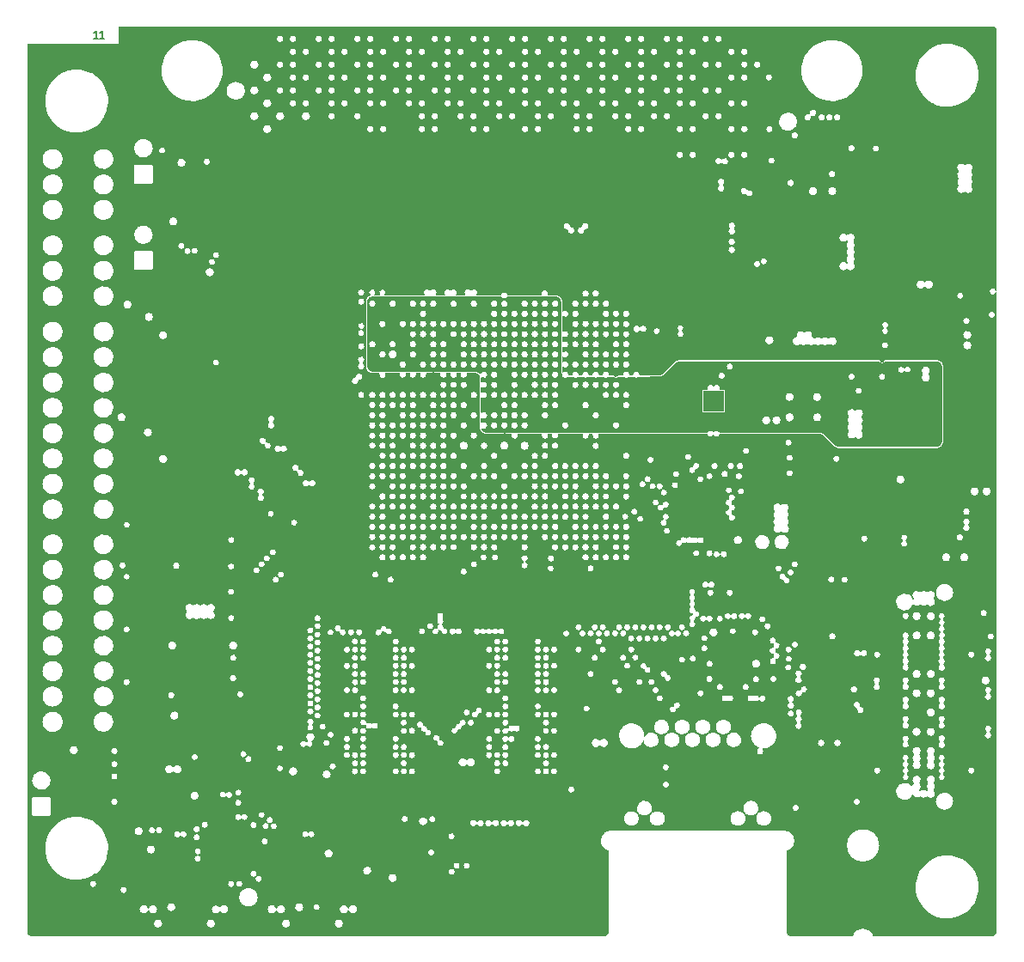
<source format=gbr>
*
%FSLAX26Y26*%
%MOIN*%
%ADD10C,0.006000*%
%ADD11R,0.062992X0.062992*%
%ADD12C,0.047244*%
%ADD13C,0.070000*%
%ADD14C,0.065000*%
%ADD15R,0.065000X0.065000*%
%ADD16R,0.029528X0.029528*%
%ADD17R,0.030709X0.030709*%
%ADD18R,0.050689X0.050689*%
%ADD19R,0.039370X0.039370*%
%ADD20R,0.049213X0.049213*%
%ADD21R,0.059055X0.059055*%
%ADD22R,0.031496X0.031496*%
%ADD23C,0.055118*%
%ADD24C,0.078740*%
%ADD25C,0.025000*%
%ADD26C,0.016000*%
%ADD27C,0.017000*%
%ADD28C,0.018000*%
%ADD29C,0.020000*%
%ADD30R,0.040370X0.040370*%
%ADD31C,0.004000*%
%ADD32C,0.023874*%
%ADD33C,0.027811*%
%IPPOS*%
%LNciaa_acc-l11.gnd.gbr*%
%LPD*%
G75*
G54D10*
X01488886Y-01237981D02*
X01471744D01*
X01480315D02*
Y-01207981D01*
X01477458Y-01212267D01*
X01474601Y-01215124D01*
X01471744Y-01216552D01*
X01465264Y-01237981D02*
X01448121D01*
X01456693D02*
Y-01207981D01*
X01453836Y-01212267D01*
X01450979Y-01215124D01*
X01448121Y-01216552D01*
G54D11*
X03755900Y-03098400D03*
X03818900D03*
X03755900Y-03035400D03*
X03818900D03*
G54D12*
X03968700Y-03910500D03*
X03391654Y-04584882D02*
Y-04561260D01*
X04185748Y-04584882D02*
Y-04561260D01*
G54D13*
X02657500Y-04437000D03*
X03228300D03*
X03252000Y-04631900D03*
X02633900D03*
G54D14*
X01244100Y-04018100D03*
G54D15*
X02047200Y-04670900D03*
G54D16*
X02280500Y-04046253D02*
Y-04040347D01*
X02310000Y-04046253D02*
Y-04040347D01*
G54D17*
X04741294Y-03147100D02*
X04753106D01*
X04698794D02*
X04710606D01*
X04656294D02*
X04668106D01*
X04741294Y-03116400D02*
X04753106D01*
X04741294Y-03085700D02*
X04753106D01*
X04741294Y-03055000D02*
X04753106D01*
X04741294Y-03024300D02*
X04753106D01*
X04741294Y-02993600D02*
X04753106D01*
X04741294Y-02962900D02*
X04753106D01*
X04698794D02*
X04710606D01*
X04698794Y-02993600D02*
X04710606D01*
X04698794Y-03024300D02*
X04710606D01*
X04698794Y-03055000D02*
X04710606D01*
X04698794Y-03085700D02*
X04710606D01*
X04698794Y-03116400D02*
X04710606D01*
X04656294D02*
X04668106D01*
X04656294Y-03085700D02*
X04668106D01*
X04656294Y-03055000D02*
X04668106D01*
X04656294Y-03024300D02*
X04668106D01*
X04656294Y-02993600D02*
X04668106D01*
X04656294Y-02962900D02*
X04668106D01*
G54D18*
X04749300Y-02438200D03*
X04698600D03*
X04647900D03*
X04597200D03*
X04749300Y-02387500D03*
X04698600D03*
X04647900D03*
X04597200D03*
X04749300Y-02336900D03*
X04698600D03*
X04647900D03*
X04597200D03*
X04749300Y-02286200D03*
X04698600D03*
X04647900D03*
X04597200D03*
G54D19*
X04319700Y-03843721D02*
Y-03833879D01*
Y-03794521D02*
Y-03784679D01*
Y-03892921D02*
Y-03883079D01*
X04280300Y-03892921D02*
Y-03883079D01*
Y-03843721D02*
Y-03833879D01*
Y-03794521D02*
Y-03784679D01*
Y-03745321D02*
Y-03735479D01*
Y-03696121D02*
Y-03686279D01*
Y-03646921D02*
Y-03637079D01*
X04319700Y-03646921D02*
Y-03637079D01*
Y-03696121D02*
Y-03686279D01*
Y-03745321D02*
Y-03735479D01*
G54D20*
X01931100Y-04340600D03*
Y-04439000D03*
X02029500Y-04340600D03*
X01980300Y-04439000D03*
X01931100Y-04389800D03*
X01980300D03*
X02029500D03*
X01980300Y-04340600D03*
X02029500Y-04439000D03*
G54D19*
X03870100Y-02803100D03*
Y-02842500D03*
X03830700D03*
Y-02803100D03*
X04185000Y-02893700D03*
X04224400D03*
Y-02933100D03*
X04185000D03*
G54D11*
X04283500Y-03220500D03*
X04346500D03*
Y-03283500D03*
X04283500D03*
X04220500D03*
Y-03220500D03*
Y-03157500D03*
X04283500D03*
X04346500D03*
G54D21*
X03895500Y-03674500D03*
Y-03615500D03*
X03954500D03*
Y-03674500D03*
G54D22*
X04306500Y-01686500D03*
X04275000D03*
X04243500D03*
Y-01655000D03*
X04275000D03*
X04306500D03*
Y-01623500D03*
X04275000D03*
X04243500D03*
G54D23*
X04242992Y-04649528D02*
Y-04602283D01*
Y-04464488D02*
Y-04417244D01*
X04617008Y-04649528D02*
Y-04602283D01*
Y-04464488D02*
Y-04417244D01*
G54D24*
X04390630Y-04606220D02*
X04469370D01*
G54D25*
X01759800Y-03551200D03*
G54D26*
X02539400Y-04102400D03*
X03933100Y-03212600D03*
X04468500Y-03283500D03*
X03988200Y-03543300D03*
X01921300Y-02047200D03*
G54D25*
X04700800Y-01645700D03*
Y-01673200D03*
X04429100Y-01893700D03*
Y-01940900D03*
X04421300Y-02263800D03*
X04472400Y-02224400D03*
X04909400Y-02850400D03*
Y-02878000D03*
X04862200D03*
Y-02850400D03*
X04417300Y-02354300D03*
G54D26*
X04425200Y-02456700D03*
G54D27*
X04503900Y-02488200D03*
G54D26*
X04913400Y-02078700D03*
X04929100Y-02645700D03*
Y-02279500D03*
Y-02252000D03*
Y-02189000D03*
Y-02563000D03*
Y-02492100D03*
G54D25*
X04933100Y-02460600D03*
Y-02342500D03*
G54D26*
X04225000Y-04135000D03*
G54D25*
X01417300Y-01870100D03*
Y-02204700D03*
G54D26*
X01716500Y-01622000D03*
X04935000Y-03685000D03*
X04735000Y-03705000D03*
X04850000D03*
X04735000Y-03780000D03*
X04850000D03*
Y-03855000D03*
X04735000D03*
X04850000Y-03930000D03*
X04735000D03*
X04850000Y-04005000D03*
X04735000D03*
X04595000D03*
X04485000D03*
X04595000Y-03930000D03*
X04485000D03*
G54D25*
X04615000Y-03855000D03*
G54D28*
X04595000Y-03780000D03*
X04485000D03*
X04595000Y-03705000D03*
X04485000D03*
G54D26*
X04925200Y-03535400D03*
G54D25*
X01771700Y-03728300D03*
X01988200Y-03685000D03*
G54D26*
X02866100Y-04334600D03*
G54D25*
X02685000Y-04275600D03*
G54D26*
X02783500Y-04267700D03*
X02815000Y-04448800D03*
X01444900Y-04665400D03*
X01539400D03*
G54D25*
X01370100Y-04200800D03*
Y-04102400D03*
Y-04051200D03*
X02019700Y-03854300D03*
G54D26*
X02248000Y-04452800D03*
X01527600Y-04354300D03*
G54D25*
X01696900Y-04358300D03*
X01535400Y-04484300D03*
X01696900Y-04476400D03*
G54D26*
X01586600Y-04291300D03*
X01958100Y-04020700D03*
G54D25*
X01740200Y-03940900D03*
X01771700D03*
X02216500Y-04389800D03*
X01850400Y-04610200D03*
X01980300Y-03129900D03*
G54D26*
X01712600Y-03354300D03*
X01807100Y-03385800D03*
X01917300Y-03208700D03*
X01653500Y-03228300D03*
X01811000Y-03208700D03*
X01767700Y-02661400D03*
Y-03126000D03*
X01917300Y-02173200D03*
X01921300Y-02464600D03*
G54D25*
X01708700Y-02173200D03*
X01834600Y-01720500D03*
G54D28*
X03716500Y-02862200D03*
G54D26*
X04307100Y-04019700D03*
X04083085Y-03992581D03*
X04090600Y-04224400D03*
X03901600Y-04133900D03*
X04185000Y-03940900D03*
G54D25*
X04850400Y-01590600D03*
X04527600D03*
X04850400Y-02047200D03*
X04527600D03*
X04704700Y-01909400D03*
X04476400Y-04200800D03*
X04181100Y-01972400D03*
X04220500D03*
X02909400Y-04094500D03*
X02878000D03*
G54D26*
X02846500Y-03980300D03*
X03425200Y-03838600D03*
X03393700D03*
G54D25*
Y-04019700D03*
X03425200D03*
G54D26*
X02385800Y-04003900D03*
X02169300Y-03748000D03*
Y-03543300D03*
Y-03874000D03*
X02334600Y-03940900D03*
G54D25*
X02200800Y-04492100D03*
X02149600D03*
G54D26*
X02539400Y-04527600D03*
G54D25*
X02444900Y-04468500D03*
X02346500Y-04610200D03*
G54D28*
X03661400Y-02862200D03*
X03689000D03*
G54D25*
X04165400Y-03559100D03*
X04271700Y-03456700D03*
X04307100D03*
X04413400Y-03559100D03*
X04452800Y-03456700D03*
G54D26*
X03692900Y-03177200D03*
X02063000Y-03043300D03*
G54D28*
X03118100Y-03055100D03*
X02881900Y-02937000D03*
G54D25*
X02921300Y-02897600D03*
Y-02818900D03*
G54D26*
X02460600Y-03893700D03*
G54D25*
X03078700Y-02897600D03*
G54D28*
X03039400Y-02937000D03*
G54D25*
X03078700Y-02818900D03*
G54D28*
X03472400Y-02858300D03*
X03039400Y-02779500D03*
X03157500Y-02818900D03*
G54D26*
X04185000Y-03066900D03*
G54D28*
X03110200Y-04346500D03*
X03051200D03*
X02992100D03*
X02933100D03*
G54D26*
X03944900Y-03066900D03*
X04421300Y-03315000D03*
X03673200Y-03744100D03*
X04105000Y-03680000D03*
X03730000Y-03790000D03*
X04040000Y-03850000D03*
X03765000Y-03800000D03*
X03875000Y-03390000D03*
G54D28*
X02606300Y-03094500D03*
X02527600Y-03252000D03*
X02645700Y-03212600D03*
X03236200Y-03015700D03*
X03511800Y-03055100D03*
X03393700Y-03094500D03*
X03433100Y-03212600D03*
X02842500Y-03015700D03*
G54D26*
X03448800Y-03610200D03*
X02763800Y-03173200D03*
G54D28*
X02881900Y-03133900D03*
X03000000Y-03094500D03*
X02921300Y-03252000D03*
X03039400Y-03212600D03*
X03275600Y-03133900D03*
X03157500Y-03173200D03*
X03295300Y-03255900D03*
G54D26*
X02980300Y-03830700D03*
X03232300Y-03578700D03*
Y-03641700D03*
Y-03704700D03*
X02980300Y-03578700D03*
Y-03641700D03*
Y-03704700D03*
X03200800Y-03830700D03*
X03232300Y-03893700D03*
Y-03956700D03*
X03200800D03*
X03232300Y-03988200D03*
X03169300Y-04051200D03*
X03232300D03*
X02980300Y-04082700D03*
Y-04051200D03*
X03011800Y-03988200D03*
Y-03956700D03*
X02980300Y-03925200D03*
X03011800Y-03893700D03*
X02980300D03*
X02429100Y-03830700D03*
X02681100Y-03578700D03*
Y-03641700D03*
Y-03704700D03*
X02649600Y-03830700D03*
X02618100Y-04051200D03*
X02681100Y-03988200D03*
X02649600Y-03956700D03*
X02681100D03*
Y-03893700D03*
Y-04051200D03*
X02429100Y-03578700D03*
Y-03641700D03*
Y-03704700D03*
Y-03893700D03*
Y-03925200D03*
Y-04082700D03*
Y-04051200D03*
X02460600Y-03956700D03*
Y-03988200D03*
G54D28*
X02370000Y-01640000D03*
X03000000Y-02976400D03*
X03354300D03*
X03472400Y-02937000D03*
X02842500Y-02897600D03*
X03000000D03*
X03196900D03*
X03315000Y-02858300D03*
X03039400D03*
X02881900D03*
X02842500Y-02818900D03*
X03000000D03*
X02881900Y-02779500D03*
X02842500Y-02740200D03*
X02921300D03*
X02881900Y-02700800D03*
X02921300Y-02661400D03*
X02763800Y-02543300D03*
X02881900Y-02622000D03*
X03472400Y-02543300D03*
X03433100Y-02425200D03*
X03315000Y-02464600D03*
X03275600Y-02346500D03*
X03393700Y-02307100D03*
X03511800Y-02267700D03*
X02763800Y-02582700D03*
X02724400D03*
X02685000D03*
X02645700D03*
X02606300D03*
X02566900D03*
X02527600D03*
X02685000Y-02937000D03*
X02724400Y-03055100D03*
X02566900Y-02976400D03*
X02763800Y-02779500D03*
X02527600Y-02858300D03*
X02645700Y-02818900D03*
X02724400Y-02661400D03*
X02606300Y-02700800D03*
X03870000Y-01590000D03*
X03420000Y-01690000D03*
X03470000D03*
X02420000D03*
X03670000Y-01290000D03*
X02120000Y-01240000D03*
X02270000D03*
X02420000D03*
X02570000D03*
X02720000D03*
X02870000D03*
X03020000D03*
X03170000D03*
X03320000D03*
X03470000D03*
X03620000D03*
X03770000D03*
X02070000Y-01690000D03*
X02220000D03*
X02270000D03*
X02470000D03*
X02620000D03*
X02670000D03*
X02820000D03*
X02870000D03*
X03020000D03*
X03070000D03*
X03270000D03*
X03620000D03*
X03670000D03*
X03820000D03*
X03870000D03*
X04020000D03*
X03970000Y-01640000D03*
X03920000D03*
X03770000D03*
X03720000D03*
X03570000D03*
X03520000D03*
X03370000D03*
X03320000D03*
X03170000D03*
X03120000D03*
X02970000D03*
X02920000D03*
X02770000D03*
X02720000D03*
X02570000D03*
X02520000D03*
X02320000D03*
X02170000D03*
X02120000D03*
X02070000Y-01590000D03*
X02170000D03*
X02270000D03*
X02370000D03*
X02420000D03*
X02470000D03*
X02620000D03*
X02670000D03*
X02820000D03*
X02870000D03*
X03020000D03*
X03070000D03*
X03220000D03*
X03270000D03*
X03420000D03*
X03470000D03*
X03620000D03*
X03670000D03*
X03820000D03*
X04020000D03*
X03970000Y-01540000D03*
X03920000D03*
X03770000D03*
X03720000D03*
X03570000D03*
X03420000D03*
X03270000D03*
X03120000D03*
X02970000D03*
X02820000D03*
X02670000D03*
X02320000D03*
X02220000D03*
X02120000D03*
X02070000Y-01490000D03*
X02170000D03*
X02320000D03*
X02470000D03*
X02620000D03*
X02770000D03*
X02920000D03*
X03070000D03*
X03220000D03*
X03370000D03*
X03520000D03*
X03670000D03*
X03820000D03*
X03870000D03*
X04020000D03*
X03970000Y-01440000D03*
X03920000D03*
X03770000D03*
X03320000D03*
X03170000D03*
X03020000D03*
X02870000D03*
X02720000D03*
X02570000D03*
X02420000D03*
X02270000D03*
X02120000D03*
X02070000Y-01390000D03*
X02170000D03*
X02320000D03*
X02470000D03*
X02620000D03*
X02770000D03*
X02920000D03*
X03070000D03*
X03220000D03*
X03370000D03*
X03520000D03*
X03670000D03*
X03470000Y-01440000D03*
X03620000D03*
X03820000Y-01390000D03*
X03870000D03*
X04020000D03*
X03920000Y-01340000D03*
X03770000D03*
X03620000D03*
X03470000D03*
X03320000D03*
X03170000D03*
X03020000D03*
X02870000D03*
X02720000D03*
X02570000D03*
X02420000D03*
X02270000D03*
X02120000D03*
X02070000Y-01290000D03*
X02170000D03*
X02320000D03*
X02470000D03*
X02620000D03*
X02770000D03*
X02920000D03*
X03070000D03*
X03220000D03*
X03370000D03*
X03520000D03*
X03820000D03*
X03870000D03*
X04020000D03*
X03970000Y-01240000D03*
X03920000D03*
G54D25*
X04610200Y-02732300D03*
X04637800D03*
X04665400D03*
X04610200Y-02759800D03*
X04637800D03*
X04665400D03*
X04692900Y-02732300D03*
Y-02759800D03*
G54D28*
X02527600Y-02385800D03*
Y-02307100D03*
X02803100Y-02385800D03*
X02645700D03*
X02763800Y-02307100D03*
X02685000D03*
X02606300D03*
X02842500D03*
X02921300D03*
X02527600Y-02464600D03*
X02685000Y-02503900D03*
G36*
X01187658Y-01261716D02*
G02X01189466Y-01259516I00002396J-00000126D01*
G01X01542907Y-01259416D01*
X01542908Y-01240002D01*
X02157366D01*
G03X02182614Y-01240002I00012624J00000000D01*
G01X02207366D01*
G03X02232614Y-01240002I00012624J00000000D01*
G01X02307366D01*
G03X02332614Y-01240002I00012624J00000000D01*
G01X02357366D01*
G03X02382614Y-01240002I00012624J00000000D01*
G01X02457366D01*
G03X02482614Y-01240002I00012624J00000000D01*
G01X02507366D01*
G03X02532614Y-01240002I00012624J00000000D01*
G01X02607366D01*
G03X02632614Y-01240002I00012624J00000000D01*
G01X02657366D01*
G03X02682614Y-01240002I00012624J00000000D01*
G01X02757366D01*
G03X02782614Y-01240002I00012624J00000000D01*
G01X02807366D01*
G03X02832614Y-01240002I00012624J00000000D01*
G01X02907366D01*
G03X02932614Y-01240002I00012624J00000000D01*
G01X02957366D01*
G03X02982614Y-01240002I00012624J00000000D01*
G01X03057366D01*
G03X03082614Y-01240002I00012624J00000000D01*
G01X03107366D01*
G03X03132614Y-01240002I00012624J00000000D01*
G01X03207366D01*
G03X03232614Y-01240002I00012624J00000000D01*
G01X03257366D01*
G03X03282614Y-01240002I00012624J00000000D01*
G01X03357366D01*
G03X03382614Y-01240002I00012624J00000000D01*
G01X03407366D01*
G03X03432614Y-01240002I00012624J00000000D01*
G01X03507366D01*
G03X03532614Y-01240002I00012624J00000000D01*
G01X03557366D01*
G03X03582614Y-01240002I00012624J00000000D01*
G01X03657366D01*
G03X03682614Y-01240002I00012624J00000000D01*
G01X03707366D01*
G03X03732614Y-01240002I00012624J00000000D01*
G01X03807366D01*
G03X03832614Y-01240002I00012624J00000000D01*
G01X03857366D01*
G03X03882614Y-01240002I00012624J00000000D01*
G01X04949742D01*
X04949740Y-01369116D01*
X04878004D01*
X04873363Y-01345716D01*
X04864295Y-01323716D01*
X04851081Y-01303816D01*
X04834302Y-01286916D01*
X04814453Y-01273516D01*
X04792567Y-01264316D01*
X04769292Y-01259516D01*
X04745238Y-01259307D01*
X04721677Y-01263816D01*
X04699649Y-01272716D01*
X04679639Y-01285816D01*
X04662595Y-01302516D01*
X04649114Y-01322216D01*
X04639728Y-01344116D01*
X04638200Y-01351316D01*
X04427054D01*
X04422555Y-01328616D01*
X04413775Y-01307316D01*
X04401022Y-01288116D01*
X04384753Y-01271716D01*
X04365647Y-01258816D01*
X04344285Y-01249816D01*
X04321887Y-01245216D01*
X04298579Y-01245007D01*
X04275961Y-01249316D01*
X04254406Y-01258016D01*
X04235151Y-01270616D01*
X04218607Y-01286816D01*
X04216426Y-01290002D01*
X03982614D01*
G03X03957366Y-01290002I-00012624J00000000D01*
G01X03932614D01*
G03X03907366Y-01290002I-00012624J00000000D01*
G01X03782614D01*
G03X03757366Y-01290002I-00012624J00000000D01*
G01X03732614D01*
G03X03707366Y-01290002I-00012624J00000000D01*
G01X03632614D01*
G03X03607366Y-01290002I-00012624J00000000D01*
G01X03582614D01*
G03X03557366Y-01290002I-00012624J00000000D01*
G01X03482614D01*
G03X03457366Y-01290002I-00012624J00000000D01*
G01X03432614D01*
G03X03407366Y-01290002I-00012624J00000000D01*
G01X03332614D01*
G03X03307366Y-01290002I-00012624J00000000D01*
G01X03282614D01*
G03X03257366Y-01290002I-00012624J00000000D01*
G01X03182614D01*
G03X03157366Y-01290002I-00012624J00000000D01*
G01X03132614D01*
G03X03107366Y-01290002I-00012624J00000000D01*
G01X03032614D01*
G03X03007366Y-01290002I-00012624J00000000D01*
G01X02982614D01*
G03X02957366Y-01290002I-00012624J00000000D01*
G01X02882614D01*
G03X02857366Y-01290002I-00012624J00000000D01*
G01X02832614D01*
G03X02807366Y-01290002I-00012624J00000000D01*
G01X02732614D01*
G03X02707366Y-01290002I-00012624J00000000D01*
G01X02682614D01*
G03X02657366Y-01290002I-00012624J00000000D01*
G01X02582614D01*
G03X02557366Y-01290002I-00012624J00000000D01*
G01X02532614D01*
G03X02507366Y-01290002I-00012624J00000000D01*
G01X02432614D01*
G03X02407366Y-01290002I-00012624J00000000D01*
G01X02382614D01*
G03X02357366Y-01290002I-00012624J00000000D01*
G01X02282614D01*
G03X02257366Y-01290002I-00012624J00000000D01*
G01X02232614D01*
G03X02207366Y-01290002I-00012624J00000000D01*
G01X01921905D01*
X01920652Y-01288116D01*
X01904383Y-01271716D01*
X01885276Y-01258816D01*
X01863915Y-01249816D01*
X01841517Y-01245216D01*
X01818209Y-01245007D01*
X01795591Y-01249316D01*
X01774036Y-01258016D01*
X01754781Y-01270616D01*
X01738237Y-01286816D01*
X01725228Y-01305816D01*
X01716098Y-01327116D01*
X01711303Y-01349716D01*
X01710982Y-01372716D01*
X01437353D01*
X01417371Y-01364316D01*
X01394095Y-01359516D01*
X01370041Y-01359307D01*
X01346480Y-01363816D01*
X01324453Y-01372716D01*
X01304443Y-01385816D01*
X01287398Y-01402516D01*
X01273917Y-01422216D01*
X01264531Y-01444116D01*
X01259565Y-01467516D01*
X01259232Y-01491316D01*
X01187661D01*
X01187658Y-01261716D01*
G37*
G36*
X01187661Y-01491316D02*
X01259232D01*
X01263542Y-01514816D01*
X01272334Y-01537016D01*
X01285224Y-01557016D01*
X01301816Y-01574216D01*
X01321374Y-01587816D01*
X01343310Y-01597416D01*
X01366506Y-01602516D01*
X01390430Y-01603040D01*
X01413880Y-01598916D01*
X01436322Y-01590216D01*
X01436648Y-01590009D01*
X02103859D01*
G03X02136117Y-01590009I00016129J00000000D01*
G01X02507366D01*
G03X02532614Y-01590002I00012624J00000007D01*
G01X02557366D01*
G03X02582614Y-01590002I00012624J00000000D01*
G01X02707366D01*
G03X02732614Y-01590002I00012624J00000000D01*
G01X02757366D01*
G03X02782614Y-01590002I00012624J00000000D01*
G01X02907366D01*
G03X02932614Y-01590002I00012624J00000000D01*
G01X02957366D01*
G03X02982614Y-01590002I00012624J00000000D01*
G01X03107366D01*
G03X03132614Y-01590002I00012624J00000000D01*
G01X03157366D01*
G03X03182614Y-01590002I00012624J00000000D01*
G01X03307366D01*
G03X03332614Y-01590002I00012624J00000000D01*
G01X03357366D01*
G03X03382614Y-01590002I00012624J00000000D01*
G01X03507366D01*
G03X03532614Y-01590002I00012624J00000000D01*
G01X03557366D01*
G03X03582614Y-01590002I00012624J00000000D01*
G01X03707366D01*
G03X03732614Y-01590002I00012624J00000000D01*
G01X03757366D01*
G03X03782614Y-01590002I00012624J00000000D01*
G01X03907366D01*
G03X03932614Y-01590002I00012624J00000000D01*
G01X03957366D01*
G03X03982602Y-01590566I00012624J00000000D01*
G01X04054897D01*
G03X04078903Y-01590566I00012003J00000000D01*
G01X04118390D01*
G03X04174853Y-01561616I00020810J00028950D01*
G01X04949738D01*
X04949737Y-01615002D01*
X04177614D01*
G03X04152366Y-01615002I-00012624J00000000D01*
G01X01187663D01*
X01187661Y-01491316D01*
G37*
G36*
X01187663Y-01615002D02*
X04152366D01*
G03X04177614Y-01615002I00012624J00000000D01*
G01X04949737D01*
X04949737Y-01665366D01*
X04492303D01*
G03X04468302Y-01665002I-00012003J00000000D01*
G01X04397614D01*
G03X04372366Y-01665002I-00012624J00000000D01*
G01X01721399D01*
G03X01703784Y-01665020I-00008799J-00008164D01*
G01X01676211D01*
G03X01603789Y-01665020I-00036211J00000000D01*
G01X01187663D01*
X01187663Y-01615002D01*
G37*
G36*
X01187663Y-01665020D02*
X01603789D01*
G03X01666214Y-01690002I00036211J00000000D01*
G01X03707366D01*
G03X03732614Y-01690002I00012624J00000000D01*
G01X03757366D01*
G03X03782614Y-01690002I00012624J00000000D01*
G01X03907366D01*
G03X03932614Y-01690002I00012624J00000000D01*
G01X03957366D01*
G03X03982614Y-01690002I00012624J00000000D01*
G01X04949737D01*
X04949736Y-01712566D01*
X04086803D01*
G03X04062797Y-01712566I-00012003J00000000D01*
G01X03907435D01*
G03X03885009Y-01707316I-00012398J-00002435D01*
G02X03880557Y-01708116I-00002429J00000728D01*
G03X03857350Y-01715004I-00010581J-00006888D01*
G01X01897714D01*
G03X01873797Y-01716466I-00011914J-00001462D01*
G01X01802993D01*
G03X01779165Y-01706616I-00015603J-00004000D01*
G01X01524034D01*
G03X01445913Y-01706616I-00039061J00000000D01*
G01X01327184D01*
G03X01249063Y-01706616I-00039061J00000000D01*
G01X01187664D01*
X01187663Y-01665020D01*
G37*
G36*
X01187664Y-01706616D02*
X01249063D01*
G03X01327184Y-01706616I00039061J00000000D01*
G01X01445913D01*
G03X01514160Y-01732575I00039061J00000000D01*
G01X01603870D01*
G03X01603871Y-01732616I00003704J00000000D01*
G01X01603871Y-01797416D01*
X01604142Y-01798816D01*
X01604927Y-01800016D01*
X01606083Y-01800816D01*
X01606665Y-01801016D01*
X01607257Y-01801116D01*
X01672737D01*
G03X01676130Y-01797425I-00000311J00003691D01*
G01X03867604D01*
G03X03872345Y-01805016I00012396J00002466D01*
G01X01524034D01*
G03X01445913Y-01805016I-00039061J00000000D01*
G01X01327184D01*
G03X01249063Y-01805016I-00039061J00000000D01*
G01X01187665D01*
X01187664Y-01706616D01*
G37*
G36*
X01187665Y-01805016D02*
X01249063D01*
G03X01327184Y-01805016I00039061J00000000D01*
G01X01445913D01*
G03X01524034Y-01805016I00039061J00000000D01*
G01X03872345D01*
G02X03873152Y-01809416I-00000657J-00002394D01*
G03X03886722Y-01830721I00006843J-00010616D01*
G01X03955821D01*
G03X03973287Y-01842416I00012648J00000000D01*
G02X03977084Y-01843216I00001589J-00001870D01*
G03X04001597Y-01838878I00011873J00004338D01*
G01X04222293D01*
G03X04252339Y-01830720I00013916J00008158D01*
G01X04294881D01*
G03X04327143Y-01830720I00016131J00000000D01*
G01X04796919D01*
G03X04822403Y-01834316I00014105J00007859D01*
G02X04826513Y-01833516I00002322J-00000972D01*
G03X04850084Y-01811516I00012074J00010691D01*
G02X04849189Y-01807416I00000903J00002345D01*
G03X04849940Y-01783816I-00010610J00012149D01*
G02X04849228Y-01779816I00001033J00002247D01*
G03X04849999Y-01756316I-00010645J00012112D01*
G02X04849268Y-01752216I00000977J00002289D01*
G03X04854727Y-01740121I-00010671J00012095D01*
G01X04949736D01*
X04949734Y-01903451D01*
X01524052D01*
G03X01445895Y-01903451I-00039078J00000000D01*
G01X01327201D01*
G03X01249045Y-01903451I-00039078J00000000D01*
G01X01187666D01*
X01187665Y-01805016D01*
G37*
G36*
X01187666Y-01903451D02*
X01249045D01*
G03X01327201Y-01903451I00039078J00000000D01*
G01X01445895D01*
G03X01524052Y-01903451I00039078J00000000D01*
G01X04949734D01*
X04949733Y-01948832D01*
X01772019D01*
G03X01739769Y-01948832I-00016125J00000000D01*
G01X01187667D01*
X01187666Y-01903451D01*
G37*
G36*
X01187667Y-01948832D02*
X01739769D01*
G03X01772019Y-01948832I00016125J00000000D01*
G01X04949733D01*
X04949733Y-01964578D01*
X03933960D01*
G03X03908790Y-01966408I-00012651J00000000D01*
G01X03366258D01*
G03X03341044Y-01967616I-00012636J00000000D01*
G02X03338298Y-01971116I-00002222J-00001084D01*
G03X03323762Y-01983603I-00001905J-00012487D01*
G01X03311231D01*
G03X03296757Y-01971116I-00012637J-00000016D01*
G02X03293869Y-01968516I-00000499J00002349D01*
G03X03268767Y-01966370I-00012459J00002146D01*
G01X01653374D01*
G03X01603789Y-02000020I-00013374J-00033651D01*
G01X01187668D01*
X01187667Y-01948832D01*
G37*
G36*
X01187668Y-02000020D02*
X01603789D01*
G03X01663505Y-02027566I00036211J00000000D01*
G01X03908644D01*
G03X03933856Y-02027566I00012606J00000000D01*
G01X04350542D01*
G03X04365788Y-02023216I00003756J00015727D01*
G02X04369739Y-02022416I00002324J-00001323D01*
G01X04371291Y-02024016D01*
G02X04371187Y-02027316I-00001793J-00001595D01*
G03X04366225Y-02043266I00010703J-00012076D01*
G01X01799403D01*
G03X01775511Y-02041616I-00012003J00000000D01*
G01X01524034D01*
G03X01445913Y-02041616I-00039061J00000000D01*
G01X01327184D01*
G03X01249063Y-02041616I-00039061J00000000D01*
G01X01187668D01*
X01187668Y-02000020D01*
G37*
G36*
X01187668Y-02041616D02*
X01249063D01*
G03X01327184Y-02041616I00039061J00000000D01*
G01X01445913D01*
G03X01514160Y-02067575I00039061J00000000D01*
G01X01603870D01*
G03X01603871Y-02067616I00003704J00000000D01*
G01X01603871Y-02132416D01*
X01604142Y-02133816D01*
X01604927Y-02135016D01*
X01606083Y-02135816D01*
X01606665Y-02136016D01*
X01607257Y-02136116D01*
X01672737D01*
G03X01676130Y-02132425I-00000311J00003691D01*
G01X01888454D01*
G03X01882542Y-02140016I00009172J-00013241D01*
G01X01524034D01*
G03X01445913Y-02140016I-00039061J00000000D01*
G01X01327184D01*
G03X01249063Y-02140016I-00039061J00000000D01*
G01X01187669D01*
X01187668Y-02041616D01*
G37*
G36*
X01187669Y-02140016D02*
X01249063D01*
G03X01327184Y-02140016I00039061J00000000D01*
G01X01445913D01*
G03X01523623Y-02145666I00039061J00000000D01*
G01X01881518D01*
G03X01913734Y-02145666I00016108J00000000D01*
G01X04949731D01*
X04949731Y-02192905D01*
X04701256D01*
G03X04671275Y-02184516I-00016164J00000000D01*
G02X04667366Y-02184616I-00001989J00001294D01*
G03X04637362Y-02192930I-00013850J-00008314D01*
G01X01187670D01*
X01187669Y-02140016D01*
G37*
G36*
X01187670Y-02192930D02*
X04637362D01*
G03X04667323Y-02201316I00016154J00000000D01*
G02X04671228Y-02201216I00001987J-00001285D01*
G03X04701256Y-02192905I00013864J00008311D01*
G01X04949731D01*
X04949730Y-02220466D01*
X04945103D01*
G03X04921097Y-02220466I-00012003J00000000D01*
G01X03403515D01*
G03X03381085Y-02228366I-00009824J-00007900D01*
G01X03366927D01*
G03X03341715Y-02228366I-00012606J00000000D01*
G01X03208909D01*
G03X03184354Y-02232416I-00012619J00000042D01*
G02X03184854Y-02234816I-00001875J-00001643D01*
G01X03052155D01*
G03X03026796Y-02234845I-00012678J-00001453D01*
G03X03026588Y-02234816I-00001154J-00007370D01*
G01X02930433D01*
G02X02930751Y-02232816I00002308J00000658D01*
G03X02911314Y-02216616I-00009479J00008387D01*
G02X02907602Y-02216616I-00001856J00001566D01*
G03X02887703Y-02232216I-00009960J-00007787D01*
G02X02888533Y-02234816I-00001499J-00001911D01*
G01X02851693D01*
G02X02852010Y-02232816I00002308J00000658D01*
G03X02832574Y-02216616I-00009479J00008387D01*
G02X02828861Y-02216616I-00001856J00001566D01*
G03X02808963Y-02232216I-00009960J-00007787D01*
G02X02809793Y-02234816I-00001499J-00001911D01*
G01X02772952D01*
G02X02773270Y-02232816I00002308J00000658D01*
G03X02753834Y-02216616I-00009479J00008387D01*
G02X02750121Y-02216616I-00001856J00001566D01*
G03X02730223Y-02232216I-00009960J-00007787D01*
G02X02731054Y-02234816I-00001497J-00001912D01*
G01X02574687D01*
G02X02574682Y-02233516I00002308J00000659D01*
G03X02559134Y-02233516I-00007774J00009152D01*
G02X02559147Y-02234816I-00002275J-00000674D01*
G01X02535317D01*
G02X02535287Y-02233616I00002308J00000659D01*
G03X02515603Y-02224366I-00007665J00009258D01*
G01X02496303D01*
G03X02472297Y-02224366I-00012003J00000000D01*
G01X01521425D01*
G03X01445895Y-02238451I-00036451J-00014085D01*
G01X01327201D01*
G03X01249045Y-02238451I-00039078J00000000D01*
G01X01187670D01*
X01187670Y-02192930D01*
G37*
G36*
X01187670Y-02238451D02*
X01249045D01*
G03X01327201Y-02238451I00039078J00000000D01*
G01X01445895D01*
G03X01505562Y-02271666I00039078J00000000D01*
G01X01562621D01*
G03X01594836Y-02271666I00016108J00000000D01*
G01X02482731D01*
G03X02496303Y-02259766I00001569J00011900D01*
G01X02502619D01*
X02502585Y-02318906D01*
X01677533D01*
G03X01645278Y-02318906I-00016128J00000000D01*
G01X01187671D01*
X01187670Y-02238451D01*
G37*
G36*
X01187671Y-02318906D02*
X01645278D01*
G03X01677533Y-02318906I00016128J00000000D01*
G01X02502585D01*
X02502565Y-02354260D01*
X02496306D01*
G03X02483205Y-02366216I-00012006J00000000D01*
G02X02483439Y-02369816I-00001460J-00001902D01*
G03X02472211Y-02381825I00000808J-00012009D01*
G01X01730538D01*
G03X01707221Y-02376616I-00014014J-00007941D01*
G01X01524034D01*
G03X01445913Y-02376616I-00039061J00000000D01*
G01X01327184D01*
G03X01249063Y-02376616I-00039061J00000000D01*
G01X01187672D01*
X01187671Y-02318906D01*
G37*
G36*
X01187672Y-02376616D02*
X01249063D01*
G03X01327184Y-02376616I00039061J00000000D01*
G01X01445913D01*
G03X01521754Y-02389766I00039061J00000000D01*
G01X01700416D01*
G03X01732631Y-02389766I00016108J00000000D01*
G01X02475202D01*
G03X02485055Y-02369816I00009045J00007941D01*
G02X02485395Y-02366216I00001670J00001659D01*
G03X02496306Y-02354260I-00001095J00011956D01*
G01X02502565D01*
X02502519Y-02433066D01*
X02496303D01*
G03X02472297Y-02433066I-00012003J00000000D01*
G01X01187673D01*
X01187672Y-02376616D01*
G37*
G36*
X01187673Y-02433066D02*
X02472297D01*
G03X02496303Y-02433066I00012003J00000000D01*
G01X02502519D01*
X02502489Y-02484978D01*
X02496839D01*
G03X02476386Y-02475016I-00012653J00000000D01*
G01X01524034D01*
G03X01445913Y-02475016I-00039061J00000000D01*
G01X01327184D01*
G03X01249063Y-02475016I-00039061J00000000D01*
G01X01187673D01*
X01187673Y-02433066D01*
G37*
G36*
X01187673Y-02475016D02*
X01249063D01*
G03X01327184Y-02475016I00039061J00000000D01*
G01X01445913D01*
G03X01517877Y-02496066I00039061J00000000D01*
G01X01909297D01*
G03X01933303Y-02496066I00012003J00000000D01*
G01X02477814D01*
G02X02477339Y-02499416I-00001922J-00001436D01*
G03X02496743Y-02511432I00006849J-00010616D01*
G01X02502474D01*
G03X02513686Y-02532551I00025497J00000000D01*
G03X02526940Y-02536813I00013970J00020706D01*
G01X02555401Y-02536815D01*
G02X02555389Y-02538216I-00002301J-00000680D01*
G03X02557058Y-02551210I00011533J-00005123D01*
G01X02489077D01*
G03X02463741Y-02551116I-00012668J00000000D01*
G02X02461105Y-02554316I-00002332J-00000765D01*
G01Y-02554266D01*
G03X02447947Y-02566904I-00000510J-00012638D01*
G01X01523499D01*
G03X01445895Y-02573451I-00038526J-00006547D01*
G01X01327201D01*
G03X01249045Y-02573451I-00039078J00000000D01*
G01X01187675D01*
X01187673Y-02475016D01*
G37*
G36*
X01187675Y-02573451D02*
X01249045D01*
G03X01327201Y-02573451I00039078J00000000D01*
G01X01445895D01*
G03X01522950Y-02582666I00039078J00000000D01*
G01X02790534D01*
G03X02815746Y-02582666I00012606J00000000D01*
G01X02829904D01*
G03X02855116Y-02582666I00012606J00000000D01*
G01X02869274D01*
G03X02894486Y-02582666I00012606J00000000D01*
G01X02945126D01*
X02945131Y-02589323D01*
G03X02943419Y-02594143I00005771J-00004765D01*
G01X02943424Y-02610980D01*
G03X02945152Y-02615420I00007394J00000321D01*
G01X02945157Y-02622066D01*
X02933856D01*
G03X02908644Y-02622066I-00012606J00000000D01*
G01X02855116D01*
G03X02829904Y-02622066I-00012606J00000000D01*
G01X02815746D01*
G03X02790534Y-02622066I-00012606J00000000D01*
G01X02776376D01*
G03X02751164Y-02622066I-00012606J00000000D01*
G01X02737006D01*
G03X02711794Y-02622066I-00012606J00000000D01*
G01X02697636D01*
G03X02672424Y-02622066I-00012606J00000000D01*
G01X02658266D01*
G03X02633054Y-02622066I-00012606J00000000D01*
G01X02618896D01*
G03X02593684Y-02622066I-00012606J00000000D01*
G01X02579525D01*
G03X02554313Y-02622066I-00012606J00000000D01*
G01X02540155D01*
G03X02514944Y-02621966I-00012606J00000000D01*
G01X02496303D01*
G03X02472297Y-02621966I-00012003J00000000D01*
G01X01187675D01*
X01187675Y-02573451D01*
G37*
G36*
X01187675Y-02621966D02*
X02472297D01*
G03X02496303Y-02622066I00012003J00000000D01*
G01X02514943D01*
G03X02540155Y-02622066I00012606J00000000D01*
G01X02554313D01*
G03X02579525Y-02622066I00012606J00000000D01*
G01X02593684D01*
G03X02618896Y-02622066I00012606J00000000D01*
G01X02633054D01*
G03X02658266Y-02622066I00012606J00000000D01*
G01X02672424D01*
G03X02697636Y-02622066I00012606J00000000D01*
G01X02711794D01*
G03X02737006Y-02622066I00012606J00000000D01*
G01X02751164D01*
G03X02776376Y-02622066I00012606J00000000D01*
G01X02790534D01*
G03X02815746Y-02622066I00012606J00000000D01*
G01X02829904D01*
G03X02855116Y-02622066I00012606J00000000D01*
G01X02908644D01*
G03X02933856Y-02622066I00012606J00000000D01*
G01X02945157D01*
X02945162Y-02628664D01*
G03X02943419Y-02633559I00005718J-00004794D01*
G01X02943420Y-02661431D01*
X02894503D01*
G03X02869257Y-02661431I-00012623J00000000D01*
G01X02855133D01*
G03X02829887Y-02661366I-00012623J00000000D01*
G01X02815103D01*
G03X02791097Y-02661366I-00012003J00000000D01*
G01X02776393D01*
G03X02751147Y-02661431I-00012623J-00000065D01*
G01X02697653D01*
G03X02672406Y-02661431I-00012623J00000000D01*
G01X02658283D01*
G03X02633036Y-02661431I-00012623J00000000D01*
G01X02618913D01*
G03X02593666Y-02661431I-00012623J00000000D01*
G01X02579543D01*
G03X02554296Y-02661431I-00012623J00000000D01*
G01X02540173D01*
G03X02514926Y-02661431I-00012623J00000000D01*
G01X01522638D01*
G03X01445890Y-02671869I-00037664J-00010438D01*
G01X01327207D01*
G03X01249039Y-02671869I-00039084J00000000D01*
G01X01187676D01*
X01187675Y-02621966D01*
G37*
G36*
X01187676Y-02671869D02*
X01249039D01*
G03X01327207Y-02671869I00039084J00000000D01*
G01X01445890D01*
G03X01498147Y-02708666I00039084J00000000D01*
G01X01538999D01*
G03X01571214Y-02708666I00016108J00000000D01*
G01X02124525D01*
G03X02128264Y-02725316I00010981J-00006279D01*
G02X02128314Y-02729316I-00001302J-00002017D01*
G03X02122367Y-02740033I00006682J-00010717D01*
G01X01509644D01*
G03X01445913Y-02770316I-00024671J-00030283D01*
G01X01327184D01*
G03X01249063Y-02770316I-00039061J00000000D01*
G01X01187677D01*
X01187676Y-02671869D01*
G37*
G36*
X01187677Y-02770316D02*
X01249063D01*
G03X01327184Y-02770316I00039061J00000000D01*
G01X01445913D01*
G03X01510637Y-02799763I00039061J00000000D01*
G01X02089023D01*
G03X02106505Y-02811516I00012692J00000000D01*
G02X02110150Y-02814716I00001533J-00001930D01*
G03X02128237Y-02829954I00011928J-00004195D01*
G01X02148322D01*
G03X02170935Y-02837716I00012638J00000000D01*
G02X02174616Y-02837816I00001799J-00001589D01*
G03X02182716Y-02843116I00010492J00007195D01*
G03X02194972Y-02838566I00002357J00012433D01*
G01X03964397D01*
G03X03988403Y-02838566I00012003J00000000D01*
G01X04949723D01*
X04949723Y-02870066D01*
X04338803D01*
G03X04315483Y-02866066I-00012003J00000000D01*
G01X04157703D01*
G03X04134348Y-02862166I-00012003J00000000D01*
G01X03764003D01*
G03X03740648Y-02858266I-00012003J00000000D01*
G01X03524407D01*
G03X03499195Y-02858266I-00012606J00000000D01*
G01X03209447D01*
G03X03184235Y-02858266I-00012606J00000000D01*
G01X03170077D01*
G03X03144865Y-02858266I-00012606J00000000D01*
G01X03012596D01*
G03X02987384Y-02858266I-00012606J00000000D01*
G01X02855116D01*
G03X02829904Y-02858266I-00012606J00000000D01*
G01X02815746D01*
G03X02790534Y-02858266I-00012606J00000000D01*
G01X02776376D01*
G03X02751164Y-02858266I-00012606J00000000D01*
G01X02737006D01*
G03X02711794Y-02858266I-00012606J00000000D01*
G01X02697636D01*
G03X02672424Y-02858266I-00012606J00000000D01*
G01X02658266D01*
G03X02633054Y-02858266I-00012606J00000000D01*
G01X02618896D01*
G03X02593684Y-02858266I-00012606J00000000D01*
G01X02579525D01*
G03X02554313Y-02858266I-00012606J00000000D01*
G01X01727488D01*
G03X01700472Y-02868716I-00010964J-00011800D01*
G01X01524034D01*
G03X01445913Y-02868716I-00039061J00000000D01*
G01X01327184D01*
G03X01249063Y-02868716I-00039061J00000000D01*
G01X01187678D01*
X01187677Y-02770316D01*
G37*
G36*
X01187678Y-02868716D02*
X01249063D01*
G03X01327184Y-02868716I00039061J00000000D01*
G01X01445913D01*
G03X01499404Y-02905013I00039061J00000000D01*
G01X02217314D01*
G03X02234757Y-02916716I00012647J00000000D01*
G02X02238680Y-02919416I00001619J-00001847D01*
G03X02237704Y-02922150I00011348J-00005594D01*
G01X02044533D01*
G03X02021579Y-02914816I-00012649J00000000D01*
G02X02017135Y-02915616I-00002403J00000603D01*
G03X01993689Y-02922166I-00010808J-00006550D01*
G01X01187679D01*
X01187678Y-02868716D01*
G37*
G36*
X01187679Y-02922166D02*
X01993689D01*
G03X02016607Y-02929516I00012638J00000000D01*
G02X02021013Y-02928616I00002414J-00000583D01*
G03X02044533Y-02922150I00010871J00006466D01*
G01X02237704D01*
G03X02254019Y-02937015I00012324J-00002859D01*
G01X02514923D01*
G03X02540176Y-02937015I00012626J00000000D01*
G01X02554293D01*
G03X02579546Y-02937015I00012626J00000000D01*
G01X02593663D01*
G03X02618916Y-02937015I00012626J00000000D01*
G01X02633033D01*
G03X02658286Y-02937015I00012626J00000000D01*
G01X02711773D01*
G03X02737026Y-02937015I00012626J00000000D01*
G01X02751143D01*
G03X02776396Y-02937015I00012626J00000000D01*
G01X02790513D01*
G03X02815766Y-02937015I00012626J00000000D01*
G01X02829884D01*
G03X02855137Y-02937015I00012626J00000000D01*
G01X02908624D01*
G03X02933877Y-02937015I00012626J00000000D01*
G01X02947994D01*
G03X02973247Y-02937015I00012626J00000000D01*
G01X02987364D01*
G03X03012617Y-02937015I00012626J00000000D01*
G01X03066104D01*
G03X03091357Y-02937015I00012626J00000000D01*
G01X03105474D01*
G03X03130727Y-02937015I00012626J00000000D01*
G01X03144844D01*
G03X03170097Y-02937015I00012626J00000000D01*
G01X03184214D01*
G03X03209467Y-02937015I00012626J00000000D01*
G01X03223584D01*
G03X03248837Y-02937015I00012626J00000000D01*
G01X03262954D01*
G03X03288207Y-02937015I00012626J00000000D01*
G01X03302325D01*
G03X03327577Y-02937015I00012626J00000000D01*
G01X03341695D01*
G03X03366948Y-02937015I00012626J00000000D01*
G01X03381065D01*
G03X03406318Y-02937015I00012626J00000000D01*
G01X03420435D01*
G03X03445688Y-02937015I00012626J00000000D01*
G01X03499175D01*
G03X03516422Y-02948766I00012626J00000000D01*
G01X03582497D01*
G03X03606503Y-02948766I00012003J00000000D01*
G01X03787197D01*
G03X03811139Y-02950009I00012003J00000000D01*
G01X04558859D01*
G03X04591117Y-02950009I00016129J00000000D01*
G01X04949722D01*
X04949721Y-02972366D01*
X03712803D01*
G03X03688797Y-02972366I-00012003J00000000D01*
G01X03653019D01*
G03X03629731Y-02975416I-00011320J-00003994D01*
G02X03626197Y-02975516I-00001811J00001492D01*
G03X03605141Y-02968466I-00011988J-00000835D01*
G01X03586803D01*
G03X03562797Y-02968466I-00012003J00000000D01*
G01X03521625D01*
G03X03499195Y-02976366I-00009824J-00007900D01*
G01X03485037D01*
G03X03459825Y-02976366I-00012606J00000000D01*
G01X03445667D01*
G03X03420455Y-02976366I-00012606J00000000D01*
G01X03406297D01*
G03X03381085Y-02976366I-00012606J00000000D01*
G01X03327557D01*
G03X03302345Y-02976366I-00012606J00000000D01*
G01X03288187D01*
G03X03262975Y-02976366I-00012606J00000000D01*
G01X03248817D01*
G03X03223605Y-02976366I-00012606J00000000D01*
G01X03209447D01*
G03X03184235Y-02976366I-00012606J00000000D01*
G01X03170077D01*
G03X03144865Y-02976366I-00012606J00000000D01*
G01X03051966D01*
G03X03026754Y-02976366I-00012606J00000000D01*
G01X02894486D01*
G03X02869274Y-02976366I-00012606J00000000D01*
G01X02855116D01*
G03X02829904Y-02976366I-00012606J00000000D01*
G01X02815746D01*
G03X02790534Y-02976366I-00012606J00000000D01*
G01X02776376D01*
G03X02751164Y-02976366I-00012606J00000000D01*
G01X02737006D01*
G03X02711794Y-02976366I-00012606J00000000D01*
G01X02697636D01*
G03X02672424Y-02976366I-00012606J00000000D01*
G01X02658266D01*
G03X02633054Y-02976366I-00012606J00000000D01*
G01X02618896D01*
G03X02593684Y-02976366I-00012606J00000000D01*
G01X02540155D01*
G03X02522096Y-02965001I-00012606J00000000D01*
G01X02307672D01*
G03X02285009Y-02957316I-00012634J00000000D01*
G02X02280557Y-02958116I-00002429J00000728D01*
G03X02257350Y-02965004I-00010581J-00006888D01*
G01X02065440D01*
G02X02067447Y-02962416I00002511J00000125D01*
G03X02047333Y-02952211I-00007468J00010205D01*
G01X01521083D01*
G03X01445895Y-02967153I-00036110J-00014942D01*
G01X01327202D01*
G03X01249044Y-02967153I-00039079J00000000D01*
G01X01187679D01*
X01187679Y-02922166D01*
G37*
G36*
X01187679Y-02967153D02*
X01249044D01*
G03X01327202Y-02967153I00039079J00000000D01*
G01X01445895D01*
G03X01509947Y-02997211I00039079J00000000D01*
G01X02082333D01*
G03X02087649Y-03007516I00012646J00000000D01*
G02X02088391Y-03012016I-00000589J-00002408D01*
G03X02107631Y-03022771I00006614J-00010755D01*
G01X02556439D01*
G03X02579525Y-03015766I00010480J00007005D01*
G01X02593684D01*
G03X02618896Y-03015766I00012606J00000000D01*
G01X02633054D01*
G03X02658266Y-03015766I00012606J00000000D01*
G01X02672424D01*
G03X02697636Y-03015766I00012606J00000000D01*
G01X02711794D01*
G03X02737006Y-03015766I00012606J00000000D01*
G01X02751164D01*
G03X02776376Y-03015766I00012606J00000000D01*
G01X02790534D01*
G03X02815746Y-03015766I00012606J00000000D01*
G01X02869274D01*
G03X02894486Y-03015766I00012606J00000000D01*
G01X02908644D01*
G03X02933856Y-03015766I00012606J00000000D01*
G01X02948014D01*
G03X02973226Y-03015766I00012606J00000000D01*
G01X02987384D01*
G03X03012596Y-03015766I00012606J00000000D01*
G01X03026754D01*
G03X03051966Y-03015766I00012606J00000000D01*
G01X03066125D01*
G03X03091337Y-03015766I00012606J00000000D01*
G01X03105495D01*
G03X03130707Y-03015766I00012606J00000000D01*
G01X03144865D01*
G03X03170077Y-03015766I00012606J00000000D01*
G01X03184235D01*
G03X03209447Y-03015766I00012606J00000000D01*
G01X03262975D01*
G03X03288187Y-03015766I00012606J00000000D01*
G01X03302345D01*
G03X03327557Y-03015766I00012606J00000000D01*
G01X03341715D01*
G03X03366927Y-03015766I00012606J00000000D01*
G01X03381085D01*
G03X03406297Y-03015766I00012606J00000000D01*
G01X03420455D01*
G03X03445667Y-03015766I00012606J00000000D01*
G01X03499195D01*
G03X03524407Y-03015766I00012606J00000000D01*
G01X03909970D01*
G03X03910457Y-03024816I00011373J-00003926D01*
G02X03909845Y-03027316I-00002074J-00000817D01*
G03X03897369Y-03039367I-00000418J-00012051D01*
G01X03674533D01*
G03X03656267Y-03039366I-00009133J-00007793D01*
G01X03638003D01*
G03X03613997Y-03039366I-00012003J00000000D01*
G01X01513971D01*
G03X01445890Y-03065570I-00028998J-00026204D01*
G01X01327207D01*
G03X01249040Y-03065570I-00039084J00000000D01*
G01X01187681D01*
X01187679Y-02967153D01*
G37*
G36*
X01187681Y-03065570D02*
X01249040D01*
G03X01327207Y-03065570I00039084J00000000D01*
G01X01445890D01*
G03X01520120Y-03082666I00039084J00000000D01*
G01X02121897D01*
G03X02136098Y-03094466I00012003J00000000D01*
G01X02514943D01*
G03X02540155Y-03094466I00012606J00000000D01*
G01X02554313D01*
G03X02579525Y-03094466I00012606J00000000D01*
G01X02633054D01*
G03X02658266Y-03094466I00012606J00000000D01*
G01X02672424D01*
G03X02697636Y-03094466I00012606J00000000D01*
G01X02711794D01*
G03X02737006Y-03094466I00012606J00000000D01*
G01X02751164D01*
G03X02776376Y-03094466I00012606J00000000D01*
G01X02791097D01*
G03X02815103Y-03094466I00012003J00000000D01*
G01X02829904D01*
G03X02855116Y-03094466I00012606J00000000D01*
G01X02869274D01*
G03X02894486Y-03094466I00012606J00000000D01*
G01X02908644D01*
G03X02933856Y-03094466I00012606J00000000D01*
G01X02948014D01*
G03X02973226Y-03094466I00012606J00000000D01*
G01X03026754D01*
G03X03051966Y-03094466I00012606J00000000D01*
G01X03066125D01*
G03X03091337Y-03094466I00012606J00000000D01*
G01X03105495D01*
G03X03130707Y-03094466I00012606J00000000D01*
G01X03144865D01*
G03X03170077Y-03094466I00012606J00000000D01*
G01X03184235D01*
G03X03209447Y-03094466I00012606J00000000D01*
G01X03223605D01*
G03X03248817Y-03094466I00012606J00000000D01*
G01X03262975D01*
G03X03288187Y-03094466I00012606J00000000D01*
G01X03302345D01*
G03X03327557Y-03094466I00012606J00000000D01*
G01X03342297D01*
G03X03366303Y-03094466I00012003J00000000D01*
G01X03420455D01*
G03X03445667Y-03094566I00012606J00000000D01*
G01X03495697D01*
G03X03516823Y-03102366I00012003J00000000D01*
G01X03554897D01*
G03X03578903Y-03102366I00012003J00000000D01*
G01X03656372D01*
G03X03657080Y-03103116I00009100J00007879D01*
G02X03656977Y-03106016I-00001754J-00001389D01*
G03X03645486Y-03118036I00000541J-00012020D01*
G01X02236403D01*
G03X02212397Y-03118066I-00012003J-00000030D01*
G01X01583837D01*
G03X01562797Y-03125966I-00009037J-00007900D01*
G01X01187681D01*
X01187681Y-03065570D01*
G37*
G36*
X01187681Y-03125966D02*
X01562797D01*
G03X01583837Y-03133866I00012003J00000000D01*
G01X02514943D01*
G03X02540155Y-03133866I00012606J00000000D01*
G01X02554313D01*
G03X02579525Y-03133866I00012606J00000000D01*
G01X02593684D01*
G03X02618896Y-03133866I00012606J00000000D01*
G01X02633054D01*
G03X02658266Y-03133866I00012606J00000000D01*
G01X02672424D01*
G03X02697636Y-03133866I00012606J00000000D01*
G01X02711794D01*
G03X02737006Y-03133866I00012606J00000000D01*
G01X02751164D01*
G03X02776376Y-03133866I00012606J00000000D01*
G01X02790534D01*
G03X02815746Y-03133866I00012606J00000000D01*
G01X02829904D01*
G03X02855116Y-03133866I00012606J00000000D01*
G01X02908644D01*
G03X02933856Y-03133866I00012606J00000000D01*
G01X02948014D01*
G03X02973226Y-03133866I00012606J00000000D01*
G01X02987384D01*
G03X03012596Y-03133866I00012606J00000000D01*
G01X03026754D01*
G03X03051966Y-03133866I00012606J00000000D01*
G01X03066125D01*
G03X03091337Y-03133866I00012606J00000000D01*
G01X03105495D01*
G03X03130707Y-03133866I00012606J00000000D01*
G01X03144865D01*
G03X03170077Y-03133866I00012606J00000000D01*
G01X03184235D01*
G03X03209447Y-03133866I00012606J00000000D01*
G01X03223605D01*
G03X03248817Y-03133866I00012606J00000000D01*
G01X03302345D01*
G03X03327557Y-03133866I00012606J00000000D01*
G01X03341715D01*
G03X03366927Y-03133866I00012606J00000000D01*
G01X03381697D01*
G03X03405703Y-03133866I00012003J00000000D01*
G01X03421097D01*
G03X03445103Y-03133866I00012003J00000000D01*
G01X03459825D01*
G03X03485037Y-03133866I00012606J00000000D01*
G01X03499195D01*
G03X03524407Y-03133866I00012606J00000000D01*
G01X04084343D01*
G03X04084296Y-03149566I00014095J-00007892D01*
G01X03681303D01*
G03X03657297Y-03149566I-00012003J00000000D01*
G01X01187682D01*
X01187681Y-03125966D01*
G37*
G36*
X01187682Y-03149566D02*
X03657297D01*
G03X03681303Y-03149566I00012003J00000000D01*
G01X04084296D01*
G03X04110307Y-03152716I00014142J00007808D01*
G02X04114311Y-03152116I00002205J-00001051D01*
G03X04142849Y-03141733I00012380J00010383D01*
G01X04818660D01*
G03X04838972Y-03128216I00012034J00003936D01*
G02X04838331Y-03124316I00001077J00002179D01*
G03X04843407Y-03114184I-00007575J00010132D01*
G01X04949720D01*
X04949719Y-03175002D01*
X04817614D01*
G03X04792366Y-03174966I-00012624J00000000D01*
G01X04602018D01*
G03X04579098Y-03179966I-00012006J00000000D01*
G01X04447003D01*
G03X04422997Y-03179966I-00012003J00000000D01*
G01X04139694D01*
G03X04085516Y-03192919I-00025540J-00012953D01*
G01X04067988D01*
G03X04011811Y-03185066I-00028637J-00000000D01*
G01X03960978D01*
G03X03928763Y-03184896I-00016108J00000000D01*
G01X03811237D01*
G03X03789717Y-03177466I-00012043J00000000D01*
G01X03788983D01*
G03X03769245Y-03178716I-00009432J-00007529D01*
G02X03766850Y-03179416I-00001702J00001377D01*
G03X03747287Y-03176916I-00010650J-00005544D01*
G02X03745620Y-03177516I-00001148J00000574D01*
G03X03733474Y-03173266I-00009421J-00007442D01*
G01X03524407D01*
G03X03499195Y-03173266I-00012606J00000000D01*
G01X03485037D01*
G03X03459826Y-03173166I-00012606J00000000D01*
G01X03445103D01*
G03X03421097Y-03173166I-00012003J00000000D01*
G01X03406297D01*
G03X03381085Y-03173266I-00012606J-00000100D01*
G01X03366927D01*
G03X03341715Y-03173266I-00012606J00000000D01*
G01X03327557D01*
G03X03302345Y-03173266I-00012606J00000000D01*
G01X03288187D01*
G03X03262975Y-03173266I-00012606J00000000D01*
G01X03248817D01*
G03X03223605Y-03173266I-00012606J00000000D01*
G01X03209447D01*
G03X03184235Y-03173266I-00012606J00000000D01*
G01X03130707D01*
G03X03105495Y-03173266I-00012606J00000000D01*
G01X03091337D01*
G03X03066125Y-03173266I-00012606J00000000D01*
G01X03051966D01*
G03X03026754Y-03173266I-00012606J00000000D01*
G01X03012596D01*
G03X02987384Y-03173266I-00012606J00000000D01*
G01X02973226D01*
G03X02948014Y-03173266I-00012606J00000000D01*
G01X02933856D01*
G03X02908644Y-03173266I-00012606J00000000D01*
G01X02894486D01*
G03X02869274Y-03173266I-00012606J00000000D01*
G01X02855116D01*
G03X02829904Y-03173266I-00012606J00000000D01*
G01X02815746D01*
G03X02790534Y-03173266I-00012606J00000000D01*
G01X02737006D01*
G03X02711794Y-03173266I-00012606J00000000D01*
G01X02697636D01*
G03X02672424Y-03173266I-00012606J00000000D01*
G01X02658266D01*
G03X02633054Y-03173266I-00012606J00000000D01*
G01X02618896D01*
G03X02593684Y-03173266I-00012606J00000000D01*
G01X02579525D01*
G03X02554313Y-03173266I-00012606J00000000D01*
G01X02540155D01*
G03X02514943Y-03173266I-00012606J00000000D01*
G01X01982980D01*
G03X01968297Y-03184966I-00002680J-00011700D01*
G01X01520308D01*
G03X01445913Y-03201616I-00035334J-00016650D01*
G01X01327184D01*
G03X01249063Y-03201616I-00039061J00000000D01*
G01X01187682D01*
X01187682Y-03149566D01*
G37*
G36*
X01187682Y-03201616D02*
X01249063D01*
G03X01327184Y-03201616I00039061J00000000D01*
G01X01445913D01*
G03X01509187Y-03232266I00039061J00000000D01*
G01X02129697D01*
G03X02153052Y-03236166I00012003J00000000D01*
G01X03771497D01*
G03X03795503Y-03236166I00012003J00000000D01*
G01X03822597D01*
G03X03845919Y-03240160I00012003J00000000D01*
G01X03850197D01*
G03X03860028Y-03251966I00012005J00000000D01*
G01X03524407D01*
G03X03499195Y-03251966I-00012606J00000000D01*
G01X03485037D01*
G03X03459825Y-03251966I-00012606J00000000D01*
G01X03445667D01*
G03X03420455Y-03251966I-00012606J00000000D01*
G01X03406297D01*
G03X03381085Y-03251966I-00012606J00000000D01*
G01X03366927D01*
G03X03341715Y-03251966I-00012606J00000000D01*
G01X03231955D01*
G03X03207334Y-03255900I-00011994J-00003945D01*
G01X03130725D01*
G03X03106031Y-03251966I-00012660J00000000D01*
G01X03014703D01*
G03X02990697Y-03251966I-00012003J00000000D01*
G01X02971003D01*
G03X02946997Y-03251966I-00012003J00000000D01*
G01X02737006D01*
G03X02711794Y-03251966I-00012606J00000000D01*
G01X02697636D01*
G03X02672424Y-03251966I-00012606J00000000D01*
G01X02658266D01*
G03X02633054Y-03251966I-00012606J00000000D01*
G01X02618896D01*
G03X02593684Y-03251966I-00012606J00000000D01*
G01X02579525D01*
G03X02554313Y-03251966I-00012606J00000000D01*
G01X02129452D01*
G03X02106097Y-03255866I-00011352J-00003900D01*
G01X01187683D01*
X01187682Y-03201616D01*
G37*
G36*
X01187683Y-03255866D02*
X02106097D01*
G03X02130103Y-03255866I00012003J00000000D01*
G01X02554932D01*
G03X02579525Y-03251966I00011988J00003900D01*
G01X02593684D01*
G03X02618896Y-03251966I00012606J00000000D01*
G01X02633054D01*
G03X02658266Y-03251966I00012606J00000000D01*
G01X02672424D01*
G03X02697636Y-03251966I00012606J00000000D01*
G01X02711794D01*
G03X02737006Y-03251966I00012606J00000000D01*
G01X02946997D01*
G03X02971003Y-03251966I00012003J00000000D01*
G01X02990697D01*
G03X03014040Y-03255900I00012003J00000000D01*
G01X03105404D01*
G03X03113517Y-03267716I00012660J00000000D01*
G02X03115172Y-03271816I-00000126J-00002435D01*
G03X03106778Y-03279466I00002928J-00011644D01*
G01X02933303D01*
G03X02909297Y-03279466I-00012003J00000000D01*
G01X02110403D01*
G03X02086397Y-03279466I-00012003J00000000D01*
G01X01989337D01*
G03X01968850Y-03283766I-00009037J-00007900D01*
G01X01779703D01*
G03X01755701Y-03283466I-00012003J00000000D01*
G01X01571103D01*
G03X01547097Y-03283466I-00012003J00000000D01*
G01X01520355D01*
G03X01445913Y-03300016I-00035381J-00016550D01*
G01X01327184D01*
G03X01249063Y-03300016I-00039061J00000000D01*
G01X01187683D01*
X01187683Y-03255866D01*
G37*
G36*
X01187683Y-03300016D02*
X01249063D01*
G03X01327184Y-03300016I00039061J00000000D01*
G01X01445913D01*
G03X01513437Y-03326766I00039061J00000000D01*
G01X01562797D01*
G03X01576998Y-03338566I00012003J00000000D01*
G01X02141497D01*
G03X02165503Y-03338566I00012003J00000000D01*
G01X02585810D01*
G03X02611022Y-03338566I00012606J00000000D01*
G01X04115777D01*
G03X04120857Y-03338466I00002309J00011794D01*
G02X04122183Y-03339816I-00000787J-00002100D01*
G03X04145902Y-03342461I00011712J-00002645D01*
G01X04295747D01*
G03X04319103Y-03338566I00011353J00003895D01*
G01X04346297D01*
G03X04370303Y-03338566I00012003J00000000D01*
G01X04949717D01*
X04949716Y-03388466D01*
X04779797D01*
G03X04731165Y-03358260I-00033697J00000000D01*
G01X03854498D01*
G03X03831799Y-03352816I-00012002J00000000D01*
G02X03829601Y-03352816I-00001099J00002228D01*
G03X03806893Y-03358260I-00010701J-00005444D01*
G01X01187684D01*
X01187683Y-03300016D01*
G37*
G36*
X01187684Y-03358260D02*
X03806893D01*
G03X03828756Y-03365116I00012006J00000000D01*
G02X03831805Y-03363716I00002081J-00000513D01*
G03X03854498Y-03358260I00010691J00005456D01*
G01X04731165D01*
G03X04712403Y-03388466I00014935J-00030206D01*
G01X04706221D01*
G03X04681403Y-03386316I-00013294J-00009136D01*
G02X04677501Y-03387016I-00002230J00001204D01*
G03X04653848Y-03386316I-00012151J-00010622D01*
G02X04649942Y-03387016I-00002231J00001204D01*
G03X04623674Y-03389766I-00012167J-00010614D01*
G01X03925403D01*
G03X03901397Y-03389766I-00012003J00000000D01*
G01X03850603D01*
G03X03826597Y-03389766I-00012003J00000000D01*
G01X03779016D01*
G03X03755697Y-03385766I-00011316J00004003D01*
G01X01992303D01*
G03X01968297Y-03385766I-00012003J00000000D01*
G01X01521936D01*
G03X01445895Y-03398451I-00036962J-00012685D01*
G01X01327201D01*
G03X01249045Y-03398451I-00039078J00000000D01*
G01X01187685D01*
X01187684Y-03358260D01*
G37*
G36*
X01187685Y-03398451D02*
X01249045D01*
G03X01327201Y-03398451I00039078J00000000D01*
G01X01445895D01*
G03X01524052Y-03398451I00039078J00000000D01*
G01X03762406D01*
G02X03762341Y-03398616I-00002215J00000774D01*
G03X03761458Y-03419616I00005359J-00010744D01*
G02X03762341Y-03422316I-00001149J-00001870D01*
G03X03762335Y-03443816I00005361J-00010752D01*
G02X03762341Y-03445916I-00002145J-00001056D01*
G03X03758605Y-03448821I00005363J-00010752D01*
G01X01917765D01*
G03X01890145Y-03437416I-00016165J00000000D01*
G02X01886078Y-03438116I-00002245J00000882D01*
G03X01862590Y-03437416I-00012074J-00010702D01*
G02X01858519Y-03438116I-00002247J00000882D01*
G03X01835031Y-03437416I-00012074J-00010702D01*
G02X01830960Y-03438116I-00002247J00000883D01*
G03X01802733Y-03448813I-00012087J-00010698D01*
G01X01187685D01*
X01187685Y-03398451D01*
G37*
G36*
X01187685Y-03448813D02*
X01802733D01*
G03X01807449Y-03460216I00016141J00000000D01*
G02X01808203Y-03464316I-00000965J-00002297D01*
G03X01830219Y-03487916I00010697J-00012091D01*
G02X01834096Y-03486816I00002376J-00000993D01*
G03X01857673Y-03488016I00012350J00010440D01*
G02X01861655Y-03486816I00002482J-00001028D01*
G03X01885232Y-03488016I00012350J00010440D01*
G02X01889214Y-03486816I00002482J-00001028D01*
G03X01912637Y-03488166I00012351J00010418D01*
G01X01968297D01*
G03X01972034Y-03496869I00012003J00000000D01*
G01X01524057D01*
G03X01445890Y-03496869I-00039084J00000000D01*
G01X01327207D01*
G03X01249039Y-03496869I-00039084J00000000D01*
G01X01187686D01*
X01187685Y-03448813D01*
G37*
G36*
X01187686Y-03496869D02*
X01249039D01*
G03X01327207Y-03496869I00039084J00000000D01*
G01X01445890D01*
G03X01503156Y-03531466I00039084J00000000D01*
G01X01562797D01*
G03X01586152Y-03535366I00012003J00000000D01*
G01X02275397D01*
G03X02299403Y-03535366I00012003J00000000D01*
G01X02357063D01*
G03X02354097Y-03543266I00009037J-00007900D01*
G01X02324037D01*
G03X02302997Y-03551166I-00009037J-00007900D01*
G01X01187687D01*
X01187686Y-03496869D01*
G37*
G36*
X01187687Y-03551166D02*
X02302997D01*
G03X02327003Y-03551166I00012003J00000000D01*
G01X02357063D01*
G03X02378103Y-03543266I00009037J00007900D01*
G01X02401394D01*
G03X02425406Y-03543266I00012006J00000006D01*
G01X02432897D01*
G03X02456903Y-03543266I00012003J00000000D01*
G01X02464397D01*
G03X02488403Y-03543266I00012003J00000000D01*
G01X02539182D01*
G03X02563183Y-03542516I00012011J00000040D01*
G02X02565038Y-03540479I00002201J-00000142D01*
G03X02576731Y-03540816I00006149J00010320D01*
G02X02579306Y-03541116I00001088J-00001867D01*
G03X02603202Y-03539371I00011884J00001745D01*
G01X02708497D01*
G03X02732503Y-03539366I00012003J00000005D01*
G01X02759664D01*
G03X02783314Y-03536316I00012018J00000031D01*
G02X02785048Y-03533866I00002175J00000299D01*
G03X02794005Y-03535273I00006209J00010313D01*
G02X02795389Y-03536716I-00000796J-00002149D01*
G03X02819131Y-03539352I00011725J-00002636D01*
G01X02826596D01*
G03X02848456Y-03546216I00012011J00000010D01*
G02X02851505Y-03544816I00002081J-00000512D01*
G03X02874198Y-03539360I00010691J00005456D01*
G01X02921098D01*
G03X02942956Y-03546216I00012007J00000007D01*
G02X02946005Y-03544816I00002078J-00000506D01*
G03X02967008Y-03545516I00010695J00005457D01*
G02X02969605Y-03544816I00001711J-00001178D01*
G03X02990608Y-03545516I00010695J00005457D01*
G02X02993125Y-03544716I00001757J-00001168D01*
G03X03014595Y-03544816I00010760J00005356D01*
G02X03016905Y-03544816I00001155J-00001822D01*
G03X03036713Y-03547166I00010691J00005456D01*
G01X03267497D01*
G03X03291503Y-03547166I00012003J00000000D01*
G01X03330497D01*
G03X03354503Y-03547166I00012003J00000000D01*
G01X03361997D01*
G03X03386003Y-03547166I00012003J00000000D01*
G01X03393497D01*
G03X03417503Y-03547166I00012003J00000000D01*
G01X03424997D01*
G03X03449003Y-03547166I00012003J00000000D01*
G01X03456497D01*
G03X03480503Y-03547166I00012003J00000000D01*
G01X03487997D01*
G03X03512003Y-03547260I00012003J00000000D01*
G01X03677293D01*
G03X03699781Y-03553116I00012006J00000000D01*
G02X03701819Y-03553116I00001019J-00001769D01*
G03X03724306Y-03547260I00010481J00005856D01*
G01X03732097D01*
G03X03756103Y-03547166I00012003J00000094D01*
G01X03834360D01*
G03X03854371Y-03558766I00015629J00003900D01*
G01X04298408D01*
G03X04323620Y-03558766I00012606J00000000D01*
G01X04582948D01*
G03X04587345Y-03565016I00012052J00003807D01*
G02X04588152Y-03569416I-00000657J-00002394D01*
G03X04587348Y-03590016I00006846J-00010583D01*
G02X04588351Y-03590566I-00000661J-00002394D01*
G01X04177403D01*
G03X04153397Y-03590566I-00012003J00000000D01*
G01X04106157D01*
G03X04091642Y-03583431I-00011171J-00004393D01*
G02X04090186Y-03581316I00000931J00002200D01*
G03X04071130Y-03566866I-00010186J00006357D01*
G01X03827003D01*
G03X03802997Y-03566866I-00012003J00000000D01*
G01X03669503D01*
G03X03645497Y-03566866I-00012003J00000000D01*
G01X03638003D01*
G03X03613997Y-03566866I-00012003J00000000D01*
G01X03606503D01*
G03X03582497Y-03566866I-00012003J00000000D01*
G01X03575003D01*
G03X03550997Y-03566866I-00012003J00000000D01*
G01X03543503D01*
G03X03519497Y-03566866I-00012003J00000000D01*
G01X03407698D01*
G03X03393497Y-03578666I-00002198J-00011800D01*
G01X03181303D01*
G03X03157297Y-03578666I-00012003J00000000D01*
G01X03055303D01*
G03X03031297Y-03578666I-00012003J00000000D01*
G01X03023803D01*
G03X02999797Y-03578666I-00012003J00000000D01*
G01X02630103D01*
G03X02606097Y-03578666I-00012003J00000000D01*
G01X02504103D01*
G03X02480097Y-03578666I-00012003J00000000D01*
G01X02472603D01*
G03X02458402Y-03566866I-00012003J00000000D01*
G01X02299403D01*
G03X02275397Y-03566866I-00012003J00000000D01*
G01X01511738D01*
G03X01445913Y-03595316I-00026764J-00028450D01*
G01X01327184D01*
G03X01249063Y-03595316I-00039061J00000000D01*
G01X01187687D01*
X01187687Y-03551166D01*
G37*
G36*
X01187687Y-03595316D02*
X01249063D01*
G03X01327184Y-03595316I00039061J00000000D01*
G01X01445913D01*
G03X01519185Y-03614166I00039061J00000000D01*
G01X02302997D01*
G03X02327003Y-03614166I00012003J00000000D01*
G01X02417783D01*
G03X02441103Y-03610166I00011317J00004000D01*
G01X02448597D01*
G03X02472603Y-03610166I00012003J00000000D01*
G01X02480097D01*
G03X02504103Y-03610166I00012003J00000000D01*
G01X02606097D01*
G03X02630103Y-03610166I00012003J00000000D01*
G01X02637597D01*
G03X02661603Y-03610166I00012003J00000000D01*
G01X02669097D01*
G03X02693103Y-03610166I00012003J00000000D01*
G01X02968297D01*
G03X02992303Y-03610166I00012003J00000000D01*
G01X02999797D01*
G03X03023803Y-03610166I00012003J00000000D01*
G01X03031297D01*
G03X03055303Y-03610166I00012003J00000000D01*
G01X03157297D01*
G03X03181303Y-03610166I00012003J00000000D01*
G01X03188797D01*
G03X03212803Y-03610166I00012003J00000000D01*
G01X03220297D01*
G03X03244303Y-03610166I00012003J00000000D01*
G01X03314797D01*
G03X03338803Y-03610166I00012003J00000000D01*
G01X03409297D01*
G03X03433303Y-03610166I00012003J00000000D01*
G01X03519497D01*
G03X03543503Y-03610166I00012003J00000000D01*
G01X03804182D01*
G03X03827003Y-03604966I00010818J00005200D01*
G01X04073347D01*
G03X04082878Y-03626616I00006654J-00009994D01*
G02X04084807Y-03628616I-00000355J-00002273D01*
G03X04084305Y-03640416I00010193J-00006344D01*
G02X04083352Y-03643216I-00002052J-00000864D01*
G03X04073960Y-03644966I-00002677J-00011707D01*
G01X03782003D01*
G03X03757997Y-03644966I-00012003J00000000D01*
G01X03739387D01*
G03X03719263Y-03641666I-00011087J-00004600D01*
G01X03559203D01*
G03X03535197Y-03641666I-00012003J00000000D01*
G01X03512003D01*
G03X03487997Y-03641666I-00012003J00000000D01*
G01X03401803D01*
G03X03377797Y-03641666I-00012003J00000000D01*
G01X03212803D01*
G03X03188797Y-03641666I-00012003J00000000D01*
G01X03181303D01*
G03X03157297Y-03641666I-00012003J00000000D01*
G01X03055303D01*
G03X03031297Y-03641666I-00012003J00000000D01*
G01X03023803D01*
G03X02999797Y-03641666I-00012003J00000000D01*
G01X02661603D01*
G03X02637597Y-03641666I-00012003J00000000D01*
G01X02630103D01*
G03X02606097Y-03641666I-00012003J00000000D01*
G01X02504103D01*
G03X02480097Y-03641666I-00012003J00000000D01*
G01X02472603D01*
G03X02458402Y-03629866I-00012003J00000000D01*
G01X02299403D01*
G03X02275397Y-03629866I-00012003J00000000D01*
G01X01992339D01*
G03X01975573Y-03641766I-00004159J-00011900D01*
G01X01187688D01*
X01187687Y-03595316D01*
G37*
G36*
X01187688Y-03641766D02*
X01975573D01*
G03X02000167Y-03645666I00012606J00000000D01*
G01X02302997D01*
G03X02327003Y-03645666I00012003J00000000D01*
G01X02449283D01*
G03X02472603Y-03641666I00011317J00004000D01*
G01X02480097D01*
G03X02504103Y-03641666I00012003J00000000D01*
G01X02606097D01*
G03X02630103Y-03641666I00012003J00000000D01*
G01X02637597D01*
G03X02661603Y-03641666I00012003J00000000D01*
G01X02999797D01*
G03X03023803Y-03641666I00012003J00000000D01*
G01X03031297D01*
G03X03055303Y-03641666I00012003J00000000D01*
G01X03157297D01*
G03X03181303Y-03641666I00012003J00000000D01*
G01X03188797D01*
G03X03212803Y-03641666I00012003J00000000D01*
G01X03377797D01*
G03X03401803Y-03641666I00012003J00000000D01*
G01X03487997D01*
G03X03512003Y-03641666I00012003J00000000D01*
G01X03535197D01*
G03X03556237Y-03649566I00012003J00000000D01*
G01X03716297D01*
G03X03740303Y-03649566I00012003J00000000D01*
G01X03758913D01*
G03X03782003Y-03644966I00011087J00004600D01*
G01X04073960D01*
G03X04074156Y-03665009I00006714J-00009957D01*
G01X04031117D01*
G03X03998859Y-03664966I-00016129J00000000D01*
G01X03847003D01*
G03X03822997Y-03664966I-00012003J00000000D01*
G01X03587468D01*
G03X03566675Y-03673166I-00008779J-00008203D01*
G01X03527703D01*
G03X03503697Y-03673166I-00012003J00000000D01*
G01X03244303D01*
G03X03220297Y-03673166I-00012003J00000000D01*
G01X03212803D01*
G03X03188797Y-03673166I-00012003J00000000D01*
G01X03181303D01*
G03X03157297Y-03673166I-00012003J00000000D01*
G01X03023803D01*
G03X02999797Y-03673166I-00012003J00000000D01*
G01X02992303D01*
G03X02968297Y-03673166I-00012003J00000000D01*
G01X02693103D01*
G03X02669097Y-03673166I-00012003J00000000D01*
G01X02661603D01*
G03X02637597Y-03673166I-00012003J00000000D01*
G01X02630103D01*
G03X02606097Y-03673166I-00012003J00000000D01*
G01X02472603D01*
G03X02448597Y-03673166I-00012003J00000000D01*
G01X02441103D01*
G03X02426902Y-03661366I-00012003J00000000D01*
G01X02299403D01*
G03X02275397Y-03661366I-00012003J00000000D01*
G01X01506864D01*
G03X01445913Y-03693716I-00021891J-00032350D01*
G01X01327184D01*
G03X01249063Y-03693716I-00039061J00000000D01*
G01X01187688D01*
X01187688Y-03641766D01*
G37*
G36*
X01187688Y-03693716D02*
X01249063D01*
G03X01327184Y-03693716I00039061J00000000D01*
G01X01445913D01*
G03X01513437Y-03720466I00039061J00000000D01*
G01X01975573D01*
G03X02000167Y-03724366I00012606J00000000D01*
G01X02275397D01*
G03X02285202Y-03736166I00012003J00000000D01*
G01X01586803D01*
G03X01562797Y-03736166I-00012003J00000000D01*
G01X01187689D01*
X01187688Y-03693716D01*
G37*
G36*
X01187689Y-03736166D02*
X01562797D01*
G03X01586117Y-03740166I00012003J00000000D01*
G01X02302997D01*
G03X02327003Y-03740166I00012003J00000000D01*
G01X02449283D01*
G03X02472603Y-03736166I00011317J00004000D01*
G01X02480097D01*
G03X02504103Y-03736166I00012003J00000000D01*
G01X02606097D01*
G03X02630103Y-03736166I00012003J00000000D01*
G01X02637597D01*
G03X02661603Y-03736166I00012003J00000000D01*
G01X02999797D01*
G03X03023803Y-03736166I00012003J00000000D01*
G01X03031297D01*
G03X03055303Y-03736166I00012003J00000000D01*
G01X03157297D01*
G03X03181303Y-03736166I00012003J00000000D01*
G01X03188797D01*
G03X03212803Y-03736166I00012003J00000000D01*
G01X03456497D01*
G03X03480503Y-03736166I00012003J00000000D01*
G01X03550997D01*
G03X03575003Y-03736166I00012003J00000000D01*
G01X03598197D01*
G03X03622203Y-03736166I00012003J00000000D01*
G01X03832402D01*
G03X03846588Y-03724966I00002198J00011800D01*
G01X04002997D01*
G03X04027003Y-03724966I00012003J00000000D01*
G01X04070712D01*
G03X04094703Y-03724366I00011988J00000600D01*
G01X04168490D01*
G03X04192934Y-03729957I00011845J-00004444D01*
G01X04470474D01*
G03X04475586Y-03740116I00012650J00000000D01*
G02X04476293Y-03744416I-00000749J-00002331D01*
G03X04475370Y-03765002I00006843J-00010621D01*
G01X04407614D01*
G03X04382428Y-03763761I-00012624J00000000D01*
G01X04212804D01*
G03X04192627Y-03754966I-00012005J00000000D01*
G01X03987003D01*
G03X03962997Y-03754966I-00012003J00000000D01*
G01X03887003D01*
G03X03862997Y-03754966I-00012003J00000000D01*
G01X02299369D01*
G03X02275397Y-03755866I-00011969J-00000900D01*
G01X01499480D01*
G03X01445895Y-03792153I-00014506J-00036287D01*
G01X01327202D01*
G03X01249044Y-03792153I-00039079J00000000D01*
G01X01187689D01*
X01187689Y-03736166D01*
G37*
G36*
X01187689Y-03792153D02*
X01249044D01*
G03X01327202Y-03792153I00039079J00000000D01*
G01X01445895D01*
G03X01513496Y-03818866I00039079J00000000D01*
G01X02275397D01*
G03X02299403Y-03818866I00012003J00000000D01*
G01X02489902D01*
G03X02480097Y-03830666I00002198J-00011800D01*
G01X02326352D01*
G03X02302997Y-03834566I-00011352J-00003900D01*
G01X01187690D01*
X01187689Y-03792153D01*
G37*
G36*
X01187690Y-03834566D02*
X02302997D01*
G03X02327003Y-03834566I00012003J00000000D01*
G01X02480748D01*
G03X02504103Y-03830666I00011352J00003900D01*
G01X02606097D01*
G03X02630103Y-03830666I00012003J00000000D01*
G01X03031297D01*
G03X03055303Y-03830666I00012003J00000000D01*
G01X03157297D01*
G03X03178337Y-03838566I00012003J00000000D01*
G01X03346297D01*
G03X03349266Y-03846469I00012003J00000000D01*
G01X02952924D01*
G03X02929054Y-03848416I-00012014J00000000D01*
G02X02928032Y-03850466I-00002167J-00000199D01*
G03X02916119Y-03854266I-00002840J-00011670D01*
G01X02905703D01*
G03X02881697Y-03854266I-00012003J00000000D01*
G01X02690137D01*
G03X02669097Y-03862166I-00009037J-00007900D01*
G01X02661603D01*
G03X02637597Y-03862166I-00012003J00000000D01*
G01X02630103D01*
G03X02606097Y-03862166I-00012003J00000000D01*
G01X02504103D01*
G03X02480097Y-03862166I-00012003J00000000D01*
G01X02472603D01*
G03X02448597Y-03862166I-00012003J00000000D01*
G01X02441103D01*
G03X02426902Y-03850366I-00012003J00000000D01*
G01X02299403D01*
G03X02275397Y-03850366I-00012003J00000000D01*
G01X01762964D01*
G03X01743723Y-03866166I-00003134J-00015800D01*
G01X01515502D01*
G03X01445890Y-03890570I-00030528J-00024404D01*
G01X01327207D01*
G03X01249040Y-03890570I-00039084J00000000D01*
G01X01187691D01*
X01187690Y-03834566D01*
G37*
G36*
X01187691Y-03890570D02*
X01249040D01*
G03X01327207Y-03890570I00039084J00000000D01*
G01X01445890D01*
G03X01503157Y-03925166I00039084J00000000D01*
G01X02448597D01*
G03X02472603Y-03925166I00012003J00000000D01*
G01X02480097D01*
G03X02504103Y-03925166I00012003J00000000D01*
G01X02637597D01*
G03X02661603Y-03925166I00012003J00000000D01*
G01X02669097D01*
G03X02693103Y-03925166I00012003J00000000D01*
G01X02719265D01*
G03X02730192Y-03929116I00009035J00007906D01*
G02X02732400Y-03930316I00000279J-00002118D01*
G03X02734973Y-03940866I00011697J-00002736D01*
G01X02378103D01*
G03X02354097Y-03940866I-00012003J00000000D01*
G01X02301499D01*
G03X02278178Y-03962016I-00014065J-00007923D01*
G02X02278790Y-03965316I-00001362J-00001959D01*
G03X02273185Y-03970216I00004711J-00011045D01*
G02X02270501Y-03970916I-00001699J00001020D01*
G03X02247793Y-03976360I-00010701J-00005444D01*
G01X01187692D01*
X01187691Y-03890570D01*
G37*
G36*
X01187692Y-03976360D02*
X02247793D01*
G03X02270495Y-03981816I00012006J00000000D01*
G02X02272805Y-03981816I00001155J-00001998D01*
G03X02285676Y-03988166I00010697J00005463D01*
G01X02417097D01*
G03X02417748Y-03992066I00012003J00000000D01*
G01X02181303D01*
G03X02157297Y-03992066I-00012003J00000000D01*
G01X01529798D01*
G03X01516234Y-04000009I-00002198J-00011800D01*
G01X01386196D01*
G03X01353938Y-04000009I-00016129J00000000D01*
G01X01187692D01*
X01187692Y-03976360D01*
G37*
G36*
X01187692Y-04000009D02*
X01353938D01*
G03X01385728Y-04003866I00016129J00000000D01*
G01X01515597D01*
G03X01539603Y-04003866I00012003J00000000D01*
G01X02025402D01*
G03X02015597Y-04015666I00002198J-00011800D01*
G01X01840169D01*
G03X01826597Y-04027566I-00001569J-00011900D01*
G01X01187692D01*
X01187692Y-04000009D01*
G37*
G36*
X01187692Y-04027566D02*
X01826597D01*
G03X01847723Y-04035366I00012003J00000000D01*
G01X02035197D01*
G03X02059203Y-04035366I00012003J00000000D01*
G01X02866990D01*
G03X02861756Y-04047272I00010925J-00011906D01*
G01X02660954D01*
G03X02637597Y-04051166I-00011354J-00003894D01*
G01X02504103D01*
G03X02480097Y-04051166I-00012003J00000000D01*
G01X02472603D01*
G03X02448597Y-04051166I-00012003J00000000D01*
G01X02376198D01*
G03X02364963Y-04055066I-00002198J-00011800D01*
G01X01539603D01*
G03X01515597Y-04055066I-00012003J00000000D01*
G01X01187693D01*
X01187692Y-04027566D01*
G37*
G36*
X01187693Y-04055066D02*
X01515597D01*
G03X01539603Y-04055066I00012003J00000000D01*
G01X02364963D01*
G03X02361997Y-04062966I00009037J-00007900D01*
G01X02178337D01*
G03X02157297Y-04070866I-00009037J-00007900D01*
G01X01787397D01*
G03X01757882Y-04066416I-00015684J-00003919D01*
G02X01753988Y-04066516I-00001983J00001350D01*
G03X01723977Y-04074819I-00013857J-00008303D01*
G01X01187693D01*
X01187693Y-04055066D01*
G37*
G36*
X01187693Y-04074819D02*
X01723977D01*
G03X01753931Y-04083216I00016154J00000000D01*
G02X01757920Y-04083216I00001995J-00001325D01*
G03X01787879Y-04074785I00013793J00008431D01*
G01X02157955D01*
G03X02171498Y-04082666I00011345J00003919D01*
G01X02204353D01*
G03X02231425Y-04094466I00016108J00000000D01*
G01X02334274D01*
G03X02336344Y-04102366I00016108J00000000D01*
G01X01539603D01*
G03X01515597Y-04102366I-00012003J00000000D01*
G01X01276695D01*
G03X01207885Y-04118124I-00032600J-00015758D01*
G01X01187694D01*
X01187693Y-04074819D01*
G37*
G36*
X01187694Y-04118124D02*
X01207885D01*
G03X01276703Y-04133866I00036209J00000000D01*
G01X03653397D01*
G03X03677403Y-04133866I00012003J00000000D01*
G01X04571032D01*
G03X04558246Y-04153466I00020097J-00027081D01*
G01X03311203D01*
G03X03287197Y-04153466I-00012003J00000000D01*
G01X02009469D01*
G03X01995897Y-04165366I-00001569J-00011900D01*
G01X01981523D01*
G03X01962026Y-04167116I-00009128J-00007794D01*
G02X01959551Y-04167816I-00001627J00001029D01*
G03X01936793Y-04173160I-00010752J-00005344D01*
G01X01854172D01*
G03X01822463Y-04177166I-00015601J-00004006D01*
G01X01187694D01*
X01187694Y-04118124D01*
G37*
G36*
X01187694Y-04177166D02*
X01822463D01*
G03X01854678Y-04177166I00016108J00000000D01*
G01X01937481D01*
G03X01959047Y-04179416I00011318J00004006D01*
G02X01961705Y-04178616I00001807J-00001188D01*
G03X01984398Y-04173160I00010690J00005456D01*
G01X01998771D01*
G03X02019903Y-04165366I00009129J00007794D01*
G01X03297631D01*
G03X03308587Y-04160947I00001569J00011900D01*
G01X04557406D01*
G03X04586256Y-04194316I00033723J00000000D01*
G03X04622275Y-04173766I00004817J00033399D01*
G03X04649231Y-04180716I00015524J00004463D01*
G02X04653224Y-04179916I00002303J-00001132D01*
G03X04676787Y-04180716I00012156J00010625D01*
G02X04680887Y-04180016I00002302J-00001126D01*
G03X04709066Y-04169303I00012053J00010713D01*
G01X04729219D01*
G03X04712403Y-04198466I00016881J-00029163D01*
G01X04417281D01*
G03X04393497Y-04200766I-00011781J-00002300D01*
G01X04010763D01*
G03X03965741Y-04225416I-00015763J-00024650D01*
G01X03611659D01*
G03X03561771Y-04204666I-00029259J00000000D01*
G01X02019903D01*
G03X01996548Y-04200766I-00012003J00000000D01*
G01X01539603D01*
G03X01515597Y-04200766I-00012003J00000000D01*
G01X01280210D01*
X01280205Y-04185316D01*
G03X01277030Y-04182016I-00003686J-00000369D01*
G01X01211163D01*
G03X01207965Y-04185716I00000507J-00003670D01*
G01X01187694D01*
X01187694Y-04177166D01*
G37*
G36*
X01187694Y-04185716D02*
X01207965D01*
X01207965Y-04250516D01*
X01208232Y-04251916D01*
X01209012Y-04253116D01*
X01210155Y-04253916D01*
X01210720Y-04254116D01*
X01211249Y-04254216D01*
X01276935D01*
G03X01280224Y-04250535I-00000415J00003681D01*
G01X02000189D01*
G03X01995896Y-04259738I00007719J-00009203D01*
G01X01395170D01*
X01394095Y-04259516D01*
X01370041Y-04259307D01*
X01346480Y-04263816D01*
X01324453Y-04272716D01*
X01304443Y-04285816D01*
X01287398Y-04302516D01*
X01273917Y-04322216D01*
X01264531Y-04344116D01*
X01259565Y-04367516D01*
X01259232Y-04391316D01*
X01187697D01*
X01187694Y-04185716D01*
G37*
G36*
X01187697Y-04391316D02*
X01259232D01*
X01263542Y-04414816D01*
X01272334Y-04437016D01*
X01285224Y-04457016D01*
X01301816Y-04474216D01*
X01321374Y-04487816D01*
X01343310Y-04497416D01*
X01366506Y-04502516D01*
X01390437Y-04503039D01*
X01407910Y-04499966D01*
X02074597D01*
G03X02098603Y-04499966I00012003J00000000D01*
G01X02590659D01*
G03X02622395Y-04496066I00015628J00003900D01*
G01X03445945D01*
X03445945Y-04519666D01*
X02023803D01*
G03X01999797Y-04519666I-00012003J00000000D01*
G01X01992303D01*
G03X01968297Y-04519666I-00012003J00000000D01*
G01X01456903D01*
G03X01432897Y-04519666I-00012003J00000000D01*
G01X01187698D01*
X01187697Y-04391316D01*
G37*
G36*
X01187698Y-04519666D02*
X01432897D01*
G03X01456903Y-04519666I00012003J00000000D01*
G01X01968297D01*
G03X01992303Y-04519666I00012003J00000000D01*
G01X01999797D01*
G03X02023803Y-04519666I00012003J00000000D01*
G01X03445945D01*
X03445944Y-04570900D01*
X02083449D01*
G03X02023852Y-04543266I-00036205J00000000D01*
G01X01575003D01*
G03X01550997Y-04543266I-00012003J00000000D01*
G01X01187699D01*
X01187698Y-04519666D01*
G37*
G36*
X01187699Y-04543266D02*
X01550997D01*
G03X01575003Y-04543266I00012003J00000000D01*
G01X02023852D01*
G03X02011039Y-04570900I00023392J-00027634D01*
G01X01187699D01*
X01187699Y-04543266D01*
G37*
G36*
X01187699Y-04570900D02*
X02011039D01*
G03X02083449Y-04570900I00036205J00000000D01*
G01X03445944D01*
X03445943Y-04618070D01*
X02468952D01*
G03X02437639Y-04612316I-00016185J00000000D01*
G02X02436201Y-04614616I-00002501J-00000036D01*
G02X02432803Y-04613416I-00001172J00002092D01*
G03X02403221Y-04610166I-00015483J-00004675D01*
G01X02323003D01*
G03X02298997Y-04610166I-00012003J00000000D01*
G01X02260190D01*
G03X02227975Y-04610266I-00016107J-00000100D01*
G01X02187419D01*
G03X02158111Y-04612316I-00014180J-00007804D01*
G02X02156673Y-04614616I-00002501J-00000036D01*
G02X02153276Y-04613416I-00001172J00002092D01*
G03X02121618Y-04618091I-00015483J-00004675D01*
G01X01968976D01*
G03X01938989Y-04609716I-00016166J-00000010D01*
G02X01935085Y-04609816I-00001987J00001281D01*
G03X01907158Y-04610266I-00013833J-00008311D01*
G01X01764127D01*
G03X01731912Y-04610266I-00016108J00000000D01*
G01X01691356D01*
G03X01662048Y-04612316I-00014180J-00007804D01*
G02X01660610Y-04614616I-00002501J-00000036D01*
G02X01657213Y-04613416I-00001172J00002092D01*
G03X01625555Y-04618091I-00015483J-00004675D01*
G01X01187700D01*
X01187699Y-04570900D01*
G37*
G36*
X01187700Y-04618091D02*
X01625555D01*
G03X01657002Y-04623416I00016174J00000000D01*
G02X01661672Y-04622716I00002434J-00000309D01*
G03X01693361Y-04618070I00015504J00004646D01*
G01X01733929D01*
G03X01762079Y-04618127I00014091J00007804D01*
G01X01905114D01*
G03X01935037Y-04626516I00016137J00000000D01*
G02X01938947Y-04626416I00001989J-00001298D01*
G03X01968976Y-04618101I00013864J00008315D01*
G01X02121618D01*
G03X02153065Y-04623416I00016174J00000010D01*
G02X02157735Y-04622716I00002434J-00000309D01*
G03X02189424Y-04618070I00015504J00004646D01*
G01X02229992D01*
G03X02260190Y-04610266I00014091J00007804D01*
G01X02298997D01*
G03X02320015Y-04618091I00012003J00000100D01*
G01X02401146D01*
G03X02432592Y-04623416I00016174J00000000D01*
G02X02437262Y-04622716I00002434J-00000309D01*
G03X02468952Y-04618070I00015504J00004646D01*
G01X03445943D01*
X03445942Y-04673266D01*
X02413733D01*
G03X02381518Y-04673266I-00016108J00000000D01*
G01X02209009D01*
G03X02176794Y-04673266I-00016108J00000000D01*
G01X01917671D01*
G03X01885455Y-04673266I-00016108J00000000D01*
G01X01712946D01*
G03X01680731Y-04673266I-00016108J00000000D01*
G01X01187700D01*
X01187700Y-04618091D01*
G37*
G36*
X01187700Y-04673266D02*
X01680731D01*
G03X01712946Y-04673266I00016108J00000000D01*
G01X01885455D01*
G03X01917671Y-04673266I00016108J00000000D01*
G01X02176794D01*
G03X02209009Y-04673266I00016108J00000000D01*
G01X02381518D01*
G03X02413733Y-04673266I00016108J00000000D01*
G01X03445942D01*
X03445941Y-04722316D01*
G02X03443948Y-04724516I-00002394J00000166D01*
G01X01189655D01*
G02X01187701Y-04722616I00000401J00002366D01*
G01X01187700Y-04673266D01*
G37*
G36*
X01276695Y-04102366D02*
X01515597D01*
G03X01539603Y-04102366I00012003J00000000D01*
G01X02336344D01*
G03X02362602Y-04104960I00014038J00007900D01*
G01X04582994D01*
G03X04600154Y-04094116I00012006J00000000D01*
G02X04599463Y-04091116I00001205J00001857D01*
G03X04600154Y-04069116I-00004468J00011151D01*
G02X04599463Y-04066116I00001205J00001857D01*
G03X04600154Y-04044116I-00004468J00011151D01*
G02X04599463Y-04041116I00001205J00001857D01*
G03X04607018Y-04029966I-00004450J00011150D01*
G01X04621732D01*
G03X04626373Y-04042916I00016062J-00001551D01*
G02X04627076Y-04047016I-00000987J-00002280D01*
G03X04653957Y-04059091I00010728J-00012075D01*
G01X04676760D01*
G03X04709076Y-04059088I00016158J00000002D01*
G01X04723726D01*
G03X04730563Y-04066116I00011274J00004129D01*
G02X04730532Y-04068816I-00001958J-00001328D01*
G03X04730563Y-04091116I00004468J-00011144D01*
G02X04730532Y-04093816I-00001958J-00001328D01*
G03X04722994Y-04104960I00004468J-00011144D01*
G01X04706180D01*
G03X04681408Y-04125516I-00013291J-00009187D01*
G02X04682271Y-04129616I-00000914J-00002333D01*
G03X04681554Y-04153216I00010641J-00012134D01*
G02X04682325Y-04157116I-00001055J-00002234D01*
G01X04680803Y-04158616D01*
G02X04677444Y-04158616I-00001680J00001768D01*
G03X04654001Y-04157816I-00012099J-00010677D01*
G02X04649994Y-04158716I-00002326J00000986D01*
G01X04648398Y-04157116D01*
G02X04648456Y-04153816I00001771J00001620D01*
G03X04649295Y-04130416I-00010660J00012098D01*
G02X04648400Y-04126316I00000904J00002345D01*
G03X04622110Y-04118124I-00010629J00012169D01*
G01X01280304D01*
G03X01276695Y-04102366I-00036209J00000000D01*
G37*
G36*
X01276703Y-04133866D02*
G03X01280304Y-04118124I-00032608J00015742D01*
G01X04622110D01*
G03X04626290Y-04125516I00015660J00003977D01*
G02X04627153Y-04129616I-00000914J-00002333D01*
G03X04626437Y-04153216I00010643J-00012134D01*
G02X04626773Y-04157516I-00001049J-00002245D01*
G01X04624826Y-04159616D01*
G03X04571032Y-04133866I-00033697J-00001331D01*
G01X03677403D01*
G03X03653397Y-04133866I-00012003J00000000D01*
G01X01276703D01*
G37*
G36*
X01280210Y-04200766D02*
X01515597D01*
G03X01538952Y-04204666I00012003J00000000D01*
G01X01995897D01*
G03X02019903Y-04204666I00012003J00000000D01*
G01X03561771D01*
G03X03553141Y-04225416I00020629J-00020750D01*
G01X01280217D01*
X01280210Y-04200766D01*
G37*
G36*
X01280217Y-04225416D02*
X03553141D01*
G03X03611659Y-04225416I00029259J00000000D01*
G01X03965741D01*
G03X04024259Y-04225416I00029259J00000000D01*
G01X04157343D01*
G03X04181303Y-04224366I00011957J00001050D01*
G01X04724544D01*
G03X04779797Y-04198466I00021556J00025900D01*
G01X04949707D01*
X04949706Y-04265616D01*
X04074259D01*
G03X04015741Y-04265616I-00029259J00000000D01*
G01X03974259D01*
G03X03915741Y-04265616I-00029259J00000000D01*
G01X03661659D01*
G03X03603141Y-04265616I-00029259J00000000D01*
G01X03561659D01*
G03X03506626Y-04251766I-00029259J00000000D01*
G01X02110603D01*
G03X02086597Y-04251766I-00012003J00000000D01*
G01X02040449D01*
G03X02021126Y-04253716I-00008953J-00007994D01*
G02X02018725Y-04254516I-00001675J00001023D01*
G03X02000189Y-04250535I-00010817J-00005222D01*
G01X01280224D01*
G03X01280224Y-04250516I-00003704J00000000D01*
G01X01280217Y-04225416D01*
G37*
G36*
X01385728Y-04003866D02*
G03X01386196Y-04000009I-00015661J00003857D01*
G01X01516234D01*
G03X01515597Y-04003866I00011366J-00003857D01*
G01X01385728D01*
G37*
G36*
X01395170Y-04259738D02*
X01995896D01*
G03X02018147Y-04266016I00012011J00000000D01*
G02X02020857Y-04265316I00001709J-00001021D01*
G03X02033011Y-04271666I00010639J00005556D01*
G01X02117897D01*
G03X02141903Y-04271666I00012003J00000000D01*
G01X02642183D01*
G03X02662537Y-04275566I00011317J00004000D01*
G01X02708290D01*
G03X02738432Y-04283472I00016108J00000000D01*
G01X02906367D01*
G03X02914424Y-04295266I00012660J00000000D01*
G01X02157703D01*
G03X02133697Y-04295266I-00012003J00000000D01*
G01X02126203D01*
G03X02102883Y-04291266I-00012003J00000000D01*
G01X02078903D01*
G03X02055004Y-04289666I-00012003J00000000D01*
G01X01890003D01*
G03X01865997Y-04289666I-00012003J00000000D01*
G01X01461836D01*
X01459105Y-04286916D01*
X01439256Y-04273516D01*
X01417371Y-04264316D01*
X01395170Y-04259738D01*
G37*
G36*
X01407910Y-04499966D02*
X01413880Y-04498916D01*
X01436322Y-04490216D01*
X01452000Y-04480266D01*
X02054897D01*
G03X02078903Y-04480266I00012003J00000000D01*
G01X02496814D01*
G03X02523526Y-04472366I00011048J00011753D01*
G01X02822597D01*
G03X02846603Y-04472366I00012003J00000000D01*
G01X03445946D01*
X03445945Y-04496066D01*
X02622395D01*
G03X02590180Y-04496066I-00016108J00000000D01*
G01X02097952D01*
G03X02074597Y-04499966I-00011352J-00003900D01*
G01X01407910D01*
G37*
G36*
X01436648Y-01590009D02*
X01456334Y-01577516D01*
X01473051Y-01561616D01*
X04103547D01*
G03X04118390Y-01590566I00035653J00000000D01*
G01X04078903D01*
G03X04054910Y-01590002I-00012003J00000000D01*
G01X03982614D01*
G03X03957366Y-01590002I-00012624J00000000D01*
G01X03932614D01*
G03X03907366Y-01590002I-00012624J00000000D01*
G01X03782614D01*
G03X03757366Y-01590002I-00012624J00000000D01*
G01X03732614D01*
G03X03707366Y-01590002I-00012624J00000000D01*
G01X03582614D01*
G03X03557366Y-01590002I-00012624J00000000D01*
G01X03532614D01*
G03X03507366Y-01590002I-00012624J00000000D01*
G01X03382614D01*
G03X03357366Y-01590002I-00012624J00000000D01*
G01X03332614D01*
G03X03307366Y-01590002I-00012624J00000000D01*
G01X03182614D01*
G03X03157366Y-01590002I-00012624J00000000D01*
G01X03132614D01*
G03X03107366Y-01590002I-00012624J00000000D01*
G01X02982614D01*
G03X02957366Y-01590002I-00012624J00000000D01*
G01X02932614D01*
G03X02907366Y-01590002I-00012624J00000000D01*
G01X02782614D01*
G03X02757366Y-01590002I-00012624J00000000D01*
G01X02732614D01*
G03X02707366Y-01590002I-00012624J00000000D01*
G01X02582614D01*
G03X02557366Y-01590002I-00012624J00000000D01*
G01X02532614D01*
G03X02507366Y-01590002I-00012624J00000000D01*
G01X02136117D01*
G03X02103859Y-01590009I-00016129J-00000007D01*
G01X01436648D01*
G37*
G36*
X01437353Y-01372716D02*
X01710982D01*
X01715164Y-01395516D01*
X01723637Y-01416916D01*
X01736208Y-01436416D01*
X01752253Y-01453016D01*
X01771102Y-01466116D01*
X01777957Y-01469116D01*
X01502808D01*
X01498166Y-01445716D01*
X01489098Y-01423716D01*
X01475884Y-01403816D01*
X01459105Y-01386916D01*
X01439256Y-01373516D01*
X01437353Y-01372716D01*
G37*
G36*
X01452000Y-04480266D02*
X01456334Y-04477516D01*
X01473681Y-04461016D01*
X01482323Y-04448766D01*
X02842297D01*
G03X02866303Y-04448766I00012003J00000000D01*
G01X02881697D01*
G03X02905703Y-04448766I00012003J00000000D01*
G01X03445946D01*
X03445946Y-04472366D01*
X02846603D01*
G03X02823232Y-04468513I-00012003J00000000D01*
G01X02523993D01*
G03X02491731Y-04468513I-00016131J00000000D01*
G01X02069336D01*
G03X02054897Y-04480266I-00002436J-00011753D01*
G01X01452000D01*
G37*
G36*
X01461836Y-04289666D02*
X01865997D01*
G03X01889896Y-04291266I00012003J00000000D01*
G01X02054897D01*
G03X02078217Y-04295266I00012003J00000000D01*
G01X02102197D01*
G03X02112002Y-04307066I00012003J00000000D01*
G01X01858503D01*
G03X01834497Y-04307066I-00012003J00000000D01*
G01X01712154D01*
G03X01688921Y-04309216I-00011356J-00003894D01*
G02X01688179Y-04310616I-00001757J00000034D01*
G02X01685169Y-04310016I-00001149J00002088D01*
G03X01661194Y-04310960I-00011969J-00000944D01*
G01X01637637D01*
G03X01605928Y-04314966I-00015602J-00004006D01*
G01X01483288D01*
X01475884Y-04303816D01*
X01461836Y-04289666D01*
G37*
G36*
X01473051Y-01561616D02*
X01473681Y-01561016D01*
X01487437Y-01541516D01*
X01488109Y-01540009D01*
X02053859D01*
G03X02086117Y-01540009I00016129J00000000D01*
G01X02153859D01*
G03X02186117Y-01540009I00016129J00000000D01*
G01X02253859D01*
G03X02286117Y-01540009I00016129J00000000D01*
G01X02357366D01*
G03X02382614Y-01540002I00012624J00000007D01*
G01X02457366D01*
G03X02482614Y-01540002I00012624J00000000D01*
G01X02707366D01*
G03X02732614Y-01540002I00012624J00000000D01*
G01X02757366D01*
G03X02782614Y-01540002I00012624J00000000D01*
G01X02857366D01*
G03X02882614Y-01540002I00012624J00000000D01*
G01X02907366D01*
G03X02932614Y-01540002I00012624J00000000D01*
G01X03007366D01*
G03X03032614Y-01540002I00012624J00000000D01*
G01X03057366D01*
G03X03082614Y-01540002I00012624J00000000D01*
G01X03157366D01*
G03X03182614Y-01540002I00012624J00000000D01*
G01X03207366D01*
G03X03232614Y-01540002I00012624J00000000D01*
G01X03307366D01*
G03X03332614Y-01540002I00012624J00000000D01*
G01X03357366D01*
G03X03382614Y-01540002I00012624J00000000D01*
G01X03457366D01*
G03X03482614Y-01540002I00012624J00000000D01*
G01X03507366D01*
G03X03532614Y-01540002I00012624J00000000D01*
G01X03607366D01*
G03X03632614Y-01540002I00012624J00000000D01*
G01X03657366D01*
G03X03682614Y-01540002I00012624J00000000D01*
G01X03807366D01*
G03X03832614Y-01540002I00012624J00000000D01*
G01X03857366D01*
G03X03882614Y-01540002I00012624J00000000D01*
G01X04110846D01*
G03X04103547Y-01561616I00028354J-00021614D01*
G01X01473051D01*
G37*
G36*
X01482323Y-04448766D02*
X01487437Y-04441516D01*
X01496473Y-04421226D01*
X01838350D01*
G03X01862428Y-04421226I00012039J00000000D01*
G01X03445947D01*
X03445946Y-04448766D01*
X02905703D01*
G03X02881697Y-04448766I-00012003J00000000D01*
G01X02866303D01*
G03X02842297Y-04448766I-00012003J00000000D01*
G01X01482323D01*
G37*
G36*
X01483288Y-04314966D02*
X01605928D01*
G03X01633006Y-04326760I00016108J00000000D01*
G01X01759693D01*
G03X01782008Y-04332916I00012006J00000000D01*
G02X01784605Y-04332216I00001655J-00000970D01*
G03X01797457Y-04338566I00010691J00005456D01*
G01X01834497D01*
G03X01858503Y-04338566I00012003J00000000D01*
G01X02265516D01*
G03X02277556Y-04333616I00002183J00011806D01*
G02X02280523Y-04332116I00002124J-00000516D01*
G03X02300466Y-04334566I00010776J00005326D01*
G01X02822597D01*
G03X02846603Y-04334566I00012003J00000000D01*
G01X03417137D01*
G03X03413165Y-04354266I00035573J-00017422D01*
G01X02122203D01*
G03X02098197Y-04354266I-00012003J00000000D01*
G01X01499862D01*
X01498166Y-04345716D01*
X01489098Y-04323716D01*
X01483288Y-04314966D01*
G37*
G36*
X01488109Y-01540009D02*
X01497145Y-01519716D01*
X01502434Y-01496416D01*
X01502522Y-01490009D01*
X02103859D01*
G03X02136117Y-01490009I00016129J00000000D01*
G01X02207366D01*
G03X02232614Y-01490002I00012624J00000007D01*
G01X02257366D01*
G03X02282614Y-01490002I00012624J00000000D01*
G01X02357366D01*
G03X02382614Y-01490002I00012624J00000000D01*
G01X02407366D01*
G03X02432614Y-01490002I00012624J00000000D01*
G01X02507366D01*
G03X02532614Y-01490002I00012624J00000000D01*
G01X02557366D01*
G03X02582614Y-01490002I00012624J00000000D01*
G01X02657366D01*
G03X02682614Y-01490002I00012624J00000000D01*
G01X02707366D01*
G03X02732614Y-01490002I00012624J00000000D01*
G01X02807366D01*
G03X02832614Y-01490002I00012624J00000000D01*
G01X02857366D01*
G03X02882614Y-01490002I00012624J00000000D01*
G01X02957366D01*
G03X02982614Y-01490002I00012624J00000000D01*
G01X03007366D01*
G03X03032614Y-01490002I00012624J00000000D01*
G01X03107366D01*
G03X03132614Y-01490002I00012624J00000000D01*
G01X03157366D01*
G03X03182614Y-01490002I00012624J00000000D01*
G01X03257366D01*
G03X03282614Y-01490002I00012624J00000000D01*
G01X03307366D01*
G03X03332614Y-01490002I00012624J00000000D01*
G01X03407366D01*
G03X03432614Y-01490002I00012624J00000000D01*
G01X03457366D01*
G03X03482614Y-01490002I00012624J00000000D01*
G01X03557366D01*
G03X03582614Y-01490002I00012624J00000000D01*
G01X03607366D01*
G03X03632614Y-01490002I00012624J00000000D01*
G01X03707366D01*
G03X03732614Y-01490002I00012624J00000000D01*
G01X03757366D01*
G03X03782614Y-01490002I00012624J00000000D01*
G01X03907366D01*
G03X03932614Y-01490002I00012624J00000000D01*
G01X03957366D01*
G03X03982614Y-01490002I00012624J00000000D01*
G01X04701566D01*
X04718507Y-01497416D01*
X04741703Y-01502516D01*
X04765634Y-01503039D01*
X04789077Y-01498916D01*
X04811519Y-01490216D01*
X04831530Y-01477516D01*
X04848878Y-01461016D01*
X04862634Y-01441516D01*
X04872342Y-01419716D01*
X04877631Y-01396416D01*
X04878004Y-01369116D01*
X04949740D01*
X04949738Y-01527506D01*
X04248871D01*
G03X04223834Y-01530216I-00012665J00000000D01*
G02X04220691Y-01533716I-00002099J-00001276D01*
G03X04202353Y-01545013I-00005689J-00011298D01*
G01X04170752D01*
G03X04110846Y-01540002I-00031552J-00016602D01*
G01X03882614D01*
G03X03857366Y-01540002I-00012624J00000000D01*
G01X03832614D01*
G03X03807366Y-01540002I-00012624J00000000D01*
G01X03682614D01*
G03X03657366Y-01540002I-00012624J00000000D01*
G01X03632614D01*
G03X03607366Y-01540002I-00012624J00000000D01*
G01X03532614D01*
G03X03507366Y-01540002I-00012624J00000000D01*
G01X03482614D01*
G03X03457366Y-01540002I-00012624J00000000D01*
G01X03382614D01*
G03X03357366Y-01540002I-00012624J00000000D01*
G01X03332614D01*
G03X03307366Y-01540002I-00012624J00000000D01*
G01X03232614D01*
G03X03207366Y-01540002I-00012624J00000000D01*
G01X03182614D01*
G03X03157366Y-01540002I-00012624J00000000D01*
G01X03082614D01*
G03X03057366Y-01540002I-00012624J00000000D01*
G01X03032614D01*
G03X03007366Y-01540002I-00012624J00000000D01*
G01X02932614D01*
G03X02907366Y-01540002I-00012624J00000000D01*
G01X02882614D01*
G03X02857366Y-01540002I-00012624J00000000D01*
G01X02782614D01*
G03X02757366Y-01540002I-00012624J00000000D01*
G01X02732614D01*
G03X02707366Y-01540002I-00012624J00000000D01*
G01X02482614D01*
G03X02457366Y-01540002I-00012624J00000000D01*
G01X02382614D01*
G03X02357366Y-01540002I-00012624J00000000D01*
G01X02286117D01*
G03X02253859Y-01540009I-00016129J-00000007D01*
G01X02186117D01*
G03X02153859Y-01540009I-00016129J00000000D01*
G01X02086117D01*
G03X02053859Y-01540009I-00016129J00000000D01*
G01X01488109D01*
G37*
G36*
X01496473Y-04421226D02*
X01497145Y-04419716D01*
X01502434Y-04396416D01*
X01502578Y-04385866D01*
X01653172D01*
G03X01685387Y-04385866I00016108J00000000D01*
G01X01841267D01*
G03X01849305Y-04405616I00009133J-00007794D01*
G02X01849550Y-04409216I-00001414J-00001904D01*
G03X01838350Y-04421226I00000839J-00012010D01*
G01X01496473D01*
G37*
G36*
X01498147Y-02708666D02*
G03X01524057Y-02671869I-00013174J00036797D01*
G01X02520450D01*
G03X02540173Y-02661431I00007100J00010438D01*
G01X02554296D01*
G03X02579543Y-02661431I00012623J00000000D01*
G01X02593666D01*
G03X02618913Y-02661431I00012623J00000000D01*
G01X02633036D01*
G03X02658283Y-02661431I00012623J00000000D01*
G01X02672406D01*
G03X02697653Y-02661431I00012623J00000000D01*
G01X02751147D01*
G03X02776393Y-02661431I00012623J00000000D01*
G01X02791097D01*
G03X02815103Y-02661431I00012003J00000065D01*
G01X02829887D01*
G03X02855133Y-02661431I00012623J00000000D01*
G01X02869257D01*
G03X02894503Y-02661431I00012623J00000000D01*
G01X02943420D01*
X02943422Y-02689704D01*
G03X02945212Y-02694183I00007424J00000371D01*
G01X02945217Y-02700766D01*
X02933856D01*
G03X02908644Y-02700766I-00012606J00000000D01*
G01X02855116D01*
G03X02829904Y-02700766I-00012606J00000000D01*
G01X02815746D01*
G03X02790534Y-02700766I-00012606J00000000D01*
G01X02776376D01*
G03X02751164Y-02700766I-00012606J00000000D01*
G01X02737006D01*
G03X02711794Y-02700766I-00012606J00000000D01*
G01X02697636D01*
G03X02672424Y-02700766I-00012606J00000000D01*
G01X02658266D01*
G03X02633054Y-02700766I-00012606J00000000D01*
G01X02579525D01*
G03X02554313Y-02700766I-00012606J00000000D01*
G01X02540155D01*
G03X02514943Y-02700766I-00012606J00000000D01*
G01X01569144D01*
G03X01538999Y-02708666I-00014037J-00007900D01*
G01X01498147D01*
G37*
G36*
X01499404Y-02905013D02*
G03X01524011Y-02870066I-00014431J00036297D01*
G01X01700416D01*
G03X01732152Y-02873966I00016108J00000000D01*
G01X03594297D01*
G03X03618303Y-02873966I00012003J00000000D01*
G01X03749802D01*
G03X03763352Y-02866066I00002198J00011800D01*
G01X04133697D01*
G03X04157017Y-02870066I00012003J00000000D01*
G01X04314797D01*
G03X04338803Y-02870066I00012003J00000000D01*
G01X04949723D01*
X04949722Y-02897666D01*
X03965352D01*
G03X03940140Y-02897666I-00012606J00000000D01*
G01X03929919D01*
G03X03904708Y-02897566I-00012606J00000000D01*
G01X03866303D01*
G03X03842297Y-02897566I-00012003J00000000D01*
G01X03795512D01*
G03X03771496Y-02897666I-00012008J-00000001D01*
G01X03406297D01*
G03X03381085Y-02897666I-00012606J00000000D01*
G01X03366927D01*
G03X03341715Y-02897666I-00012606J00000000D01*
G01X03327557D01*
G03X03302345Y-02897666I-00012606J00000000D01*
G01X03288187D01*
G03X03262975Y-02897666I-00012606J00000000D01*
G01X03248817D01*
G03X03223605Y-02897666I-00012606J00000000D01*
G01X03170077D01*
G03X03144865Y-02897666I-00012606J00000000D01*
G01X03130707D01*
G03X03105495Y-02897666I-00012606J00000000D01*
G01X03051966D01*
G03X03026754Y-02897666I-00012606J00000000D01*
G01X02973226D01*
G03X02948014Y-02897666I-00012606J00000000D01*
G01X02894486D01*
G03X02869274Y-02897666I-00012606J00000000D01*
G01X02815746D01*
G03X02790534Y-02897666I-00012606J00000000D01*
G01X02776376D01*
G03X02751164Y-02897666I-00012606J00000000D01*
G01X02737006D01*
G03X02711794Y-02897666I-00012606J00000000D01*
G01X02697636D01*
G03X02672424Y-02897666I-00012606J00000000D01*
G01X02658266D01*
G03X02633054Y-02897666I-00012606J00000000D01*
G01X02618896D01*
G03X02593684Y-02897666I-00012606J00000000D01*
G01X02579525D01*
G03X02554313Y-02897666I-00012606J00000000D01*
G01X02540155D01*
G03X02514943Y-02897666I-00012606J00000000D01*
G01X02240256D01*
G03X02217314Y-02905013I-00010294J-00007347D01*
G01X01499404D01*
G37*
G36*
X01499480Y-03755866D02*
X02275397D01*
G03X02299403Y-03755866I00012003J00000000D01*
G01X02426902D01*
G03X02417097Y-03767666I00002198J-00011800D01*
G01X02326317D01*
G03X02302997Y-03771666I-00011317J-00004000D01*
G01X02020174D01*
G03X02003132Y-03783466I-00004435J-00011800D01*
G01X01759352D01*
G03X01735997Y-03787366I-00011352J-00003900D01*
G01X01523758D01*
G03X01499480Y-03755866I-00038785J-00004787D01*
G37*
G36*
X01499862Y-04354266D02*
G01X02098197D01*
G03X02122203Y-04354266I00012003J00000000D01*
G01X03413165D01*
G03X03416995Y-04369116I00039544J00002278D01*
G01X01502808D01*
X01499862Y-04354266D01*
G37*
G36*
X01502522Y-01490009D02*
X01502808Y-01469116D01*
X01777957D01*
X01792352Y-01475416D01*
X01814638Y-01480316D01*
X01837869Y-01480851D01*
X01860811Y-01476816D01*
X01882210Y-01468516D01*
X01901771Y-01456116D01*
X01916997Y-01441616D01*
X01962547D01*
G03X02033853Y-01441616I00035653J00000000D01*
G01X02053939D01*
G03X02086117Y-01440009I00016049J00001607D01*
G01X02157366D01*
G03X02182614Y-01440002I00012624J00000007D01*
G01X02207366D01*
G03X02232614Y-01440002I00012624J00000000D01*
G01X02307366D01*
G03X02332614Y-01440002I00012624J00000000D01*
G01X02357366D01*
G03X02382614Y-01440002I00012624J00000000D01*
G01X02457366D01*
G03X02482614Y-01440002I00012624J00000000D01*
G01X02507366D01*
G03X02532614Y-01440002I00012624J00000000D01*
G01X02607366D01*
G03X02632614Y-01440002I00012624J00000000D01*
G01X02657366D01*
G03X02682614Y-01440002I00012624J00000000D01*
G01X02757366D01*
G03X02782614Y-01440002I00012624J00000000D01*
G01X02807366D01*
G03X02832614Y-01440002I00012624J00000000D01*
G01X02907366D01*
G03X02932614Y-01440002I00012624J00000000D01*
G01X02957366D01*
G03X02982614Y-01440002I00012624J00000000D01*
G01X03057366D01*
G03X03082614Y-01440002I00012624J00000000D01*
G01X03107366D01*
G03X03132614Y-01440002I00012624J00000000D01*
G01X03207366D01*
G03X03232614Y-01440002I00012624J00000000D01*
G01X03257366D01*
G03X03282614Y-01440002I00012624J00000000D01*
G01X03357366D01*
G03X03382614Y-01440002I00012624J00000000D01*
G01X03407366D01*
G03X03432614Y-01440002I00012624J00000000D01*
G01X03507366D01*
G03X03532614Y-01440002I00012624J00000000D01*
G01X03557366D01*
G03X03582614Y-01440002I00012624J00000000D01*
G01X03657366D01*
G03X03682614Y-01440002I00012624J00000000D01*
G01X03707366D01*
G03X03732614Y-01440002I00012624J00000000D01*
G01X03807366D01*
G03X03832614Y-01440002I00012624J00000000D01*
G01X03857366D01*
G03X03882614Y-01440002I00012624J00000000D01*
G01X04220044D01*
X04232623Y-01453016D01*
X04251472Y-01466116D01*
X04272722Y-01475416D01*
X04295008Y-01480316D01*
X04318239Y-01480851D01*
X04341181Y-01476816D01*
X04362581Y-01468516D01*
X04382141Y-01456116D01*
X04398838Y-01440216D01*
X04412179Y-01421316D01*
X04421573Y-01400216D01*
X04423595Y-01391316D01*
X04634429D01*
X04638739Y-01414816D01*
X04647531Y-01437016D01*
X04660420Y-01457016D01*
X04677013Y-01474216D01*
X04696571Y-01487816D01*
X04701566Y-01490002D01*
X03982614D01*
G03X03957366Y-01490002I-00012624J00000000D01*
G01X03932614D01*
G03X03907366Y-01490002I-00012624J00000000D01*
G01X03782614D01*
G03X03757366Y-01490002I-00012624J00000000D01*
G01X03732614D01*
G03X03707366Y-01490002I-00012624J00000000D01*
G01X03632614D01*
G03X03607366Y-01490002I-00012624J00000000D01*
G01X03582614D01*
G03X03557366Y-01490002I-00012624J00000000D01*
G01X03482614D01*
G03X03457366Y-01490002I-00012624J00000000D01*
G01X03432614D01*
G03X03407366Y-01490002I-00012624J00000000D01*
G01X03332614D01*
G03X03307366Y-01490002I-00012624J00000000D01*
G01X03282614D01*
G03X03257366Y-01490002I-00012624J00000000D01*
G01X03182614D01*
G03X03157366Y-01490002I-00012624J00000000D01*
G01X03132614D01*
G03X03107366Y-01490002I-00012624J00000000D01*
G01X03032614D01*
G03X03007366Y-01490002I-00012624J00000000D01*
G01X02982614D01*
G03X02957366Y-01490002I-00012624J00000000D01*
G01X02882614D01*
G03X02857366Y-01490002I-00012624J00000000D01*
G01X02832614D01*
G03X02807366Y-01490002I-00012624J00000000D01*
G01X02732614D01*
G03X02707366Y-01490002I-00012624J00000000D01*
G01X02682614D01*
G03X02657366Y-01490002I-00012624J00000000D01*
G01X02582614D01*
G03X02557366Y-01490002I-00012624J00000000D01*
G01X02532614D01*
G03X02507366Y-01490002I-00012624J00000000D01*
G01X02432614D01*
G03X02407366Y-01490002I-00012624J00000000D01*
G01X02382614D01*
G03X02357366Y-01490002I-00012624J00000000D01*
G01X02282614D01*
G03X02257366Y-01490002I-00012624J00000000D01*
G01X02232614D01*
G03X02207366Y-01490002I-00012624J00000000D01*
G01X02136117D01*
G03X02103859Y-01490009I-00016129J-00000007D01*
G01X01502522D01*
G37*
G36*
X01502578Y-04385866D02*
X01502808Y-04369116D01*
X03416995D01*
G03X03445947Y-04391016I00035715J00017128D01*
G01X03445947Y-04397566D01*
X02767903D01*
G03X02743897Y-04397566I-00012003J00000000D01*
G01X02373859D01*
G03X02342148Y-04401566I-00015603J-00004000D01*
G01X01859436D01*
G03X01841267Y-04385866I-00009036J00007906D01*
G01X01685387D01*
G03X01653172Y-04385866I-00016108J00000000D01*
G01X01502578D01*
G37*
G36*
X01503156Y-03531466D02*
G03X01524057Y-03496869I-00018183J00034597D01*
G01X01972034D01*
G03X01992303Y-03488166I00008266J00008703D01*
G01X02302997D01*
G03X02327003Y-03488166I00012003J00000000D01*
G01X02782502D01*
G03X02783863Y-03489416I00008786J00008198D01*
G01X02783881Y-03490516D01*
G03X02785942Y-03510716I00007421J-00009448D01*
G02X02785941Y-03512816I-00002131J-00001049D01*
G03X02779943Y-03519666I00005358J-00010744D01*
G01X02764003D01*
G03X02739997Y-03519666I-00012003J00000000D01*
G01X02577036D01*
G03X02559218Y-03530916I-00005836J-00010492D01*
G02X02557511Y-03533011I-00002220J00000066D01*
G03X02539182Y-03543225I-00006318J-00010215D01*
G01X02488403D01*
G03X02464397Y-03543266I-00012003J-00000040D01*
G01X02456903D01*
G03X02432897Y-03543260I-00012003J00000000D01*
G01X02425406D01*
G03X02407138Y-03533016I-00012006J00000000D01*
G02X02405086Y-03531416I00000208J00002382D01*
G03X02384639Y-03519666I-00011373J00003874D01*
G01X02327003D01*
G03X02302997Y-03519666I-00012003J00000000D01*
G01X01576998D01*
G03X01562797Y-03531466I-00002198J-00011800D01*
G01X01503156D01*
G37*
G36*
X01503157Y-03925166D02*
G03X01516945Y-03913050I-00018183J00034596D01*
G01X02275373D01*
G03X02298809Y-03909366I00012007J00000000D01*
G01X02322597D01*
G03X02346603Y-03909366I00012003J00000000D01*
G01X02504342D01*
G03X02525072Y-03913016I00011373J00003899D01*
G01X02525264Y-03912966D01*
X02526199D01*
G03X02547804Y-03905467I00009501J00007499D01*
G01X02647409D01*
G03X02658647Y-03901554I00002191J00011801D01*
G01X02700574D01*
G03X02715352Y-03913266I00012031J00000000D01*
G02X02716612Y-03914516I-00000593J-00001857D01*
G03X02719265Y-03925166I00011688J-00002744D01*
G01X02693103D01*
G03X02669097Y-03925166I-00012003J00000000D01*
G01X02661603D01*
G03X02637597Y-03925166I-00012003J00000000D01*
G01X02504103D01*
G03X02480097Y-03925166I-00012003J00000000D01*
G01X02472603D01*
G03X02448597Y-03925166I-00012003J00000000D01*
G01X01503157D01*
G37*
G36*
X01505562Y-02271666D02*
G03X01524052Y-02238451I-00020589J00033215D01*
G01X02514680D01*
G03X02502621Y-02257414I00013193J-00021706D01*
G01X02502619Y-02259766D01*
X02496303D01*
G03X02472297Y-02259766I-00012003J00000000D01*
G01X01589584D01*
G03X01562621Y-02271666I-00010856J-00011900D01*
G01X01505562D01*
G37*
G36*
X01506864Y-03661366D02*
X02275397D01*
G03X02299403Y-03661366I00012003J00000000D01*
G01X02426902D01*
G03X02417097Y-03673166I00002198J-00011800D01*
G01X02326317D01*
G03X02302997Y-03677166I-00011317J-00004000D01*
G01X01520355D01*
G03X01506864Y-03661366I-00035381J-00016550D01*
G37*
G36*
X01509187Y-03232266D02*
G03X01522458Y-03212599I-00024214J00030650D01*
G01X02514927D01*
G03X02540172Y-03212599I00012623J00000000D01*
G01X02554297D01*
G03X02579542Y-03212599I00012623J00000000D01*
G01X02593667D01*
G03X02618912Y-03212599I00012623J00000000D01*
G01X02672407D01*
G03X02697652Y-03212599I00012623J00000000D01*
G01X02711777D01*
G03X02737022Y-03212599I00012623J00000000D01*
G01X02751147D01*
G03X02776393Y-03212599I00012623J00000000D01*
G01X02790517D01*
G03X02815763Y-03212599I00012623J00000000D01*
G01X02829887D01*
G03X02855133Y-03212599I00012623J00000000D01*
G01X02908628D01*
G03X02933873Y-03212599I00012623J00000000D01*
G01X02947998D01*
G03X02973243Y-03212599I00012623J00000000D01*
G01X02987368D01*
G03X03012613Y-03212599I00012623J00000000D01*
G01X03105478D01*
G03X03130723Y-03212599I00012623J00000000D01*
G01X03223588D01*
G03X03248833Y-03212599I00012623J00000000D01*
G01X03262958D01*
G03X03288204Y-03212599I00012623J00000000D01*
G01X03302328D01*
G03X03327574Y-03212599I00012623J00000000D01*
G01X03341698D01*
G03X03366944Y-03212599I00012623J00000000D01*
G01X03381069D01*
G03X03406314Y-03212599I00012623J00000000D01*
G01X03459809D01*
G03X03485054Y-03212599I00012623J00000000D01*
G01X03499179D01*
G03X03524424Y-03212599I00012623J00000000D01*
G01X04018546D01*
G03X04067988Y-03192919I00020804J00019680D01*
G01X04085516D01*
G03X04141912Y-03199960I00028637J00000000D01*
G01X04577994D01*
G03X04595154Y-03189116I00012006J00000000D01*
G02X04594463Y-03186116I00001205J00001857D01*
G03X04602018Y-03175002I-00004450J00011150D01*
G01X04792366D01*
G03X04817614Y-03175002I00012624J00000000D01*
G01X04949719D01*
X04949718Y-03251966D01*
X04838931D01*
G03X04806715Y-03251966I-00016108J00000000D01*
G01X04768064D01*
G03X04740910Y-03240243I-00016108J00000000D01*
G01X03901808D01*
G03X03877839Y-03239116I-00012011J00000000D01*
G02X03874169Y-03239216I-00001876J00001458D01*
G03X03850881Y-03236166I-00011967J-00000944D01*
G01X03846603D01*
G03X03822597Y-03236166I-00012003J00000000D01*
G01X03795503D01*
G03X03772148Y-03232266I-00012003J00000000D01*
G01X02153703D01*
G03X02129697Y-03232266I-00012003J00000000D01*
G01X01509187D01*
G37*
G36*
X01509644Y-02740033D02*
X02122367D01*
G03X02147624Y-02740166I00012629J00000000D01*
G01X02514943D01*
G03X02540155Y-02740166I00012606J00000000D01*
G01X02554313D01*
G03X02579525Y-02740166I00012606J00000000D01*
G01X02593684D01*
G03X02618896Y-02740166I00012606J00000000D01*
G01X02633054D01*
G03X02658266Y-02740166I00012606J00000000D01*
G01X02672424D01*
G03X02697636Y-02740166I00012606J00000000D01*
G01X02711794D01*
G03X02737006Y-02740166I00012606J00000000D01*
G01X02751164D01*
G03X02776376Y-02740166I00012606J00000000D01*
G01X02790534D01*
G03X02815746Y-02740166I00012606J00000000D01*
G01X02869274D01*
G03X02894486Y-02740166I00012606J00000000D01*
G01X02945248D01*
X02945254Y-02747952D01*
G03X02944294Y-02750014I00006270J-00004174D01*
G01X02943976Y-02751103D01*
G03X02966442Y-02773016I00024760J00002912D01*
G01X03033848Y-02773122D01*
X03035689Y-02772850D01*
X03036380Y-02772515D01*
G02X03042355Y-02772515I00002988J-00006159D01*
G01X03043024Y-02772839D01*
X03044780Y-02773116D01*
X03067234D01*
G02X03067173Y-02774516I-00002324J-00000601D01*
G03X03066122Y-02779566I00011564J-00005041D01*
G01X02933856D01*
G03X02908644Y-02779566I-00012606J00000000D01*
G01X02855116D01*
G03X02829904Y-02779566I-00012606J00000000D01*
G01X02815746D01*
G03X02790534Y-02779566I-00012606J00000000D01*
G01X02737006D01*
G03X02711794Y-02779566I-00012606J00000000D01*
G01X02697636D01*
G03X02672424Y-02779566I-00012606J00000000D01*
G01X02658266D01*
G03X02633054Y-02779566I-00012606J00000000D01*
G01X02618896D01*
G03X02593684Y-02779566I-00012606J00000000D01*
G01X02579525D01*
G03X02554313Y-02779566I-00012606J00000000D01*
G01X02540155D01*
G03X02523217Y-02767728I-00012606J00000000D01*
G01X01673595D01*
G03X01641342Y-02767728I-00016127J00000000D01*
G01X01523948D01*
G03X01509644Y-02740033I-00038975J-00002588D01*
G37*
G36*
X01509947Y-02997211D02*
G03X01524052Y-02967153I-00024973J00030058D01*
G01X02053174D01*
G03X02072650Y-02977773I00006842J-00010620D01*
G01X02515022D01*
G03X02540155Y-02976366I00012527J00001407D01*
G01X02593684D01*
G03X02618896Y-02976366I00012606J00000000D01*
G01X02633054D01*
G03X02658266Y-02976366I00012606J00000000D01*
G01X02672424D01*
G03X02697636Y-02976366I00012606J00000000D01*
G01X02711794D01*
G03X02737006Y-02976366I00012606J00000000D01*
G01X02751164D01*
G03X02776376Y-02976366I00012606J00000000D01*
G01X02790534D01*
G03X02815746Y-02976366I00012606J00000000D01*
G01X02829904D01*
G03X02855116Y-02976366I00012606J00000000D01*
G01X02869274D01*
G03X02894486Y-02976366I00012606J00000000D01*
G01X03026754D01*
G03X03051966Y-02976366I00012606J00000000D01*
G01X03144865D01*
G03X03170077Y-02976366I00012606J00000000D01*
G01X03184235D01*
G03X03209447Y-02976366I00012606J00000000D01*
G01X03223605D01*
G03X03248817Y-02976366I00012606J00000000D01*
G01X03262975D01*
G03X03288187Y-02976366I00012606J00000000D01*
G01X03302345D01*
G03X03327557Y-02976366I00012606J00000000D01*
G01X03381085D01*
G03X03406297Y-02976366I00012606J00000000D01*
G01X03420455D01*
G03X03445667Y-02976366I00012606J00000000D01*
G01X03459825D01*
G03X03485037Y-02976366I00012606J00000000D01*
G01X03499195D01*
G03X03524407Y-02976366I00012606J00000000D01*
G01X03565763D01*
G03X03583850Y-02976351I00009037J00007900D01*
G01X03602193D01*
G03X03611763Y-02988116I00012017J00000000D01*
G03X03626168Y-02977316I00002437J00011756D01*
G02X03629732Y-02977316I00001782J-00001575D01*
G03X03653702Y-02976360I00011966J00000956D01*
G01X03689481D01*
G03X03712803Y-02972366I00011319J00003994D01*
G01X04949721D01*
X04949721Y-02996066D01*
X04925545D01*
G03X04893329Y-02996066I-00016108J00000000D01*
G01X04878300D01*
G03X04846085Y-02996066I-00016108J00000000D01*
G01X03968703D01*
G03X03945383Y-02992066I-00012003J00000000D01*
G01X03921403D01*
G03X03897397Y-02992066I-00012003J00000000D01*
G01X03666537D01*
G03X03645497Y-02999966I-00009037J-00007900D01*
G01X02107321D01*
G03X02082333Y-02997211I-00012342J00002755D01*
G01X01509947D01*
G37*
G36*
X01510637Y-02799763D02*
G03X01524034Y-02770316I-00025663J00029447D01*
G01X01641551D01*
G03X01668420Y-02779566I00015918J00002588D01*
G01X02514943D01*
G03X02540155Y-02779566I00012606J00000000D01*
G01X02554313D01*
G03X02579525Y-02779566I00012606J00000000D01*
G01X02593684D01*
G03X02618896Y-02779566I00012606J00000000D01*
G01X02633054D01*
G03X02658266Y-02779566I00012606J00000000D01*
G01X02672424D01*
G03X02697636Y-02779566I00012606J00000000D01*
G01X02711794D01*
G03X02737006Y-02779566I00012606J00000000D01*
G01X02790534D01*
G03X02815746Y-02779566I00012606J00000000D01*
G01X02829904D01*
G03X02855116Y-02779566I00012606J00000000D01*
G01X02908644D01*
G03X02933856Y-02779566I00012606J00000000D01*
G01X03066122D01*
G03X03090654Y-02775416I00012615J00000009D01*
G02X03090160Y-02773116I00001888J00001608D01*
G01X03185344D01*
G02X03185284Y-02774516I-00002324J-00000601D01*
G03X03208764Y-02775416I00011564J-00005041D01*
G02X03208230Y-02773116I00001901J00001654D01*
G01X03224730D01*
G02X03224654Y-02774516I-00002367J-00000572D01*
G03X03248134Y-02775416I00011564J-00005041D01*
G02X03247641Y-02773116I00001888J00001608D01*
G01X03342824D01*
G02X03342764Y-02774516I-00002324J-00000601D01*
G03X03366244Y-02775416I00011564J-00005041D01*
G02X03365710Y-02773116I00001901J00001654D01*
G01X03382210D01*
G02X03382134Y-02774516I-00002367J-00000572D01*
G03X03405615Y-02775416I00011564J-00005040D01*
G02X03405121Y-02773116I00001888J00001608D01*
G01X03826906Y-02773111D01*
G03X03849495Y-02777016I00011931J00001725D01*
G02X03851553Y-02777016I00001029J-00002117D01*
G03X03874093Y-02773095I00010641J00005573D01*
G01X03874159Y-02773116D01*
X04265041Y-02773216D01*
G02X04273301Y-02777017I-00001705J-00014581D01*
G01X04303362Y-02807066D01*
X04153703D01*
G03X04129697Y-02807066I-00012003J00000000D01*
G01X03398087D01*
G03X03381069Y-02818897I-00004396J-00011831D01*
G01X03248833D01*
G03X03223589Y-02818897I-00012622J00000000D01*
G01X03209463D01*
G03X03184219Y-02818897I-00012622J00000000D01*
G01X03134226D01*
G03X03101971Y-02818906I-00016128J-00000009D01*
G01X03055486D01*
G03X03023230Y-02818897I-00016128J00000000D01*
G01X02973242D01*
G03X02947999Y-02818897I-00012622J00000000D01*
G01X02898006D01*
G03X02865750Y-02818897I-00016128J-00000009D01*
G01X02815762D01*
G03X02790518Y-02818897I-00012622J00000000D01*
G01X02776392D01*
G03X02751148Y-02818897I-00012622J00000000D01*
G01X02737022D01*
G03X02711778Y-02818897I-00012622J00000000D01*
G01X02697651D01*
G03X02672408Y-02818897I-00012622J00000000D01*
G01X02618911D01*
G03X02593668Y-02818897I-00012622J00000000D01*
G01X02579541D01*
G03X02554298Y-02818897I-00012622J00000000D01*
G01X02540171D01*
G03X02514928Y-02818897I-00012622J00000000D01*
G01X02189680D01*
G03X02175083Y-02822916I-00004607J-00011786D01*
G02X02171390Y-02822816I-00001805J00001582D01*
G03X02154815Y-02818911I-00010430J-00007138D01*
G01X02134723D01*
G03X02117521Y-02807116I-00012645J00000000D01*
G02X02113483Y-02804516I-00001690J00001811D01*
G03X02089023Y-02799763I-00011768J00004753D01*
G01X01510637D01*
G37*
G36*
X01511738Y-03566866D02*
X02275397D01*
G03X02299403Y-03566866I00012003J00000000D01*
G01X02458402D01*
G03X02448597Y-03578666I00002198J-00011800D01*
G01X02326317D01*
G03X02302997Y-03582666I-00011317J-00004000D01*
G01X01999142D01*
G03X01972069Y-03594466I-00010964J-00011800D01*
G01X01768064D01*
G03X01735849Y-03594466I-00016108J00000000D01*
G01X01524025D01*
G03X01511738Y-03566866I-00039051J-00000850D01*
G37*
G36*
X01513437Y-03720466D02*
G03X01524034Y-03693716I-00028463J00026750D01*
G01X02275427D01*
G03X02299403Y-03692866I00011973J00000850D01*
G01X02458402D01*
G03X02448597Y-03704666I00002198J-00011800D01*
G01X02326317D01*
G03X02302997Y-03708666I-00011317J-00004000D01*
G01X01992615D01*
G03X01975573Y-03720466I-00004435J-00011800D01*
G01X01513437D01*
G37*
G36*
Y-03326766D02*
G03X01523923Y-03302966I-00028463J00026750D01*
G01X02066597D01*
G03X02090603Y-03302966I00012003J00000000D01*
G01X02870619D01*
G03X02869897Y-03307066I00011281J-00004100D01*
G01X02543756D01*
G03X02526739Y-03318866I-00004396J-00011831D01*
G01X02185203D01*
G03X02161197Y-03318866I-00012003J00000000D01*
G01X01583837D01*
G03X01562797Y-03326766I-00009037J-00007900D01*
G01X01513437D01*
G37*
G36*
X01513496Y-03818866D02*
G03X01522498Y-03803066I-00028523J00026713D01*
G01X02302997D01*
G03X02327003Y-03803066I00012003J00000000D01*
G01X02480748D01*
G03X02504103Y-03799166I00011352J00003900D01*
G01X03031297D01*
G03X03055303Y-03799166I00012003J00000000D01*
G01X03629697D01*
G03X03653681Y-03799885I00012003J00000000D01*
G01X03882993D01*
G03X03904330Y-03807516I00012033J00000000D01*
G01X03905008Y-03807374D01*
X03905670Y-03807516D01*
G03X03927043Y-03799886I00009325J00007630D01*
G01X03982993D01*
G03X04004330Y-03807516I00012033J00000000D01*
G01X04005008Y-03807373D01*
X04005670Y-03807516D01*
G03X04026149Y-03804416I00009330J00007557D01*
G02X04028892Y-03804516I00001308J-00001801D01*
G03X04051833Y-03801970I00011106J00004556D01*
G01X04137296D01*
G03X04143100Y-03812616I00012666J00000000D01*
G02X04143773Y-03817016I-00000662J-00002353D01*
G03X04137459Y-03826461I00006241J-00011005D01*
G01X03720902D01*
G03X03697169Y-03829016I-00012004J00000000D01*
G02X03696100Y-03831192I-00001944J-00000395D01*
G03X03681405Y-03838566I-00003418J-00011517D01*
G01X03370303D01*
G03X03349263Y-03830666I-00012003J00000000D01*
G01X03181303D01*
G03X03157297Y-03830666I-00012003J00000000D01*
G01X03055303D01*
G03X03031297Y-03830666I-00012003J00000000D01*
G01X02630103D01*
G03X02606097Y-03830666I-00012003J00000000D01*
G01X02504103D01*
G03X02489902Y-03818866I-00012003J00000000D01*
G01X02299403D01*
G03X02275397Y-03818866I-00012003J00000000D01*
G01X01513496D01*
G37*
G36*
X01513971Y-03039366D02*
X03613997D01*
G03X03638003Y-03039366I00012003J00000000D01*
G01X03656267D01*
G03X03653394Y-03047116I00009133J-00007794D01*
G02X03651701Y-03048650I-00002186J00000711D01*
G03X03637472Y-03050316I-00005987J-00010463D01*
G01X03636944Y-03050416D01*
X03636928Y-03050816D01*
G03X03634325Y-03055133I00008761J-00008225D01*
G01X03485054D01*
G03X03459809Y-03055133I-00012623J00000000D01*
G01X03445684D01*
G03X03420439Y-03055133I-00012623J00000000D01*
G01X03406314D01*
G03X03381069Y-03055133I-00012623J00000000D01*
G01X03366944D01*
G03X03341698Y-03055133I-00012623J00000000D01*
G01X03327574D01*
G03X03302328Y-03055133I-00012623J00000000D01*
G01X03288204D01*
G03X03262958Y-03055133I-00012623J00000000D01*
G01X03248833D01*
G03X03223588Y-03055133I-00012623J00000000D01*
G01X03209463D01*
G03X03184218Y-03055133I-00012623J00000000D01*
G01X03170093D01*
G03X03144848Y-03055133I-00012623J00000000D01*
G01X03091353D01*
G03X03066108Y-03055133I-00012623J00000000D01*
G01X03051983D01*
G03X03026738Y-03055133I-00012623J00000000D01*
G01X03012613D01*
G03X02987368Y-03055133I-00012623J00000000D01*
G01X02973243D01*
G03X02947998Y-03055133I-00012623J00000000D01*
G01X02933873D01*
G03X02908628Y-03055133I-00012623J00000000D01*
G01X02894503D01*
G03X02869257Y-03055133I-00012623J00000000D01*
G01X02855133D01*
G03X02829887Y-03055133I-00012623J00000000D01*
G01X02815763D01*
G03X02790517Y-03055133I-00012623J00000000D01*
G01X02776393D01*
G03X02751147Y-03055066I-00012623J00000000D01*
G01X02697003D01*
G03X02672997Y-03055066I-00012003J00000000D01*
G01X02658282D01*
G03X02633037Y-03055133I-00012622J-00000067D01*
G01X02618912D01*
G03X02593667Y-03055133I-00012623J00000000D01*
G01X02579542D01*
G03X02554297Y-03055133I-00012623J00000000D01*
G01X02540172D01*
G03X02514927Y-03055133I-00012623J00000000D01*
G01X01522638D01*
G03X01513971Y-03039366I-00037664J-00010437D01*
G37*
G36*
X01514160Y-02067575D02*
G03X01517687Y-02062960I-00029187J00025959D01*
G01X01798993D01*
G03X01822862Y-02064816I00012006J00000000D01*
G02X01823831Y-02063316I00001793J-00000095D01*
G02X01826640Y-02064016I00000948J-00002184D01*
G03X01850603Y-02062960I00011958J00001056D01*
G01X03909261D01*
G03X03933856Y-02059066I00011989J00003894D01*
G01X04367806D01*
G03X04370637Y-02078516I00014086J-00007881D01*
G02X04371554Y-02079366I-00001148J-00002159D01*
G01X01933203D01*
G03X01909197Y-02079366I-00012003J00000000D01*
G01X01676115D01*
X01676112Y-02067216D01*
G03X01673004Y-02063916I-00003687J-00000359D01*
G01X01606999D01*
G03X01603870Y-02067575I00000575J-00003659D01*
G01X01514160D01*
G37*
G36*
Y-01732575D02*
G03X01521496Y-01720466I-00029187J00025959D01*
G01X01771282D01*
G03X01803497Y-01720466I00016108J00000000D01*
G01X01874483D01*
G03X01897803Y-01716466I00011317J00004000D01*
G01X03857435D01*
G03X03880048Y-01722616I00012541J00001462D01*
G02X03884464Y-01721916I00002374J-00000696D01*
G03X03907672Y-01715001I00010574J00006915D01*
G01X04063046D01*
G03X04086803Y-01712566I00011754J00002435D01*
G01X04949736D01*
X04949736Y-01740121D01*
X04854727D01*
G03X04827191Y-01728716I-00016130J00000000D01*
G02X04823149Y-01729516I-00002302J00001019D01*
G03X04794859Y-01740151I-00012146J-00010635D01*
G01X01676114D01*
X01676112Y-01732216D01*
G03X01673004Y-01728916I-00003687J-00000359D01*
G01X01606999D01*
G03X01603870Y-01732575I00000575J-00003659D01*
G01X01514160D01*
G37*
G36*
X01515502Y-03866166D02*
X01743723D01*
G03X01775938Y-03866166I00016108J00000000D01*
G01X02302997D01*
G03X02327003Y-03866066I00012003J00000100D01*
G01X02417748D01*
G03X02441103Y-03862166I00011352J00003900D01*
G01X02448597D01*
G03X02472603Y-03862166I00012003J00000000D01*
G01X02480097D01*
G03X02504103Y-03862166I00012003J00000000D01*
G01X02606097D01*
G03X02630103Y-03862166I00012003J00000000D01*
G01X02637597D01*
G03X02661603Y-03862166I00012003J00000000D01*
G01X02669097D01*
G03X02693103Y-03862166I00012003J00000000D01*
G01X02884663D01*
G03X02902763Y-03862136I00009037J00007900D01*
G01X02913181D01*
G03X02937202Y-03862166I00012011J00000000D01*
G01X02968297D01*
G03X02992303Y-03862166I00012003J00000000D01*
G01X02999797D01*
G03X03023803Y-03862166I00012003J00000000D01*
G01X03031297D01*
G03X03055303Y-03862166I00012003J00000000D01*
G01X03157297D01*
G03X03181303Y-03862166I00012003J00000000D01*
G01X03188797D01*
G03X03212803Y-03862166I00012003J00000000D01*
G01X03220297D01*
G03X03244303Y-03862166I00012003J00000000D01*
G01X04138248D01*
G03X04161603Y-03858266I00011352J00003900D01*
G01X04169120D01*
G03X04173537Y-03864416I00012005J00003960D01*
G02X04174170Y-03868916I-00000660J-00002388D01*
G03X04173346Y-03890516I00006148J-00011050D01*
G02X04174170Y-03894916I-00000593J-00002388D01*
G03X04167633Y-03905975I00006086J-00011059D01*
G01X04074802D01*
G03X04009286Y-03910516I-00030202J-00039147D01*
G01X03917959D01*
G03X03859441Y-03910516I-00029259J00000000D01*
G01X03837959D01*
G03X03779441Y-03910516I-00029259J00000000D01*
G01X03757959D01*
G03X03699441Y-03910516I-00029259J00000000D01*
G01X03677959D01*
G03X03624780Y-03893666I-00029259J00000000D01*
G01X03212803D01*
G03X03188797Y-03893666I-00012003J00000000D01*
G01X03055303D01*
G03X03031297Y-03893666I-00012003J00000000D01*
G01X02921403D01*
G03X02897397Y-03893649I-00012003J00000000D01*
G01X02889989D01*
G03X02866288Y-03896416I-00012012J00000000D01*
G02X02864696Y-03897616I-00002029J00001035D01*
G03X02850519Y-03912216I-00002523J-00011734D01*
G02X02849287Y-03913463I-00002025J00000768D01*
G03X02834480Y-03925146I-00002795J-00011683D01*
G01X02753142D01*
G03X02741339Y-03921360I-00009045J-00007906D01*
G02X02740009Y-03919916I00000926J00002188D01*
G03X02725501Y-03905565I-00011716J00002664D01*
G02X02724313Y-03904316I00001023J00002162D01*
G03X02703520Y-03893666I-00011709J00002762D01*
G01X02661603D01*
G03X02637597Y-03893666I-00012003J00000000D01*
G01X02538388D01*
G03X02526123Y-03898066I-00002688J-00011801D01*
G01X02525276D01*
G03X02506525Y-03897716I-00009518J-00007446D01*
G02X02503834Y-03896216I-00000465J00002330D01*
G03X02480608Y-03890072I-00011746J00002569D01*
G01X02299439D01*
G03X02275386Y-03890570I-00012032J00000000D01*
G01X01524057D01*
G03X01515502Y-03866166I-00039084J00000000D01*
G37*
G36*
X01516945Y-03913050D02*
G03X01524057Y-03890570I-00031972J00022480D01*
G01X02275386D01*
G03X02281613Y-03900616I00012021J00000498D01*
G02X02281618Y-03902516I-00002200J-00000956D01*
G03X02275373Y-03913050I00005763J-00010534D01*
G01X01516945D01*
G37*
G36*
X01517687Y-02062960D02*
G03X01523999Y-02043266I-00032713J00021344D01*
G01X01775397D01*
G03X01799403Y-02043266I00012003J00000000D01*
G01X04366225D01*
G03X04370394Y-02050716I00015664J00003874D01*
G02X04371244Y-02054816I-00000923J-00002330D01*
G03X04367806Y-02059066I00010647J-00012131D01*
G01X03933856D01*
G03X03908644Y-02059066I-00012606J00000000D01*
G01X01849954D01*
G03X01826631Y-02062016I-00011356J-00003894D01*
G02X01822969Y-02062016I-00001831J00001565D01*
G03X01798993Y-02062960I-00011969J-00000944D01*
G01X01517687D01*
G37*
G36*
X01517877Y-02496066D02*
G03X01524034Y-02475016I-00032903J00021050D01*
G01X02476386D01*
G03X02471534Y-02484978I00007800J-00009962D01*
G01X01925897D01*
G03X01909297Y-02496066I-00004597J-00011088D01*
G01X01517877D01*
G37*
G36*
X01519185Y-03614166D02*
G03X01524034Y-03595316I-00034211J00018850D01*
G01X01735871D01*
G03X01768064Y-03594466I00016085J00000850D01*
G01X01972069D01*
G03X02003806Y-03598366I00016108J00000000D01*
G01X02275397D01*
G03X02299403Y-03598366I00012003J00000000D01*
G01X02426902D01*
G03X02417097Y-03610166I00002198J-00011800D01*
G01X02326317D01*
G03X02302997Y-03614166I-00011317J-00004000D01*
G01X01519185D01*
G37*
G36*
X01520120Y-03082666D02*
G03X01524057Y-03065570I-00035146J00017096D01*
G01X02520450D01*
G03X02540172Y-03055133I00007099J00010437D01*
G01X02554297D01*
G03X02579542Y-03055133I00012623J00000000D01*
G01X02593667D01*
G03X02618912Y-03055133I00012623J00000000D01*
G01X02633037D01*
G03X02658282Y-03055133I00012623J00000000D01*
G01X02672997D01*
G03X02697003Y-03055133I00012003J00000067D01*
G01X02751147D01*
G03X02776393Y-03055133I00012623J00000000D01*
G01X02790517D01*
G03X02815763Y-03055133I00012623J00000000D01*
G01X02829887D01*
G03X02855133Y-03055133I00012623J00000000D01*
G01X02869257D01*
G03X02894503Y-03055133I00012623J00000000D01*
G01X02908628D01*
G03X02933873Y-03055133I00012623J00000000D01*
G01X02947998D01*
G03X02973243Y-03055133I00012623J00000000D01*
G01X02987368D01*
G03X03012613Y-03055133I00012623J00000000D01*
G01X03026738D01*
G03X03051983Y-03055133I00012623J00000000D01*
G01X03066108D01*
G03X03091353Y-03055133I00012623J00000000D01*
G01X03144848D01*
G03X03170093Y-03055133I00012623J00000000D01*
G01X03184218D01*
G03X03209463Y-03055133I00012623J00000000D01*
G01X03223588D01*
G03X03248833Y-03055133I00012623J00000000D01*
G01X03262958D01*
G03X03288204Y-03055133I00012623J00000000D01*
G01X03302328D01*
G03X03327574Y-03055133I00012623J00000000D01*
G01X03341698D01*
G03X03366944Y-03055133I00012623J00000000D01*
G01X03381069D01*
G03X03406314Y-03055133I00012623J00000000D01*
G01X03420439D01*
G03X03445684Y-03055133I00012623J00000000D01*
G01X03459809D01*
G03X03484434Y-03059041I00012623J00000000D01*
G01X03633672D01*
G03X03657698Y-03058616I00012017J00000000D01*
G02X03659680Y-03057716I00001812J-00001359D01*
G03X03677406Y-03047160I00005720J00010556D01*
G01X03900225D01*
G03X03909888Y-03051416I00009201J00007793D01*
G02X03910860Y-03053116I-00001417J-00001937D01*
G03X03910457Y-03064216I00010444J-00005936D01*
G02X03909936Y-03066616I-00001811J-00000863D01*
G03X03898016Y-03074766I-00000510J-00012047D01*
G01X03555303D01*
G03X03531297Y-03074766I-00012003J00000000D01*
G01X02142937D01*
G03X02121897Y-03082666I-00009037J-00007900D01*
G01X01520120D01*
G37*
G36*
X01520308Y-03184966D02*
X01968297D01*
G03X01982003Y-03196848I00012003J00000000D01*
G01X03704485D01*
G03X03728501Y-03196516I00012011J00000000D01*
G02X03730480Y-03195516I00001923J-00001347D01*
G03X03744917Y-03193216I00005720J00010557D01*
G02X03746952Y-03192616I00001304J-00000673D01*
G03X03766323Y-03191416I00009248J00007656D01*
G02X03768964Y-03190716I00001675J-00000988D01*
G03X03788665Y-03192716I00010536J00005756D01*
G01X03789371Y-03192566D01*
X03790035Y-03192716D01*
G03X03811236Y-03185066I00009159J00007820D01*
G01X03928762D01*
G03X03958934Y-03192919I00016108J00000000D01*
G01X04010713D01*
G03X04018546Y-03212599I00028637J00000000D01*
G01X03524424D01*
G03X03499179Y-03212599I-00012623J00000000D01*
G01X03485054D01*
G03X03459809Y-03212599I-00012623J00000000D01*
G01X03406314D01*
G03X03381069Y-03212599I-00012623J00000000D01*
G01X03366944D01*
G03X03341698Y-03212599I-00012623J00000000D01*
G01X03327574D01*
G03X03302328Y-03212599I-00012623J00000000D01*
G01X03288204D01*
G03X03262958Y-03212599I-00012623J00000000D01*
G01X03248833D01*
G03X03223588Y-03212599I-00012623J00000000D01*
G01X03130723D01*
G03X03105478Y-03212599I-00012623J00000000D01*
G01X03012613D01*
G03X02987368Y-03212599I-00012623J00000000D01*
G01X02973243D01*
G03X02947998Y-03212599I-00012623J00000000D01*
G01X02933873D01*
G03X02908628Y-03212599I-00012623J00000000D01*
G01X02855133D01*
G03X02829887Y-03212599I-00012623J00000000D01*
G01X02815763D01*
G03X02790517Y-03212599I-00012623J00000000D01*
G01X02776393D01*
G03X02751147Y-03212599I-00012623J00000000D01*
G01X02737022D01*
G03X02711777Y-03212599I-00012623J00000000D01*
G01X02697652D01*
G03X02672407Y-03212599I-00012623J00000000D01*
G01X02618912D01*
G03X02593667Y-03212599I-00012623J00000000D01*
G01X02579542D01*
G03X02554297Y-03212599I-00012623J00000000D01*
G01X02540172D01*
G03X02521328Y-03201616I-00012623J00000000D01*
G01X01524034D01*
G03X01520308Y-03184966I-00039061J00000000D01*
G37*
G36*
X01520355Y-03677166D02*
G01X02302997D01*
G03X02327003Y-03677166I00012003J00000000D01*
G01X02417783D01*
G03X02441103Y-03673166I00011317J00004000D01*
G01X02448597D01*
G03X02472603Y-03673166I00012003J00000000D01*
G01X02606097D01*
G03X02630103Y-03673166I00012003J00000000D01*
G01X02637597D01*
G03X02661603Y-03673166I00012003J00000000D01*
G01X02669097D01*
G03X02693103Y-03673166I00012003J00000000D01*
G01X02968297D01*
G03X02992303Y-03673166I00012003J00000000D01*
G01X02999797D01*
G03X03023803Y-03673166I00012003J00000000D01*
G01X03157297D01*
G03X03181303Y-03673166I00012003J00000000D01*
G01X03188797D01*
G03X03212803Y-03673166I00012003J00000000D01*
G01X03220297D01*
G03X03244303Y-03673166I00012003J00000000D01*
G01X03503697D01*
G03X03527703Y-03673169I00012003J00000000D01*
G01X03566675D01*
G03X03581396Y-03684874I00012015J00000000D01*
G02X03582789Y-03686316I-00000792J-00002159D01*
G03X03606519Y-03688946I00011720J-00002630D01*
G01X04132036D01*
G03X04152003Y-03679966I00007964J00008980D01*
G01X04184550D01*
G03X04209447Y-03677166I00012291J00002800D01*
G01X04582694D01*
G03X04601991Y-03669516I00012301J-00002866D01*
G02X04601811Y-03665616I00001305J00002014D01*
G03X04601781Y-03644316I-00006815J00010640D01*
G02X04600334Y-03640716I00000636J00002346D01*
G03X04600359Y-03619216I-00005334J00010756D01*
G02X04601004Y-03616116I00002028J00001195D01*
G03X04607621Y-03605040I-00005995J00011096D01*
G01X04722359D01*
G03X04728233Y-03615716I00012638J00000000D01*
G02X04729772Y-03619116I-00000667J-00002350D01*
G03X04728926Y-03640316I00005229J-00010825D01*
G02X04728926Y-03643916I-00001319J-00001800D01*
G03X04727346Y-03665016I00006086J-00011065D01*
G02X04728152Y-03669416I-00000659J-00002394D01*
G03X04741991Y-03669516I00006843J-00010616D01*
G02X04741811Y-03665616I00001305J00002014D01*
G03X04747631Y-03654976I-00006815J00010640D01*
G01X04910874D01*
G03X04927665Y-03643021I00004140J00011955D01*
G01X04949713D01*
X04949713Y-03704766D01*
X04709009D01*
G03X04676794Y-03704766I-00016108J00000000D01*
G01X04653891D01*
G03X04621676Y-03704766I-00016108J00000000D01*
G01X04192793D01*
G03X04167619Y-03702758I-00012507J00002008D01*
G01X03669352D01*
G03X03645478Y-03704666I-00011861J-00001909D01*
G01X03386003D01*
G03X03361997Y-03704666I-00012003J00000000D01*
G01X03212803D01*
G03X03188797Y-03704666I-00012003J00000000D01*
G01X03181303D01*
G03X03157297Y-03704666I-00012003J00000000D01*
G01X03055303D01*
G03X03031297Y-03704666I-00012003J00000000D01*
G01X03023803D01*
G03X02999797Y-03704666I-00012003J00000000D01*
G01X02661603D01*
G03X02637597Y-03704666I-00012003J00000000D01*
G01X02630103D01*
G03X02606097Y-03704666I-00012003J00000000D01*
G01X02504103D01*
G03X02480097Y-03704666I-00012003J00000000D01*
G01X02472603D01*
G03X02458402Y-03692866I-00012003J00000000D01*
G01X02299403D01*
G03X02275397Y-03692866I-00012003J00000000D01*
G01X01524025D01*
G03X01520355Y-03677166I-00039051J-00000850D01*
G37*
G36*
Y-03283466D02*
G01X01547097D01*
G03X01571099Y-03283766I00012003J00000000D01*
G01X01755697D01*
G03X01779150Y-03287366I00012003J00000000D01*
G01X01968297D01*
G03X01992303Y-03287366I00012003J00000000D01*
G01X02089363D01*
G03X02110403Y-03279466I00009037J00007900D01*
G01X02909297D01*
G03X02933303Y-03279466I00012003J00000000D01*
G01X03106778D01*
G03X03129422Y-03279466I00011322J-00003994D01*
G01X04153397D01*
G03X04177403Y-03279466I00012003J00000000D01*
G01X04949718D01*
X04949718Y-03295266D01*
X04114403D01*
G03X04090397Y-03295266I-00012003J00000000D01*
G01X03386003D01*
G03X03361997Y-03295266I-00012003J00000000D01*
G01X03230496D01*
G03X03206497Y-03295666I-00011996J-00000400D01*
G01X02885657D01*
G03X02870619Y-03302966I-00003757J-00011400D01*
G01X02090603D01*
G03X02066965Y-03300016I-00012003J00000000D01*
G01X01524034D01*
G03X01520355Y-03283466I-00039061J00000000D01*
G37*
G36*
X01521083Y-02952211D02*
G01X02047333D01*
G03X02052649Y-02962516I00012646J00000000D01*
G02X02053391Y-02967016I-00000589J-00002408D01*
G03X02053174Y-02967153I00006626J-00010757D01*
G01X01524052D01*
G03X01521083Y-02952211I-00039079J00000000D01*
G37*
G36*
X01521425Y-02224366D02*
G01X02472297D01*
G03X02496303Y-02224366I00012003J00000000D01*
G01X02515603D01*
G03X02521358Y-02234616I00012019J00000008D01*
G02X02521627Y-02235536I-00002099J-00001113D01*
G03X02514680Y-02238451I00006246J-00024621D01*
G01X01524052D01*
G03X01521425Y-02224366I-00039078J00000000D01*
G37*
G36*
X01521496Y-01720466D02*
G03X01524034Y-01706616I-00036523J00013850D01*
G01X01779165D01*
G03X01771282Y-01720466I00008224J-00013850D01*
G01X01521496D01*
G37*
G36*
X01521754Y-02389766D02*
G03X01524034Y-02376616I-00036781J00013150D01*
G01X01707221D01*
G03X01700416Y-02389766I00009302J-00013150D01*
G01X01521754D01*
G37*
G36*
X01521936Y-03385766D02*
X01968297D01*
G03X01992303Y-03385766I00012003J00000000D01*
G01X03755697D01*
G03X03762169Y-03396416I00012003J00000003D01*
G02X03762406Y-03398451I-00001979J-00001262D01*
G01X01524052D01*
G03X01521936Y-03385766I-00039078J00000000D01*
G37*
G36*
X01522458Y-03212599D02*
G03X01524034Y-03201616I-00037485J00010983D01*
G01X02521328D01*
G03X02514927Y-03212599I00006221J-00010983D01*
G01X01522458D01*
G37*
G36*
X01522498Y-03803066D02*
G03X01524052Y-03792153I-00037524J00010913D01*
G01X01736993D01*
G03X01760003Y-03787366I00011007J00004787D01*
G01X02003751D01*
G03X02027726Y-03787366I00011988J00003900D01*
G01X02275397D01*
G03X02299403Y-03787366I00012003J00000000D01*
G01X02489902D01*
G03X02480097Y-03799166I00002198J-00011800D01*
G01X02326352D01*
G03X02302997Y-03803066I-00011352J-00003900D01*
G01X01522498D01*
G37*
G36*
X01522638Y-03055133D02*
X02514927D01*
G03X02520450Y-03065570I00012623J00000000D01*
G01X01524057D01*
G03X01522638Y-03055133I-00039084J-00000000D01*
G37*
G36*
X01522638Y-02661431D02*
G01X02514926D01*
G03X02520450Y-02671869I00012623J00000000D01*
G01X01524057D01*
G03X01522638Y-02661431I-00039084J00000000D01*
G37*
G36*
X01522950Y-02582666D02*
G03X01524052Y-02573451I-00037976J00009215D01*
G01X02449773D01*
G03X02473244Y-02566916I00010822J00006547D01*
G02X02475150Y-02563816I00002345J00000694D01*
G03X02489077Y-02551210I00001259J00012606D01*
G01X02557058D01*
G03X02578850Y-02539216I00009864J00007871D01*
G02X02578367Y-02536816I00001883J00001627D01*
G01X02634141D01*
G02X02634129Y-02538216I-00002301J-00000680D01*
G03X02657590Y-02539216I00011533J-00005123D01*
G02X02657107Y-02536816I00001883J00001627D01*
G01X02673511D01*
G02X02673499Y-02538216I-00002301J-00000680D01*
G03X02696960Y-02539216I00011533J-00005123D01*
G02X02696477Y-02536816I00001883J00001627D01*
G01X02712881D01*
G02X02712869Y-02538216I-00002301J-00000680D01*
G03X02736330Y-02539216I00011533J-00005123D01*
G02X02735848Y-02536816I00001883J00001627D01*
G01X02759708D01*
X02760772Y-02536287D01*
G02X02766780Y-02536286I00003005J-00006082D01*
G01X02767846Y-02536816D01*
X02791622D01*
G02X02791609Y-02538216I-00002301J-00000680D01*
G03X02815070Y-02539216I00011533J-00005123D01*
G02X02814588Y-02536816I00001883J00001627D01*
G01X02830992D01*
G02X02830979Y-02538216I-00002301J-00000680D01*
G03X02854440Y-02539216I00011533J-00005123D01*
G02X02853958Y-02536816I00001883J00001627D01*
G01X02870362D01*
G02X02870350Y-02538216I-00002301J-00000680D01*
G03X02893810Y-02539216I00011533J-00005123D01*
G02X02893318Y-02536830I00001875J00001631D01*
G01X02929731Y-02536916D01*
G02X02939548Y-02541654I-00000762J-00014115D01*
G03X02944088Y-02545511I00006760J00003357D01*
G02X02945101Y-02549516I-00015276J-00005991D01*
G01X02945101Y-02549994D01*
G03X02943419Y-02554884I00005791J-00004727D01*
G01X02943422Y-02571571D01*
G03X02945121Y-02575997I00007405J00000304D01*
G01X02945126Y-02582666D01*
X02894486D01*
G03X02869274Y-02582666I-00012606J00000000D01*
G01X02855116D01*
G03X02829904Y-02582666I-00012606J00000000D01*
G01X02815746D01*
G03X02790534Y-02582666I-00012606J00000000D01*
G01X01522950D01*
G37*
G36*
X01523499Y-02566904D02*
X02447947D01*
G03X02449773Y-02573451I00012648J00000000D01*
G01X01524052D01*
G03X01523499Y-02566904I-00039078J00000000D01*
G37*
G36*
X01523623Y-02145666D02*
G03X01524034Y-02140016I-00038650J00005650D01*
G01X01882542D01*
G03X01881518Y-02145666I00015084J-00005650D01*
G01X01523623D01*
G37*
G36*
X01523758Y-03787366D02*
X01735997D01*
G03X01736993Y-03792153I00012003J00000000D01*
G01X01524052D01*
G03X01523758Y-03787366I-00039079J-00000000D01*
G37*
G36*
X01523923Y-03302966D02*
G03X01524034Y-03300016I-00038949J00002950D01*
G01X02066965D01*
G03X02066597Y-03302966I00011635J-00002950D01*
G01X01523923D01*
G37*
G36*
X01523948Y-02767728D02*
X01641342D01*
G03X01641551Y-02770316I00016127J00000000D01*
G01X01524034D01*
G03X01523948Y-02767728I-00039061J00000000D01*
G37*
G36*
X01523999Y-02043266D02*
G03X01524034Y-02041616I-00039026J00001650D01*
G01X01775511D01*
G03X01775397Y-02043266I00011889J-00001650D01*
G01X01523999D01*
G37*
G36*
X01524011Y-02870066D02*
G03X01524034Y-02868716I-00039037J00001350D01*
G01X01700472D01*
G03X01700416Y-02870066I00016051J-00001350D01*
G01X01524011D01*
G37*
G36*
X01524025Y-03692866D02*
X02275397D01*
G03X02275427Y-03693716I00012003J00000000D01*
G01X01524034D01*
G03X01524025Y-03692866I-00039061J-00000000D01*
G37*
G36*
Y-03594466D02*
G01X01735849D01*
G03X01735871Y-03595316I00016108J00000000D01*
G01X01524034D01*
G03X01524025Y-03594466I-00039061J-00000000D01*
G37*
G36*
X01529798Y-03992066D02*
G01X02157297D01*
G03X02181303Y-03992066I00012003J00000000D01*
G01X02417748D01*
G03X02441103Y-03988166I00011352J00003900D01*
G01X02480097D01*
G03X02504103Y-03988166I00012003J00000000D01*
G01X02606097D01*
G03X02630103Y-03988166I00012003J00000000D01*
G01X02637597D01*
G03X02661603Y-03988166I00012003J00000000D01*
G01X02968297D01*
G03X02992303Y-03988166I00012003J00000000D01*
G01X03031297D01*
G03X03055303Y-03988166I00012003J00000000D01*
G01X03157297D01*
G03X03181303Y-03988166I00012003J00000000D01*
G01X03188797D01*
G03X03212803Y-03988166I00012003J00000000D01*
G01X03389863D01*
G03X03407498Y-03980816I00003807J00015697D01*
G02X03411438Y-03980816I00001970J-00001370D01*
G03X03441366Y-03972426I00013788J00008390D01*
G01X03491594D01*
G03X03526927Y-03994216I00041226J00027307D01*
G03X03579412Y-03961616I00005873J00049094D01*
G03X03637971Y-03960583I00029271J00001033D01*
G01X03659441D01*
G03X03717959Y-03960516I00029259J00000067D01*
G01X03739441D01*
G03X03797959Y-03960516I00029259J00000000D01*
G01X03819441D01*
G03X03877959Y-03960516I00029259J00000000D01*
G01X03899441D01*
G03X03957959Y-03960516I00029259J00000000D01*
G01X03997614D01*
G03X04028926Y-03992016I00046986J00015394D01*
G03X04029063Y-04015616I00002572J-00011786D01*
G03X04043505Y-04003870I00002436J00011757D01*
G01X04621583D01*
G03X04626427Y-04015416I00016183J00000000D01*
G02X04627118Y-04019416I-00001039J-00002239D01*
G03X04621732Y-04029966I00010676J-00012100D01*
G01X04607018D01*
G03X04588845Y-04019666I-00012006J00000000D01*
G01X03244303D01*
G03X03220297Y-04019666I-00012003J00000000D01*
G01X03212803D01*
G03X03188797Y-04019666I-00012003J00000000D01*
G01X03181303D01*
G03X03157297Y-04019666I-00012003J00000000D01*
G01X03055303D01*
G03X03031297Y-04019666I-00012003J00000000D01*
G01X03023803D01*
G03X02999797Y-04019666I-00012003J00000000D01*
G01X02992303D01*
G03X02968297Y-04019666I-00012003J00000000D01*
G01X02693103D01*
G03X02669097Y-04019666I-00012003J00000000D01*
G01X02661603D01*
G03X02637597Y-04019666I-00012003J00000000D01*
G01X02630103D01*
G03X02606097Y-04019666I-00012003J00000000D01*
G01X02504103D01*
G03X02480097Y-04019666I-00012003J00000000D01*
G01X02472603D01*
G03X02448597Y-04019666I-00012003J00000000D01*
G01X02441103D01*
G03X02417783Y-04015666I-00012003J00000000D01*
G01X02039603D01*
G03X02025402Y-04003866I-00012003J00000000D01*
G01X01539603D01*
G03X01529798Y-03992066I-00012003J00000000D01*
G37*
G36*
X01538952Y-04204666D02*
G03X01539603Y-04200766I-00011352J00003900D01*
G01X01996548D01*
G03X01995897Y-04204666I00011352J-00003900D01*
G01X01538952D01*
G37*
G36*
X01542908Y-01240002D02*
X01542911Y-01189916D01*
G02X01544770Y-01187716I00002396J-00000139D01*
G01X04947883D01*
G02X04949742Y-01189916I-00000537J-00002339D01*
G01X04949742Y-01240002D01*
X03882614D01*
G03X03857366Y-01240002I-00012624J00000000D01*
G01X03832614D01*
G03X03807366Y-01240002I-00012624J00000000D01*
G01X03732614D01*
G03X03707366Y-01240002I-00012624J00000000D01*
G01X03682614D01*
G03X03657366Y-01240002I-00012624J00000000D01*
G01X03582614D01*
G03X03557366Y-01240002I-00012624J00000000D01*
G01X03532614D01*
G03X03507366Y-01240002I-00012624J00000000D01*
G01X03432614D01*
G03X03407366Y-01240002I-00012624J00000000D01*
G01X03382614D01*
G03X03357366Y-01240002I-00012624J00000000D01*
G01X03282614D01*
G03X03257366Y-01240002I-00012624J00000000D01*
G01X03232614D01*
G03X03207366Y-01240002I-00012624J00000000D01*
G01X03132614D01*
G03X03107366Y-01240002I-00012624J00000000D01*
G01X03082614D01*
G03X03057366Y-01240002I-00012624J00000000D01*
G01X02982614D01*
G03X02957366Y-01240002I-00012624J00000000D01*
G01X02932614D01*
G03X02907366Y-01240002I-00012624J00000000D01*
G01X02832614D01*
G03X02807366Y-01240002I-00012624J00000000D01*
G01X02782614D01*
G03X02757366Y-01240002I-00012624J00000000D01*
G01X02682614D01*
G03X02657366Y-01240002I-00012624J00000000D01*
G01X02632614D01*
G03X02607366Y-01240002I-00012624J00000000D01*
G01X02532614D01*
G03X02507366Y-01240002I-00012624J00000000D01*
G01X02482614D01*
G03X02457366Y-01240002I-00012624J00000000D01*
G01X02382614D01*
G03X02357366Y-01240002I-00012624J00000000D01*
G01X02332614D01*
G03X02307366Y-01240002I-00012624J00000000D01*
G01X02232614D01*
G03X02207366Y-01240002I-00012624J00000000D01*
G01X02182614D01*
G03X02157366Y-01240002I-00012624J00000000D01*
G01X01542908D01*
G37*
G36*
X01569144Y-02700766D02*
X02514943D01*
G03X02540155Y-02700766I00012606J00000000D01*
G01X02554313D01*
G03X02579525Y-02700766I00012606J00000000D01*
G01X02633054D01*
G03X02658266Y-02700766I00012606J00000000D01*
G01X02672424D01*
G03X02697636Y-02700766I00012606J00000000D01*
G01X02711794D01*
G03X02737006Y-02700766I00012606J00000000D01*
G01X02751164D01*
G03X02776376Y-02700766I00012606J00000000D01*
G01X02790534D01*
G03X02815746Y-02700766I00012606J00000000D01*
G01X02829904D01*
G03X02855116Y-02700766I00012606J00000000D01*
G01X02908644D01*
G03X02933856Y-02700766I00012606J00000000D01*
G01X02945217D01*
X02945222Y-02707331D01*
G03X02943419Y-02712241I00005678J-00004872D01*
G01X02943420Y-02714945D01*
X02148155D01*
G03X02124525Y-02708666I-00012649J00000000D01*
G01X01571214D01*
G03X01569144Y-02700766I-00016108J00000000D01*
G37*
G36*
X01571099Y-03283766D02*
G03X01571103Y-03283466I-00011999J00000300D01*
G01X01755701D01*
G03X01755697Y-03283766I00011999J-00000300D01*
G01X01571099D01*
G37*
G36*
X01576998Y-03519666D02*
X02302997D01*
G03X02324058Y-03527542I00012003J00000000D01*
G01X02381698D01*
G03X02399774Y-03537916I00012015J00000000D01*
G02X02401993Y-03539516I-00000011J-00002352D01*
G03X02401394Y-03543266I00011407J-00003744D01*
G01X02378103D01*
G03X02357063Y-03535366I-00012003J00000000D01*
G01X02299403D01*
G03X02276048Y-03531466I-00012003J00000000D01*
G01X01586803D01*
G03X01576998Y-03519666I-00012003J00000000D01*
G37*
G36*
Y-03338566D02*
G03X01586803Y-03326766I-00002198J00011800D01*
G01X02151302D01*
G03X02141497Y-03338566I00002198J-00011800D01*
G01X01576998D01*
G37*
G36*
X01583837Y-03318866D02*
X02161197D01*
G03X02185203Y-03318897I00012003J00000000D01*
G01X02526739D01*
G03X02551982Y-03318897I00012622J00000000D01*
G01X02879878D01*
G03X02893252Y-03310966I00002022J00011831D01*
G01X04137597D01*
G03X04161603Y-03310966I00012003J00000000D01*
G01X04949717D01*
X04949717Y-03338566D01*
X04370303D01*
G03X04346297Y-03338566I-00012003J00000000D01*
G01X04319103D01*
G03X04295097Y-03338566I-00012003J00000000D01*
G01X04145253D01*
G03X04131932Y-03330616I-00011357J-00003895D01*
G02X04129809Y-03329416I-00000175J00002169D01*
G03X04106068Y-03326772I-00011723J00002644D01*
G01X02602868D01*
G03X02585810Y-03338566I-00004452J-00011794D01*
G01X02165503D01*
G03X02151302Y-03326766I-00012003J00000000D01*
G01X01586803D01*
G03X01583837Y-03318866I-00012003J00000000D01*
G37*
G36*
Y-03133866D02*
G03X01586803Y-03125966I-00009037J00007900D01*
G01X02215363D01*
G03X02236403Y-03118066I00009037J00007900D01*
G01X03645486D01*
G03X03655063Y-03129816I00012033J00000030D01*
G03X03665162Y-03108816I00002438J00011756D01*
G02X03665922Y-03106516I00002340J00000502D01*
G03X03677510Y-03094487I-00000449J00012029D01*
G01X03909927D01*
G03X03920755Y-03086316I00011399J-00003846D01*
G02X03919881Y-03084516I00001506J00001843D01*
G03X03920248Y-03073516I-00010481J00005856D01*
G02X03920880Y-03071116I00002088J00000734D01*
G03X03933330Y-03059049I00000394J00012050D01*
G01X04082260D01*
G03X04086941Y-03070416I00016144J00000000D01*
G02X04087766Y-03074516I-00000933J-00002321D01*
G03X04086985Y-03098016I00010661J-00012117D01*
G02X04087725Y-03102116I-00000972J-00002293D01*
G03X04086926Y-03125516I00010699J-00012079D01*
G02X04087783Y-03129616I-00000921J-00002332D01*
G03X04084343Y-03133866I00010655J-00012142D01*
G01X03524407D01*
G03X03499195Y-03133866I-00012606J00000000D01*
G01X03485037D01*
G03X03459825Y-03133866I-00012606J00000000D01*
G01X03445103D01*
G03X03421097Y-03133866I-00012003J00000000D01*
G01X03405703D01*
G03X03381697Y-03133866I-00012003J00000000D01*
G01X03366927D01*
G03X03341715Y-03133866I-00012606J00000000D01*
G01X03327557D01*
G03X03302345Y-03133866I-00012606J00000000D01*
G01X03248817D01*
G03X03223605Y-03133866I-00012606J00000000D01*
G01X03209447D01*
G03X03184235Y-03133866I-00012606J00000000D01*
G01X03170077D01*
G03X03144865Y-03133866I-00012606J00000000D01*
G01X03130707D01*
G03X03105495Y-03133866I-00012606J00000000D01*
G01X03091337D01*
G03X03066125Y-03133866I-00012606J00000000D01*
G01X03051966D01*
G03X03026754Y-03133866I-00012606J00000000D01*
G01X03012596D01*
G03X02987384Y-03133866I-00012606J00000000D01*
G01X02973226D01*
G03X02948014Y-03133866I-00012606J00000000D01*
G01X02933856D01*
G03X02908644Y-03133866I-00012606J00000000D01*
G01X02855116D01*
G03X02829904Y-03133866I-00012606J00000000D01*
G01X02815746D01*
G03X02790534Y-03133866I-00012606J00000000D01*
G01X02776376D01*
G03X02751164Y-03133866I-00012606J00000000D01*
G01X02737006D01*
G03X02711794Y-03133866I-00012606J00000000D01*
G01X02697636D01*
G03X02672424Y-03133866I-00012606J00000000D01*
G01X02658266D01*
G03X02633054Y-03133866I-00012606J00000000D01*
G01X02618896D01*
G03X02593684Y-03133866I-00012606J00000000D01*
G01X02579525D01*
G03X02554313Y-03133866I-00012606J00000000D01*
G01X02540155D01*
G03X02514943Y-03133866I-00012606J00000000D01*
G01X01583837D01*
G37*
G36*
Y-03118066D02*
X02212397D01*
G03X02215363Y-03125966I00012003J00000000D01*
G01X01586803D01*
G03X01583837Y-03118066I-00012003J00000000D01*
G37*
G36*
X01586117Y-03740166D02*
G03X01586803Y-03736166I-00011317J00004000D01*
G01X02285202D01*
G03X02299403Y-03724366I00002198J00011800D01*
G01X02458402D01*
G03X02448597Y-03736166I00002198J-00011800D01*
G01X02326317D01*
G03X02302997Y-03740166I-00011317J-00004000D01*
G01X01586117D01*
G37*
G36*
X01586152Y-03535366D02*
G03X01586803Y-03531466I-00011352J00003900D01*
G01X02276048D01*
G03X02275397Y-03535366I00011352J-00003900D01*
G01X01586152D01*
G37*
G36*
X01589584Y-02259766D02*
X02472297D01*
G03X02482731Y-02271666I00012003J00000000D01*
G01X01594836D01*
G03X01589584Y-02259766I-00016108J00000000D01*
G37*
G36*
X01633006Y-04326760D02*
G03X01638143Y-04314966I-00010971J00011794D01*
G01X01661882D01*
G03X01685160Y-04312016I00011318J00004006D01*
G02X01688840Y-04312016I00001840J-00001584D01*
G03X01712803Y-04310960I00011958J00001056D01*
G01X01835146D01*
G03X01858503Y-04307066I00011354J00003894D01*
G01X02112002D01*
G03X02126203Y-04295266I00002198J00011800D01*
G01X02133697D01*
G03X02157703Y-04295266I00012003J00000000D01*
G01X02914424D01*
G03X02930549Y-04288716I00004602J00011794D01*
G02X02935233Y-04287816I00002462J-00000176D01*
G03X02959741Y-04283473I00011868J00004353D01*
G01X02965427D01*
G03X02989604Y-04288716I00012657J00000000D01*
G02X02994288Y-04287816I00002462J-00000176D01*
G03X03018797Y-04283473I00011868J00004353D01*
G01X03024482D01*
G03X03048659Y-04288716I00012657J00000000D01*
G02X03053343Y-04287816I00002462J-00000176D01*
G03X03077852Y-04283473I00011868J00004353D01*
G01X03083537D01*
G03X03107715Y-04288716I00012657J00000000D01*
G02X03112398Y-04287816I00002462J-00000176D01*
G03X03136907Y-04283463I00011868J00004353D01*
G01X03509214D01*
G03X03561659Y-04265616I00023186J00017847D01*
G01X03603141D01*
G03X03661659Y-04265616I00029259J00000000D01*
G01X03915741D01*
G03X03974259Y-04265616I00029259J00000000D01*
G01X04015741D01*
G03X04074259Y-04265616I00029259J00000000D01*
G01X04949706D01*
X04949705Y-04370030D01*
X04492672D01*
G03X04367244Y-04370030I-00062714J00000000D01*
G01X04159975D01*
G03X04126420Y-04312416I-00035275J00018034D01*
G01X04071011Y-04312366D01*
G03X04049341Y-04315916I-00003736J-00045108D01*
G01X03528277Y-04316016D01*
X03522272Y-04313816D01*
X03514996Y-04312516D01*
X03448371Y-04312616D01*
G03X03417137Y-04334566I00004339J-00039372D01*
G01X02846603D01*
G03X02825457Y-04326790I-00012003J00000000D01*
G01X02303320D01*
G03X02280546Y-04321416I-00012021J00000000D01*
G02X02278401Y-04321316I-00000993J00001767D01*
G03X02255693Y-04326760I-00010701J-00005444D01*
G01X01848665D01*
G03X01844336Y-04326760I-00002165J-00011806D01*
G01X01807298D01*
G03X01784985Y-04320616I-00012002J00000000D01*
G02X01782451Y-04321416I-00001696J00000958D01*
G03X01759693Y-04326760I-00010752J-00005344D01*
G01X01633006D01*
G37*
G36*
X01637637Y-04310960D02*
X01661194D01*
G03X01661882Y-04314966I00012006J00000000D01*
G01X01638143D01*
G03X01637637Y-04310960I-00016108J-00000000D01*
G37*
G36*
X01653374Y-01966370D02*
G01X03268767D01*
G03X03282969Y-01978916I00012643J00000000D01*
G02X03286151Y-01981416I00000767J-00002299D01*
G03X03311231Y-01983619I00012444J-00002203D01*
G01X03323762D01*
G03X03348162Y-01988190I00012631J00000016D01*
G01X03908585D01*
G03X03916736Y-02000020I00012661J00000000D01*
G01X01676211D01*
G03X01653374Y-01966370I-00036211J00000000D01*
G37*
G36*
X01663505Y-02027566D02*
G03X01674228Y-02011839I-00023505J00027545D01*
G01X04338129D01*
G03X04350542Y-02027566I00016170J00000000D01*
G01X03933856D01*
G03X03908644Y-02027566I-00012606J00000000D01*
G01X01663505D01*
G37*
G36*
X01666214Y-01690002D02*
G03X01675283Y-01673166I-00026214J00024981D01*
G01X01700597D01*
G03X01724603Y-01673166I00012003J00000000D01*
G01X04375362D01*
G03X04397609Y-01665366I00009629J00008164D01*
G01X04468297D01*
G03X04492303Y-01665366I00012003J00000000D01*
G01X04949737D01*
X04949737Y-01690002D01*
X03982614D01*
G03X03957366Y-01690002I-00012624J00000000D01*
G01X03932614D01*
G03X03907366Y-01690002I-00012624J00000000D01*
G01X03782614D01*
G03X03757366Y-01690002I-00012624J00000000D01*
G01X03732614D01*
G03X03707366Y-01690002I-00012624J00000000D01*
G01X01666214D01*
G37*
G36*
X01668420Y-02779566D02*
G03X01673595Y-02767728I-00010951J00011838D01*
G01X02523217D01*
G03X02514943Y-02779566I00004333J-00011838D01*
G01X01668420D01*
G37*
G36*
X01674228Y-02011839D02*
G03X01676211Y-02000020I-00034228J00011818D01*
G01X03916736D01*
G03X03929530Y-01978616I00004510J00011830D01*
G02X03928877Y-01974716I00001071J00002184D01*
G03X03933960Y-01964578I-00007568J00010138D01*
G01X04949733D01*
X04949731Y-02122058D01*
X04398041D01*
G03X04393379Y-02110716I-00016128J00000000D01*
G02X04392508Y-02106616I00000913J00002336D01*
G03X04393132Y-02082916I-00010617J00012138D01*
G02X04392547Y-02079016I00001140J00002165D01*
G03X04393393Y-02055616I-00010658J00012100D01*
G02X04392588Y-02051416I00000899J00002349D01*
G03X04393352Y-02028016I-00010701J00012062D01*
G02X04392529Y-02023916I00000936J00002320D01*
G03X04370452Y-02000416I-00010625J00012139D01*
G02X04366401Y-02001116I-00002261J00001011D01*
G03X04338129Y-02011839I-00012103J-00010723D01*
G01X01674228D01*
G37*
G36*
X01675283Y-01673166D02*
G03X01676211Y-01665020I-00035283J00008145D01*
G01X01703784D01*
G03X01700597Y-01673166I00008816J-00008145D01*
G01X01675283D01*
G37*
G36*
X01676114Y-01740151D02*
X04794859D01*
G03X04799537Y-01751516I00016144J00000000D01*
G02X04800366Y-01755616I-00000930J-00002322D01*
G03X04795118Y-01765002I00010657J-00012119D01*
G01X04322614D01*
G03X04297366Y-01765002I-00012624J00000000D01*
G01X01676121D01*
X01676114Y-01740151D01*
G37*
G36*
X01676115Y-02079366D02*
X01909197D01*
G03X01933203Y-02079366I00012003J00000000D01*
G01X04371554D01*
G02X04371205Y-02082416I-00002065J-00001309D01*
G03X04368530Y-02103561I00010683J-00012093D01*
G01X04057393D01*
G03X04033387Y-02103561I-00012003J00000000D01*
G01X04025517D01*
G03X04010598Y-02106266I-00005790J-00010563D01*
G01X01917503D01*
G03X01893497Y-02106266I-00012003J00000000D01*
G01X01676122D01*
X01676115Y-02079366D01*
G37*
G36*
X01676121Y-01765002D02*
X04297366D01*
G03X04322614Y-01765002I00012624J00000000D01*
G01X04795118D01*
G03X04799581Y-01779116I00015905J-00002733D01*
G02X04800326Y-01783216I-00000970J-00002294D01*
G03X04795372Y-01799224I00010698J-00012081D01*
G01X04162223D01*
G03X04137713Y-01794959I-00012626J00000000D01*
G01X03892638D01*
G03X03867361Y-01794959I-00012639J00000000D01*
G01X01676129D01*
X01676121Y-01765002D01*
G37*
G36*
X01676122Y-02106266D02*
X01893497D01*
G03X01914573Y-02114125I00012003J00000000D01*
G01X04007681D01*
G03X04017263Y-02125916I00012046J00000000D01*
G03X04031706Y-02114160I00002438J00011756D01*
G01X04039748D01*
G03X04042963Y-02115316I00005633J00010616D01*
G03X04057393Y-02103561I00002427J00011755D01*
G01X04368530D01*
G03X04370475Y-02105916I00013358J00009052D01*
G02X04371261Y-02109916I-00000997J-00002273D01*
G01X04369733Y-02111416D01*
G02X04366467Y-02111416I-00001633J00001887D01*
G03X04365723Y-02133516I-00012156J-00010653D01*
G02X04369807Y-02132716I00002308J-00000955D01*
G03X04398041Y-02122058I00012105J00010658D01*
G01X04949731D01*
X04949731Y-02145666D01*
X01913734D01*
G03X01888454Y-02132425I-00016108J00000000D01*
G01X01676130D01*
G03X01676130Y-02132416I-00003704J00000000D01*
G01X01676122Y-02106266D01*
G37*
G36*
X01676129Y-01794959D02*
X03867361D01*
G03X03867604Y-01797425I00012639J00000000D01*
G01X01676130D01*
G03X01676130Y-01797416I-00003704J00000000D01*
G01X01676129Y-01794959D01*
G37*
G36*
X01691356Y-04610266D02*
X01731912D01*
G03X01733929Y-04618070I00016108J00000000D01*
G01X01693361D01*
G03X01691356Y-04610266I-00016185J00000000D01*
G37*
G36*
X01712154Y-04307066D02*
G01X01834497D01*
G03X01835146Y-04310960I00012003J00000000D01*
G01X01712803D01*
G03X01712154Y-04307066I-00012005J-00000000D01*
G37*
G36*
X01721399Y-01665002D02*
G01X04372366D01*
G03X04375362Y-01673166I00012624J00000000D01*
G01X01724603D01*
G03X01721399Y-01665002I-00012003J00000000D01*
G37*
G36*
X01727488Y-02858266D02*
G01X02554313D01*
G03X02562484Y-02870066I00012606J00000000D01*
G01X01732631D01*
G03X01727488Y-02858266I-00016108J00000000D01*
G37*
G36*
X01730538Y-02381825D02*
G01X02472211D01*
G03X02475202Y-02389766I00012037J00000000D01*
G01X01732631D01*
G03X01730538Y-02381825I-00016108J00000000D01*
G37*
G36*
X01732152Y-02873966D02*
G03X01732631Y-02870066I-00015629J00003900D01*
G01X02562484D01*
G03X02579525Y-02858266I00004435J00011800D01*
G01X02593684D01*
G03X02618896Y-02858266I00012606J00000000D01*
G01X02633054D01*
G03X02658266Y-02858266I00012606J00000000D01*
G01X02672424D01*
G03X02697636Y-02858266I00012606J00000000D01*
G01X02711794D01*
G03X02737006Y-02858266I00012606J00000000D01*
G01X02751164D01*
G03X02776376Y-02858266I00012606J00000000D01*
G01X02790534D01*
G03X02815746Y-02858266I00012606J00000000D01*
G01X02829904D01*
G03X02855116Y-02858266I00012606J00000000D01*
G01X02987384D01*
G03X03012596Y-02858266I00012606J00000000D01*
G01X03144865D01*
G03X03170077Y-02858266I00012606J00000000D01*
G01X03184235D01*
G03X03209447Y-02858266I00012606J00000000D01*
G01X03499195D01*
G03X03524407Y-02858266I00012606J00000000D01*
G01X03740648D01*
G03X03739997Y-02862166I00011352J-00003900D01*
G01X03608498D01*
G03X03594297Y-02873966I-00002198J-00011800D01*
G01X01732152D01*
G37*
G36*
X01759352Y-03783466D02*
X02003132D01*
G03X02003751Y-03787366I00012606J00000000D01*
G01X01760003D01*
G03X01759352Y-03783466I-00012003J-00000000D01*
G37*
G36*
X01762079Y-04618127D02*
G03X01764127Y-04610266I-00014059J00007861D01*
G01X01907158D01*
G03X01905114Y-04618127I00014093J-00007861D01*
G01X01762079D01*
G37*
G36*
X01762964Y-03850366D02*
X02275397D01*
G03X02299403Y-03850366I00012003J00000000D01*
G01X02426902D01*
G03X02417097Y-03862166I00002198J-00011800D01*
G01X02326352D01*
G03X02302997Y-03866066I-00011352J-00003900D01*
G01X01775938D01*
G03X01762964Y-03850366I-00016107J-00000100D01*
G37*
G36*
X01775938Y-03866066D02*
G01X02302997D01*
G03X02302997Y-03866166I00012003J00000000D01*
G01X01775938D01*
G03X01775938Y-03866066I-00016108J00000002D01*
G37*
G36*
X01779150Y-03287366D02*
G03X01779703Y-03283766I-00011450J00003600D01*
G01X01968850D01*
G03X01968297Y-03287366I00011450J-00003600D01*
G01X01779150D01*
G37*
G36*
X01787397Y-04070866D02*
X02157297D01*
G03X02157955Y-04074785I00012003J00000000D01*
G01X01787879D01*
G03X01787397Y-04070866I-00016166J-00000000D01*
G37*
G36*
X01797457Y-04338566D02*
G03X01807298Y-04326760I-00002161J00011806D01*
G01X01844336D01*
G03X01834497Y-04338566I00002164J-00011806D01*
G01X01797457D01*
G37*
G36*
X01802993Y-01716466D02*
X01873797D01*
G03X01874483Y-01720466I00012003J00000000D01*
G01X01803497D01*
G03X01802993Y-01716466I-00016108J00000000D01*
G37*
G36*
X01840169Y-04015666D02*
G01X02015597D01*
G03X02026031Y-04027566I00012003J00000000D01*
G01X01850603D01*
G03X01840169Y-04015666I-00012003J00000000D01*
G37*
G36*
X01847723Y-04035366D02*
G03X01850603Y-04027566I-00009123J00007800D01*
G01X02026031D01*
G03X02038917Y-04019666I00001569J00011900D01*
G01X02417097D01*
G03X02441103Y-04019666I00012003J00000000D01*
G01X02448597D01*
G03X02472603Y-04019666I00012003J00000000D01*
G01X02480097D01*
G03X02504103Y-04019666I00012003J00000000D01*
G01X02606097D01*
G03X02630103Y-04019666I00012003J00000000D01*
G01X02637597D01*
G03X02661603Y-04019666I00012003J00000000D01*
G01X02669097D01*
G03X02693103Y-04019666I00012003J00000000D01*
G01X02968297D01*
G03X02992303Y-04019666I00012003J00000000D01*
G01X02999797D01*
G03X03023803Y-04019666I00012003J00000000D01*
G01X03031297D01*
G03X03055303Y-04019666I00012003J00000000D01*
G01X03157297D01*
G03X03181303Y-04019666I00012003J00000000D01*
G01X03188797D01*
G03X03212803Y-04019666I00012003J00000000D01*
G01X03220297D01*
G03X03244303Y-04019666I00012003J00000000D01*
G01X04588845D01*
G03X04590563Y-04041116I00006168J-00010300D01*
G02X04590532Y-04043816I-00001958J-00001328D01*
G03X04583609Y-04051166I00004468J-00011144D01*
G01X03212803D01*
G03X03188797Y-04051166I-00012003J00000000D01*
G01X03055303D01*
G03X03031297Y-04051166I-00012003J00000000D01*
G01X03023803D01*
G03X03000461Y-04047229I-00012003J00000000D01*
G01X02925651D01*
G03X02896224Y-04038016I-00016156J00000000D01*
G02X02891684Y-04038816I-00002452J00000632D01*
G03X02866990Y-04035366I-00013769J-00008456D01*
G01X02059203D01*
G03X02035197Y-04035366I-00012003J00000000D01*
G01X01847723D01*
G37*
G36*
X01848665Y-04326760D02*
X02255693D01*
G03X02265516Y-04338566I00012006J00000000D01*
G01X01858503D01*
G03X01848665Y-04326760I-00012003J00000000D01*
G37*
G36*
X01849954Y-02059066D02*
G01X03908644D01*
G03X03909261Y-02062960I00012606J00000000D01*
G01X01850603D01*
G03X01849954Y-02059066I-00012005J00000000D01*
G37*
G36*
X01850514Y-04407528D02*
G02X01851495Y-04405616I00002354J00000000D01*
G03X01859436Y-04401566I-00001095J00011956D01*
G01X02342148D01*
G03X02374364Y-04401566I00016108J00000000D01*
G01X02744583D01*
G03X02767903Y-04397566I00011317J00004000D01*
G01X03445947D01*
X03445947Y-04421226D01*
X01862428D01*
G03X01851228Y-04409216I-00012039J00000000D01*
G02X01850514Y-04407528I00001641J00001688D01*
G37*
G36*
X01854172Y-04173160D02*
G01X01936793D01*
G03X01937481Y-04177166I00012006J00000000D01*
G01X01854678D01*
G03X01854172Y-04173160I-00016108J-00000000D01*
G37*
G36*
X01889896Y-04291266D02*
G03X01890003Y-04289666I-00011896J00001600D01*
G01X02055004D01*
G03X02054897Y-04291266I00011896J-00001600D01*
G01X01889896D01*
G37*
G36*
X01897714Y-01715004D02*
X03857350D01*
G03X03857435Y-01716466I00012626J00000000D01*
G01X01897803D01*
G03X01897714Y-01715004I-00012003J00000000D01*
G37*
G36*
X01911427Y-03462814D02*
G02X01911976Y-03461216I00002599J00000000D01*
G03X01917765Y-03448821I-00010376J00012395D01*
G01X03758605D01*
G03X03770438Y-03468368I00009099J-00007847D01*
G02X03771783Y-03469716I-00000788J-00002132D01*
G03X03771815Y-03475216I00012620J-00002679D01*
G02X03770549Y-03476466I-00002029J00000788D01*
G03X03755675Y-03488156I-00002844J-00011690D01*
G01X02800084D01*
G03X02782502Y-03488166I-00008796J00008188D01*
G01X02327003D01*
G03X02302997Y-03488166I-00012003J00000000D01*
G01X01992303D01*
G03X01968297Y-03488166I-00012003J00000000D01*
G01X01912637D01*
G03X01913324Y-03465316I-00011072J00011768D01*
G02X01911427Y-03462814I00000702J00002502D01*
G37*
G36*
X01914573Y-02114125D02*
G03X01917503Y-02106266I-00009073J00007859D01*
G01X04010598D01*
G03X04007681Y-02114125I00009130J-00007859D01*
G01X01914573D01*
G37*
G36*
X01916997Y-01441616D02*
X01918467Y-01440216D01*
X01931809Y-01421316D01*
X01941203Y-01400216D01*
X01943522Y-01390009D01*
X02103859D01*
G03X02136117Y-01390009I00016129J00000000D01*
G01X02207366D01*
G03X02232614Y-01390002I00012624J00000007D01*
G01X02257366D01*
G03X02282614Y-01390002I00012624J00000000D01*
G01X02357366D01*
G03X02382614Y-01390002I00012624J00000000D01*
G01X02407366D01*
G03X02432614Y-01390002I00012624J00000000D01*
G01X02507366D01*
G03X02532614Y-01390002I00012624J00000000D01*
G01X02557366D01*
G03X02582614Y-01390002I00012624J00000000D01*
G01X02657366D01*
G03X02682614Y-01390002I00012624J00000000D01*
G01X02707366D01*
G03X02732614Y-01390002I00012624J00000000D01*
G01X02807366D01*
G03X02832614Y-01390002I00012624J00000000D01*
G01X02857366D01*
G03X02882614Y-01390002I00012624J00000000D01*
G01X02957366D01*
G03X02982614Y-01390002I00012624J00000000D01*
G01X03007366D01*
G03X03032614Y-01390002I00012624J00000000D01*
G01X03107366D01*
G03X03132614Y-01390002I00012624J00000000D01*
G01X03157366D01*
G03X03182614Y-01390002I00012624J00000000D01*
G01X03257366D01*
G03X03282614Y-01390002I00012624J00000000D01*
G01X03307366D01*
G03X03332614Y-01390002I00012624J00000000D01*
G01X03407366D01*
G03X03432614Y-01390002I00012624J00000000D01*
G01X03457366D01*
G03X03482614Y-01390002I00012624J00000000D01*
G01X03557366D01*
G03X03582614Y-01390002I00012624J00000000D01*
G01X03607366D01*
G03X03632614Y-01390002I00012624J00000000D01*
G01X03707366D01*
G03X03732614Y-01390002I00012624J00000000D01*
G01X03757366D01*
G03X03782614Y-01390002I00012624J00000000D01*
G01X03907366D01*
G03X03932614Y-01390002I00012624J00000000D01*
G01X03957366D01*
G03X03982614Y-01390002I00012624J00000000D01*
G01X04052997D01*
G03X04077003Y-01389966I00012003J00000036D01*
G01X04194516D01*
X04195534Y-01395516D01*
X04204007Y-01416916D01*
X04216578Y-01436416D01*
X04220044Y-01440002D01*
X03882614D01*
G03X03857366Y-01440002I-00012624J00000000D01*
G01X03832614D01*
G03X03807366Y-01440002I-00012624J00000000D01*
G01X03732614D01*
G03X03707366Y-01440002I-00012624J00000000D01*
G01X03682614D01*
G03X03657366Y-01440002I-00012624J00000000D01*
G01X03582614D01*
G03X03557366Y-01440002I-00012624J00000000D01*
G01X03532614D01*
G03X03507366Y-01440002I-00012624J00000000D01*
G01X03432614D01*
G03X03407366Y-01440002I-00012624J00000000D01*
G01X03382614D01*
G03X03357366Y-01440002I-00012624J00000000D01*
G01X03282614D01*
G03X03257366Y-01440002I-00012624J00000000D01*
G01X03232614D01*
G03X03207366Y-01440002I-00012624J00000000D01*
G01X03132614D01*
G03X03107366Y-01440002I-00012624J00000000D01*
G01X03082614D01*
G03X03057366Y-01440002I-00012624J00000000D01*
G01X02982614D01*
G03X02957366Y-01440002I-00012624J00000000D01*
G01X02932614D01*
G03X02907366Y-01440002I-00012624J00000000D01*
G01X02832614D01*
G03X02807366Y-01440002I-00012624J00000000D01*
G01X02782614D01*
G03X02757366Y-01440002I-00012624J00000000D01*
G01X02682614D01*
G03X02657366Y-01440002I-00012624J00000000D01*
G01X02632614D01*
G03X02607366Y-01440002I-00012624J00000000D01*
G01X02532614D01*
G03X02507366Y-01440002I-00012624J00000000D01*
G01X02482614D01*
G03X02457366Y-01440002I-00012624J00000000D01*
G01X02382614D01*
G03X02357366Y-01440002I-00012624J00000000D01*
G01X02332614D01*
G03X02307366Y-01440002I-00012624J00000000D01*
G01X02232614D01*
G03X02207366Y-01440002I-00012624J00000000D01*
G01X02182614D01*
G03X02157366Y-01440002I-00012624J00000000D01*
G01X02086117D01*
G03X02053859Y-01440009I-00016129J-00000007D01*
G01X02033817D01*
G03X01962547Y-01441616I-00035617J-00001607D01*
G01X01916997D01*
G37*
G36*
X01921905Y-01290002D02*
X02207366D01*
G03X02232614Y-01290002I00012624J00000000D01*
G01X02257366D01*
G03X02282614Y-01290002I00012624J00000000D01*
G01X02357366D01*
G03X02382614Y-01290002I00012624J00000000D01*
G01X02407366D01*
G03X02432614Y-01290002I00012624J00000000D01*
G01X02507366D01*
G03X02532614Y-01290002I00012624J00000000D01*
G01X02557366D01*
G03X02582614Y-01290002I00012624J00000000D01*
G01X02657366D01*
G03X02682614Y-01290002I00012624J00000000D01*
G01X02707366D01*
G03X02732614Y-01290002I00012624J00000000D01*
G01X02807366D01*
G03X02832614Y-01290002I00012624J00000000D01*
G01X02857366D01*
G03X02882614Y-01290002I00012624J00000000D01*
G01X02957366D01*
G03X02982614Y-01290002I00012624J00000000D01*
G01X03007366D01*
G03X03032614Y-01290002I00012624J00000000D01*
G01X03107366D01*
G03X03132614Y-01290002I00012624J00000000D01*
G01X03157366D01*
G03X03182614Y-01290002I00012624J00000000D01*
G01X03257366D01*
G03X03282614Y-01290002I00012624J00000000D01*
G01X03307366D01*
G03X03332614Y-01290002I00012624J00000000D01*
G01X03407366D01*
G03X03432614Y-01290002I00012624J00000000D01*
G01X03457366D01*
G03X03482614Y-01290002I00012624J00000000D01*
G01X03557366D01*
G03X03582614Y-01290002I00012624J00000000D01*
G01X03607366D01*
G03X03632614Y-01290002I00012624J00000000D01*
G01X03707366D01*
G03X03732614Y-01290002I00012624J00000000D01*
G01X03757366D01*
G03X03782614Y-01290002I00012624J00000000D01*
G01X03907366D01*
G03X03932614Y-01290002I00012624J00000000D01*
G01X03957366D01*
G03X03982614Y-01290002I00012624J00000000D01*
G01X04216426D01*
X04205598Y-01305816D01*
X04196468Y-01327116D01*
X04193734Y-01340002D01*
X04032614D01*
G03X04007367Y-01339966I-00012624J00000000D01*
G01X03982003D01*
G03X03957997Y-01339966I-00012003J00000000D01*
G01X03882614D01*
G03X03857366Y-01340002I-00012624J-00000036D01*
G01X03832614D01*
G03X03807366Y-01340002I-00012624J00000000D01*
G01X03732614D01*
G03X03707366Y-01340002I-00012624J00000000D01*
G01X03682614D01*
G03X03657366Y-01340002I-00012624J00000000D01*
G01X03582614D01*
G03X03557366Y-01340002I-00012624J00000000D01*
G01X03532614D01*
G03X03507366Y-01340002I-00012624J00000000D01*
G01X03432614D01*
G03X03407366Y-01340002I-00012624J00000000D01*
G01X03382614D01*
G03X03357366Y-01340002I-00012624J00000000D01*
G01X03282614D01*
G03X03257366Y-01340002I-00012624J00000000D01*
G01X03232614D01*
G03X03207366Y-01340002I-00012624J00000000D01*
G01X03132614D01*
G03X03107366Y-01340002I-00012624J00000000D01*
G01X03082614D01*
G03X03057366Y-01340002I-00012624J00000000D01*
G01X02982614D01*
G03X02957366Y-01340002I-00012624J00000000D01*
G01X02932614D01*
G03X02907366Y-01340002I-00012624J00000000D01*
G01X02832614D01*
G03X02807366Y-01340002I-00012624J00000000D01*
G01X02782614D01*
G03X02757366Y-01340002I-00012624J00000000D01*
G01X02682614D01*
G03X02657366Y-01340002I-00012624J00000000D01*
G01X02632614D01*
G03X02607366Y-01340002I-00012624J00000000D01*
G01X02532614D01*
G03X02507366Y-01340002I-00012624J00000000D01*
G01X02482614D01*
G03X02457366Y-01340002I-00012624J00000000D01*
G01X02382614D01*
G03X02357366Y-01340002I-00012624J00000000D01*
G01X02332614D01*
G03X02307366Y-01340002I-00012624J00000000D01*
G01X02232614D01*
G03X02207366Y-01340002I-00012624J00000000D01*
G01X02182614D01*
G03X02157366Y-01340002I-00012624J00000000D01*
G01X02086117D01*
G03X02053859Y-01340009I-00016129J-00000007D01*
G01X01944443D01*
X01942185Y-01328616D01*
X01933405Y-01307316D01*
X01921905Y-01290002D01*
G37*
G36*
X01925897Y-02484978D02*
X02471534D01*
G03X02477494Y-02495716I00012653J00000000D01*
G02X02477814Y-02496066I-00001602J-00001786D01*
G01X01933303D01*
G03X01925897Y-02484978I-00012003J00000000D01*
G37*
G36*
X01943522Y-01390009D02*
G01X01946315Y-01377716D01*
X01946385Y-01372716D01*
X04191352D01*
X04194516Y-01389966D01*
X04077003D01*
G03X04052997Y-01389966I-00012003J00000000D01*
G01X03982614D01*
G03X03957366Y-01390002I-00012624J-00000036D01*
G01X03932614D01*
G03X03907366Y-01390002I-00012624J00000000D01*
G01X03782614D01*
G03X03757366Y-01390002I-00012624J00000000D01*
G01X03732614D01*
G03X03707366Y-01390002I-00012624J00000000D01*
G01X03632614D01*
G03X03607366Y-01390002I-00012624J00000000D01*
G01X03582614D01*
G03X03557366Y-01390002I-00012624J00000000D01*
G01X03482614D01*
G03X03457366Y-01390002I-00012624J00000000D01*
G01X03432614D01*
G03X03407366Y-01390002I-00012624J00000000D01*
G01X03332614D01*
G03X03307366Y-01390002I-00012624J00000000D01*
G01X03282614D01*
G03X03257366Y-01390002I-00012624J00000000D01*
G01X03182614D01*
G03X03157366Y-01390002I-00012624J00000000D01*
G01X03132614D01*
G03X03107366Y-01390002I-00012624J00000000D01*
G01X03032614D01*
G03X03007366Y-01390002I-00012624J00000000D01*
G01X02982614D01*
G03X02957366Y-01390002I-00012624J00000000D01*
G01X02882614D01*
G03X02857366Y-01390002I-00012624J00000000D01*
G01X02832614D01*
G03X02807366Y-01390002I-00012624J00000000D01*
G01X02732614D01*
G03X02707366Y-01390002I-00012624J00000000D01*
G01X02682614D01*
G03X02657366Y-01390002I-00012624J00000000D01*
G01X02582614D01*
G03X02557366Y-01390002I-00012624J00000000D01*
G01X02532614D01*
G03X02507366Y-01390002I-00012624J00000000D01*
G01X02432614D01*
G03X02407366Y-01390002I-00012624J00000000D01*
G01X02382614D01*
G03X02357366Y-01390002I-00012624J00000000D01*
G01X02282614D01*
G03X02257366Y-01390002I-00012624J00000000D01*
G01X02232614D01*
G03X02207366Y-01390002I-00012624J00000000D01*
G01X02136117D01*
G03X02103859Y-01390009I-00016129J-00000007D01*
G01X01943522D01*
G37*
G36*
X01944443Y-01340009D02*
X02053859D01*
G03X02058486Y-01351316I00016129J00000000D01*
G01X01946684D01*
X01944443Y-01340009D01*
G37*
G36*
X01946385Y-01372716D02*
X01946684Y-01351316D01*
X02058486D01*
G03X02086117Y-01340009I00011502J00011307D01*
G01X02157366D01*
G03X02182614Y-01340002I00012624J00000007D01*
G01X02207366D01*
G03X02232614Y-01340002I00012624J00000000D01*
G01X02307366D01*
G03X02332614Y-01340002I00012624J00000000D01*
G01X02357366D01*
G03X02382614Y-01340002I00012624J00000000D01*
G01X02457366D01*
G03X02482614Y-01340002I00012624J00000000D01*
G01X02507366D01*
G03X02532614Y-01340002I00012624J00000000D01*
G01X02607366D01*
G03X02632614Y-01340002I00012624J00000000D01*
G01X02657366D01*
G03X02682614Y-01340002I00012624J00000000D01*
G01X02757366D01*
G03X02782614Y-01340002I00012624J00000000D01*
G01X02807366D01*
G03X02832614Y-01340002I00012624J00000000D01*
G01X02907366D01*
G03X02932614Y-01340002I00012624J00000000D01*
G01X02957366D01*
G03X02982614Y-01340002I00012624J00000000D01*
G01X03057366D01*
G03X03082614Y-01340002I00012624J00000000D01*
G01X03107366D01*
G03X03132614Y-01340002I00012624J00000000D01*
G01X03207366D01*
G03X03232614Y-01340002I00012624J00000000D01*
G01X03257366D01*
G03X03282614Y-01340002I00012624J00000000D01*
G01X03357366D01*
G03X03382614Y-01340002I00012624J00000000D01*
G01X03407366D01*
G03X03432614Y-01340002I00012624J00000000D01*
G01X03507366D01*
G03X03532614Y-01340002I00012624J00000000D01*
G01X03557366D01*
G03X03582614Y-01340002I00012624J00000000D01*
G01X03657366D01*
G03X03682614Y-01340002I00012624J00000000D01*
G01X03707366D01*
G03X03732614Y-01340002I00012624J00000000D01*
G01X03807366D01*
G03X03832614Y-01340002I00012624J00000000D01*
G01X03857366D01*
G03X03882614Y-01340002I00012624J00000000D01*
G01X03957997D01*
G03X03982003Y-01340002I00012003J00000036D01*
G01X04007366D01*
G03X04032614Y-01340002I00012624J00000000D01*
G01X04193734D01*
X04191673Y-01349716D01*
X04191352Y-01372716D01*
X01946385D01*
G37*
G36*
X01968976Y-04618091D02*
X02121618D01*
G03X02121618Y-04618101I00016174J00000000D01*
G01X01968976D01*
G03X01968976Y-04618091I-00016166J00000005D01*
G37*
G36*
X01981523Y-04165366D02*
G01X01995897D01*
G03X01998771Y-04173160I00012003J00000000D01*
G01X01984398D01*
G03X01981523Y-04165366I-00012002J00000000D01*
G37*
G36*
X01982003Y-03196848D02*
G03X01992303Y-03184966I-00001703J00011882D01*
G01X02522857D01*
G03X02540155Y-03173266I00004693J00011700D01*
G01X02554313D01*
G03X02579525Y-03173266I00012606J00000000D01*
G01X02593684D01*
G03X02618896Y-03173266I00012606J00000000D01*
G01X02633054D01*
G03X02658266Y-03173266I00012606J00000000D01*
G01X02672424D01*
G03X02697636Y-03173266I00012606J00000000D01*
G01X02711794D01*
G03X02737006Y-03173266I00012606J00000000D01*
G01X02790534D01*
G03X02815746Y-03173266I00012606J00000000D01*
G01X02829904D01*
G03X02855116Y-03173266I00012606J00000000D01*
G01X02869274D01*
G03X02894486Y-03173266I00012606J00000000D01*
G01X02908644D01*
G03X02933856Y-03173266I00012606J00000000D01*
G01X02948014D01*
G03X02973226Y-03173266I00012606J00000000D01*
G01X02987384D01*
G03X03012596Y-03173266I00012606J00000000D01*
G01X03026754D01*
G03X03051966Y-03173266I00012606J00000000D01*
G01X03066125D01*
G03X03091337Y-03173266I00012606J00000000D01*
G01X03105495D01*
G03X03130707Y-03173266I00012606J00000000D01*
G01X03184235D01*
G03X03209447Y-03173266I00012606J00000000D01*
G01X03223605D01*
G03X03248817Y-03173266I00012606J00000000D01*
G01X03262975D01*
G03X03288187Y-03173266I00012606J00000000D01*
G01X03302345D01*
G03X03327557Y-03173266I00012606J00000000D01*
G01X03341715D01*
G03X03366927Y-03173266I00012606J00000000D01*
G01X03381085D01*
G03X03406297Y-03173266I00012606J00000000D01*
G01X03421097D01*
G03X03445103Y-03173266I00012003J00000100D01*
G01X03459825D01*
G03X03485037Y-03173266I00012606J00000000D01*
G01X03499195D01*
G03X03524407Y-03173266I00012606J00000000D01*
G01X03733474D01*
G03X03724203Y-03185416I00002725J-00011692D01*
G02X03722516Y-03186455I-00002045J00001432D01*
G03X03704485Y-03196848I-00006020J-00010393D01*
G01X01982003D01*
G37*
G36*
X01982980Y-03173266D02*
X02514943D01*
G03X02522857Y-03184966I00012606J00000000D01*
G01X01992303D01*
G03X01982980Y-03173266I-00012003J00000000D01*
G37*
G36*
X01989337Y-03279466D02*
G01X02086397D01*
G03X02089363Y-03287366I00012003J00000000D01*
G01X01992303D01*
G03X01989337Y-03279466I-00012003J00000000D01*
G37*
G36*
X01992339Y-03629866D02*
G01X02275397D01*
G03X02285831Y-03641766I00012003J00000000D01*
G01X02000785D01*
G03X01992339Y-03629866I-00012606J00000000D01*
G37*
G36*
X01992615Y-03708666D02*
G01X02302997D01*
G03X02327003Y-03708666I00012003J00000000D01*
G01X02449283D01*
G03X02472603Y-03704666I00011317J00004000D01*
G01X02480097D01*
G03X02504103Y-03704666I00012003J00000000D01*
G01X02606097D01*
G03X02630103Y-03704666I00012003J00000000D01*
G01X02637597D01*
G03X02661603Y-03704666I00012003J00000000D01*
G01X02999797D01*
G03X03023803Y-03704666I00012003J00000000D01*
G01X03031297D01*
G03X03055303Y-03704666I00012003J00000000D01*
G01X03157297D01*
G03X03181303Y-03704666I00012003J00000000D01*
G01X03188797D01*
G03X03212803Y-03704666I00012003J00000000D01*
G01X03361997D01*
G03X03386003Y-03704667I00012003J00000000D01*
G01X03645478D01*
G03X03660163Y-03716379I00012013J00000000D01*
G02X03661512Y-03717716I-00000870J-00002226D01*
G03X03684560Y-03724366I00011695J-00002733D01*
G01X03822597D01*
G03X03832402Y-03736166I00012003J00000000D01*
G01X03622203D01*
G03X03598197Y-03736166I-00012003J00000000D01*
G01X03575003D01*
G03X03550997Y-03736166I-00012003J00000000D01*
G01X03480503D01*
G03X03456497Y-03736166I-00012003J00000000D01*
G01X03212803D01*
G03X03188797Y-03736166I-00012003J00000000D01*
G01X03181303D01*
G03X03157297Y-03736166I-00012003J00000000D01*
G01X03055303D01*
G03X03031297Y-03736166I-00012003J00000000D01*
G01X03023803D01*
G03X02999797Y-03736166I-00012003J00000000D01*
G01X02661603D01*
G03X02637597Y-03736166I-00012003J00000000D01*
G01X02630103D01*
G03X02606097Y-03736166I-00012003J00000000D01*
G01X02504103D01*
G03X02480097Y-03736166I-00012003J00000000D01*
G01X02472603D01*
G03X02458402Y-03724366I-00012003J00000000D01*
G01X02299403D01*
G03X02276048Y-03720466I-00012003J00000000D01*
G01X02000785D01*
G03X01992615Y-03708666I-00012606J00000000D01*
G37*
G36*
X01999142Y-03582666D02*
G01X02302997D01*
G03X02327003Y-03582666I00012003J00000000D01*
G01X02449283D01*
G03X02472603Y-03578666I00011317J00004000D01*
G01X02480097D01*
G03X02504103Y-03578666I00012003J00000000D01*
G01X02606097D01*
G03X02630103Y-03578666I00012003J00000000D01*
G01X02999797D01*
G03X03023803Y-03578666I00012003J00000000D01*
G01X03031297D01*
G03X03055303Y-03578666I00012003J00000000D01*
G01X03157297D01*
G03X03181303Y-03578666I00012003J00000000D01*
G01X03393497D01*
G03X03417503Y-03578666I00012003J00000000D01*
G01X03529302D01*
G03X03543503Y-03566866I00002198J00011800D01*
G01X03550997D01*
G03X03575003Y-03566866I00012003J00000000D01*
G01X03582497D01*
G03X03606503Y-03566866I00012003J00000000D01*
G01X03613997D01*
G03X03638003Y-03566866I00012003J00000000D01*
G01X03645497D01*
G03X03669503Y-03566866I00012003J00000000D01*
G01X03802997D01*
G03X03823864Y-03574959I00012003J00000000D01*
G01X04067993D01*
G03X04082878Y-03586616I00012007J00000000D01*
G02X04084807Y-03588616I-00000356J-00002273D01*
G03X04084753Y-03601216I00010197J-00006344D01*
G02X04082928Y-03603316I-00002123J00000002D01*
G03X04073347Y-03604966I-00002927J-00011644D01*
G01X03827003D01*
G03X03802997Y-03604966I-00012003J00000000D01*
G01X03542318D01*
G03X03519497Y-03610166I-00010818J-00005200D01*
G01X03433303D01*
G03X03409297Y-03610166I-00012003J00000000D01*
G01X03338803D01*
G03X03314797Y-03610166I-00012003J00000000D01*
G01X03244303D01*
G03X03220297Y-03610166I-00012003J00000000D01*
G01X03212803D01*
G03X03188797Y-03610166I-00012003J00000000D01*
G01X03181303D01*
G03X03157297Y-03610166I-00012003J00000000D01*
G01X03055303D01*
G03X03031297Y-03610166I-00012003J00000000D01*
G01X03023803D01*
G03X02999797Y-03610166I-00012003J00000000D01*
G01X02992303D01*
G03X02968297Y-03610166I-00012003J00000000D01*
G01X02693103D01*
G03X02669097Y-03610166I-00012003J00000000D01*
G01X02661603D01*
G03X02637597Y-03610166I-00012003J00000000D01*
G01X02630103D01*
G03X02606097Y-03610166I-00012003J00000000D01*
G01X02504103D01*
G03X02480097Y-03610166I-00012003J00000000D01*
G01X02472603D01*
G03X02448597Y-03610166I-00012003J00000000D01*
G01X02441103D01*
G03X02426902Y-03598366I-00012003J00000000D01*
G01X02299403D01*
G03X02276048Y-03594466I-00012003J00000000D01*
G01X02004285D01*
G03X01999142Y-03582666I-00016108J00000000D01*
G37*
G36*
X02000167Y-03724366D02*
G03X02000785Y-03720466I-00011988J00003900D01*
G01X02276048D01*
G03X02275397Y-03724366I00011352J-00003900D01*
G01X02000167D01*
G37*
G36*
Y-03645666D02*
G03X02000785Y-03641766I-00011988J00003900D01*
G01X02285831D01*
G03X02299403Y-03629866I00001569J00011900D01*
G01X02458402D01*
G03X02448597Y-03641666I00002198J-00011800D01*
G01X02326317D01*
G03X02302997Y-03645666I-00011317J-00004000D01*
G01X02000167D01*
G37*
G36*
X02003806Y-03598366D02*
G03X02004285Y-03594466I-00015629J00003900D01*
G01X02276048D01*
G03X02275397Y-03598366I00011352J-00003900D01*
G01X02003806D01*
G37*
G36*
X02009469Y-04153466D02*
X03287197D01*
G03X03297631Y-04165366I00012003J00000000D01*
G01X02019903D01*
G03X02009469Y-04153466I-00012003J00000000D01*
G37*
G36*
X02020174Y-03771666D02*
G01X02302997D01*
G03X02323671Y-03779966I00012003J00000000D01*
G01X03787997D01*
G03X03812003Y-03779966I00012003J00000000D01*
G01X04168463D01*
G03X04193708Y-03779566I00012619J00000419D01*
G01X04621676D01*
G03X04653891Y-03779566I00016108J00000000D01*
G01X04676794D01*
G03X04709009Y-03779566I00016108J00000000D01*
G01X04909848D01*
G02X04908773Y-03782016I-00002411J-00000403D01*
G03X04910825Y-03804959I00006241J-00011005D01*
G01X04747638D01*
G03X04722361Y-03804959I-00012639J00000000D01*
G01X04607638D01*
G03X04582361Y-03804959I-00012639J00000000D01*
G01X04162272D01*
G03X04137457Y-03799960I-00012309J00002988D01*
G01X04052002D01*
G03X04028807Y-03795616I-00012004J00000000D01*
G02X04026196Y-03795616I-00001306J00002097D01*
G03X04005424Y-03792566I-00011250J-00004356D01*
G01X04004577D01*
G03X03982993Y-03799885I-00009551J-00007319D01*
G01X03927043D01*
G03X03905424Y-03792566I-00012049J-00000000D01*
G01X03904577D01*
G03X03883015Y-03799166I-00009551J-00007319D01*
G01X03653703D01*
G03X03629697Y-03799166I-00012003J00000000D01*
G01X03055303D01*
G03X03031297Y-03799166I-00012003J00000000D01*
G01X02504103D01*
G03X02489902Y-03787366I-00012003J00000000D01*
G01X02299403D01*
G03X02276048Y-03783466I-00012003J00000000D01*
G01X02028344D01*
G03X02020174Y-03771666I-00012606J00000000D01*
G37*
G36*
X02027726Y-03787366D02*
G03X02028344Y-03783466I-00011988J00003900D01*
G01X02276048D01*
G03X02275397Y-03787366I00011352J-00003900D01*
G01X02027726D01*
G37*
G36*
X02033011Y-04271666D02*
G03X02043498Y-04259760I-00001515J00011906D01*
G01X02089646D01*
G03X02110603Y-04251766I00008954J00007994D01*
G01X03506626D01*
G03X03503141Y-04265616I00025774J-00013850D01*
G01X02771507D01*
G03X02747797Y-04268266I-00011707J-00002650D01*
G01X02738756D01*
G03X02710360Y-04267666I-00014359J-00007300D01*
G01X02665503D01*
G03X02641497Y-04267666I-00012003J00000000D01*
G01X02141217D01*
G03X02117897Y-04271666I-00011317J-00004000D01*
G01X02033011D01*
G37*
G36*
X02033817Y-01440009D02*
X02053859D01*
G03X02053939Y-01441616I00016129J00000000D01*
G01X02033853D01*
G03X02033817Y-01440009I-00035653J00000000D01*
G37*
G36*
X02038917Y-04019666D02*
G03X02039603Y-04015666I-00011317J00004000D01*
G01X02417783D01*
G03X02417097Y-04019666I00011317J-00004000D01*
G01X02038917D01*
G37*
G36*
X02040449Y-04251766D02*
X02086597D01*
G03X02089646Y-04259760I00012003J00000000D01*
G01X02043498D01*
G03X02040449Y-04251766I-00012002J00000000D01*
G37*
G36*
X02065440Y-02965004D02*
G01X02257350D01*
G03X02280048Y-02972616I00012626J00000000D01*
G02X02284464Y-02971916I00002374J-00000696D01*
G03X02300556Y-02976366I00010574J00006915D01*
G01X02514943D01*
G03X02515022Y-02977773I00012606J00000000D01*
G01X02072650D01*
G03X02066477Y-02966916I-00012634J00000000D01*
G02X02065440Y-02965004I00001473J00002037D01*
G37*
G36*
X02069336Y-04468513D02*
G01X02491731D01*
G03X02496814Y-04480266I00016131J00000000D01*
G01X02078903D01*
G03X02069336Y-04468513I-00012003J00000000D01*
G37*
G36*
X02078217Y-04295266D02*
G03X02078903Y-04291266I-00011317J00004000D01*
G01X02102883D01*
G03X02102197Y-04295266I00011317J-00004000D01*
G01X02078217D01*
G37*
G36*
X02097952Y-04496066D02*
X02590180D01*
G03X02590659Y-04499966I00016108J00000000D01*
G01X02098603D01*
G03X02097952Y-04496066I-00012003J-00000000D01*
G37*
G36*
X02100344Y-03009974D02*
G02X02102447Y-03007416I00002607J00000000D01*
G03X02107321Y-02999966I-00007468J00010205D01*
G01X03645497D01*
G03X03669503Y-02999966I00012003J00000000D01*
G01X03900363D01*
G03X03920717Y-02996066I00009037J00007900D01*
G01X03944697D01*
G03X03968703Y-02996066I00012003J00000000D01*
G01X04846085D01*
G03X04878300Y-02996066I00016108J00000000D01*
G01X04893329D01*
G03X04925545Y-02996066I00016108J00000000D01*
G01X04949721D01*
X04949721Y-03019692D01*
X03933375D01*
G03X03909970Y-03015766I-00012031J00000000D01*
G01X03524407D01*
G03X03499195Y-03015766I-00012606J00000000D01*
G01X03445667D01*
G03X03420455Y-03015766I-00012606J00000000D01*
G01X03406297D01*
G03X03381085Y-03015766I-00012606J00000000D01*
G01X03366927D01*
G03X03341715Y-03015766I-00012606J00000000D01*
G01X03327557D01*
G03X03302345Y-03015766I-00012606J00000000D01*
G01X03288187D01*
G03X03262975Y-03015766I-00012606J00000000D01*
G01X03209447D01*
G03X03184235Y-03015766I-00012606J00000000D01*
G01X03170077D01*
G03X03144865Y-03015766I-00012606J00000000D01*
G01X03130707D01*
G03X03105495Y-03015766I-00012606J00000000D01*
G01X03091337D01*
G03X03066125Y-03015766I-00012606J00000000D01*
G01X03051966D01*
G03X03026754Y-03015766I-00012606J00000000D01*
G01X03012596D01*
G03X02987384Y-03015766I-00012606J00000000D01*
G01X02973226D01*
G03X02948014Y-03015766I-00012606J00000000D01*
G01X02933856D01*
G03X02908644Y-03015766I-00012606J00000000D01*
G01X02894486D01*
G03X02869274Y-03015766I-00012606J00000000D01*
G01X02815746D01*
G03X02790534Y-03015766I-00012606J00000000D01*
G01X02776376D01*
G03X02751164Y-03015766I-00012606J00000000D01*
G01X02737006D01*
G03X02711794Y-03015766I-00012606J00000000D01*
G01X02697636D01*
G03X02672424Y-03015766I-00012606J00000000D01*
G01X02658266D01*
G03X02633054Y-03015766I-00012606J00000000D01*
G01X02618896D01*
G03X02593684Y-03015766I-00012606J00000000D01*
G01X02579525D01*
G03X02554313Y-03015766I-00012606J00000000D01*
G01X02105510D01*
G03X02102370Y-03012516I-00010505J-00007005D01*
G02X02100344Y-03009974I00000581J00002542D01*
G37*
G36*
X02105510Y-03015766D02*
G01X02554313D01*
G03X02556439Y-03022771I00012606J00000000D01*
G01X02107631D01*
G03X02105510Y-03015766I-00012626J-00000000D01*
G37*
G36*
X02128237Y-02829954D02*
G03X02134723Y-02818911I-00006159J00011043D01*
G01X02154815D01*
G03X02148322Y-02829954I00006146J-00011043D01*
G01X02128237D01*
G37*
G36*
X02129452Y-03251966D02*
X02554313D01*
G03X02554932Y-03255866I00012606J00000000D01*
G01X02130103D01*
G03X02129452Y-03251966I-00012003J-00000000D01*
G37*
G36*
X02136098Y-03094466D02*
G03X02145903Y-03082666I-00002198J00011800D01*
G01X02523114D01*
G03X02514943Y-03094466I00004435J-00011800D01*
G01X02136098D01*
G37*
G36*
X02141074Y-02727750D02*
G02X02142138Y-02725716I00002477J00000000D01*
G03X02148155Y-02714945I-00006632J00010771D01*
G01X02943420D01*
X02943423Y-02728996D01*
G03X02945243Y-02733690I00007365J00000156D01*
G01X02945248Y-02740166D01*
X02894486D01*
G03X02869274Y-02740166I-00012606J00000000D01*
G01X02815746D01*
G03X02790534Y-02740166I-00012606J00000000D01*
G01X02776376D01*
G03X02751164Y-02740166I-00012606J00000000D01*
G01X02737006D01*
G03X02711794Y-02740166I-00012606J00000000D01*
G01X02697636D01*
G03X02672424Y-02740166I-00012606J00000000D01*
G01X02658266D01*
G03X02633054Y-02740166I-00012606J00000000D01*
G01X02618896D01*
G03X02593684Y-02740166I-00012606J00000000D01*
G01X02579525D01*
G03X02554313Y-02740166I-00012606J00000000D01*
G01X02540155D01*
G03X02514943Y-02740166I-00012606J00000000D01*
G01X02147624D01*
G03X02142816Y-02730116I-00012629J00000133D01*
G02X02141074Y-02727750I00000736J00002366D01*
G37*
G36*
X02141217Y-04267666D02*
G01X02641497D01*
G03X02642183Y-04271666I00012003J00000000D01*
G01X02141903D01*
G03X02141217Y-04267666I-00012003J00000000D01*
G37*
G36*
X02142937Y-03074766D02*
G01X03531297D01*
G03X03555303Y-03074766I00012003J00000000D01*
G01X03898016D01*
G03X03909787Y-03090716I00011411J-00003897D01*
G02X03910852Y-03092416I-00001315J-00002007D01*
G03X03909927Y-03094487I00010475J-00005917D01*
G01X03677510D01*
G03X03656372Y-03102366I-00012037J00000000D01*
G01X03578903D01*
G03X03557777Y-03094566I-00012003J00000000D01*
G01X03519703D01*
G03X03495697Y-03094466I-00012003J00000000D01*
G01X03445667D01*
G03X03420455Y-03094466I-00012606J00000000D01*
G01X03366303D01*
G03X03342297Y-03094466I-00012003J00000000D01*
G01X03327557D01*
G03X03302345Y-03094466I-00012606J00000000D01*
G01X03288187D01*
G03X03262975Y-03094466I-00012606J00000000D01*
G01X03248817D01*
G03X03223605Y-03094466I-00012606J00000000D01*
G01X03209447D01*
G03X03184235Y-03094466I-00012606J00000000D01*
G01X03170077D01*
G03X03144865Y-03094466I-00012606J00000000D01*
G01X03130707D01*
G03X03105495Y-03094466I-00012606J00000000D01*
G01X03091337D01*
G03X03066125Y-03094466I-00012606J00000000D01*
G01X03051966D01*
G03X03026754Y-03094466I-00012606J00000000D01*
G01X02973226D01*
G03X02948014Y-03094466I-00012606J00000000D01*
G01X02933856D01*
G03X02908644Y-03094466I-00012606J00000000D01*
G01X02894486D01*
G03X02869274Y-03094466I-00012606J00000000D01*
G01X02855116D01*
G03X02829904Y-03094466I-00012606J00000000D01*
G01X02815103D01*
G03X02791097Y-03094466I-00012003J00000000D01*
G01X02776376D01*
G03X02751164Y-03094466I-00012606J00000000D01*
G01X02737006D01*
G03X02711794Y-03094466I-00012606J00000000D01*
G01X02697636D01*
G03X02672424Y-03094466I-00012606J00000000D01*
G01X02658266D01*
G03X02633054Y-03094466I-00012606J00000000D01*
G01X02579525D01*
G03X02554313Y-03094466I-00012606J00000000D01*
G01X02540155D01*
G03X02523114Y-03082666I-00012606J00000000D01*
G01X02145903D01*
G03X02142937Y-03074766I-00012003J00000000D01*
G37*
G36*
X02153052Y-03236166D02*
G03X02153703Y-03232266I-00011352J00003900D01*
G01X03772148D01*
G03X03771497Y-03236166I00011352J-00003900D01*
G01X02153052D01*
G37*
G36*
X02171498Y-04082666D02*
G03X02181303Y-04070866I-00002198J00011800D01*
G01X02209496D01*
G03X02204353Y-04082666I00010964J-00011800D01*
G01X02171498D01*
G37*
G36*
X02178337Y-04062966D02*
X02361997D01*
G03X02385352Y-04066866I00012003J00000000D01*
G01X03653397D01*
G03X03677403Y-04066866I00012003J00000000D01*
G01X04590899D01*
G02X04590532Y-04068816I-00002294J-00000578D01*
G03X04582994Y-04079966I00004468J-00011144D01*
G01X04497003D01*
G03X04472997Y-04079966I-00012003J00000000D01*
G01X03243995D01*
G03X03220297Y-04082666I-00011695J-00002700D01*
G01X03212803D01*
G03X03188797Y-04082666I-00012003J00000000D01*
G01X03181303D01*
G03X03157297Y-04082666I-00012003J00000000D01*
G01X03023803D01*
G03X02999797Y-04082666I-00012003J00000000D01*
G01X02693103D01*
G03X02669097Y-04082666I-00012003J00000000D01*
G01X02661603D01*
G03X02637597Y-04082666I-00012003J00000000D01*
G01X02630103D01*
G03X02606097Y-04082666I-00012003J00000000D01*
G01X02504103D01*
G03X02480097Y-04082666I-00012003J00000000D01*
G01X02472603D01*
G03X02448597Y-04082666I-00012003J00000000D01*
G01X02361346D01*
G03X02339417Y-04082666I-00010964J-00011800D01*
G01X02236568D01*
G03X02209496Y-04070866I-00016108J00000000D01*
G01X02181303D01*
G03X02178337Y-04062966I-00012003J00000000D01*
G37*
G36*
X02185203Y-03318897D02*
G03X02185203Y-03318866I-00012003J00000031D01*
G01X02526739D01*
G03X02526739Y-03318897I00012622J-00000031D01*
G01X02185203D01*
G37*
G36*
X02187419Y-04610266D02*
X02227975D01*
G03X02229992Y-04618070I00016108J00000000D01*
G01X02189424D01*
G03X02187419Y-04610266I-00016185J00000000D01*
G37*
G36*
X02189680Y-02818897D02*
G01X02514928D01*
G03X02523032Y-02830683I00012622J00000000D01*
G01X02197727D01*
G03X02189680Y-02818897I-00012654J00000000D01*
G37*
G36*
X02194972Y-02838566D02*
G03X02197727Y-02830683I-00009899J00007883D01*
G01X02523032D01*
G03X02540171Y-02818897I00004517J00011786D01*
G01X02554298D01*
G03X02579541Y-02818897I00012622J00000000D01*
G01X02593668D01*
G03X02618911Y-02818897I00012622J00000000D01*
G01X02672408D01*
G03X02697651Y-02818897I00012622J00000000D01*
G01X02711778D01*
G03X02737022Y-02818897I00012622J00000000D01*
G01X02751148D01*
G03X02776392Y-02818897I00012622J00000000D01*
G01X02790518D01*
G03X02815762Y-02818906I00012622J00000000D01*
G01X02865750D01*
G03X02898006Y-02818906I00016128J00000000D01*
G01X02947999D01*
G03X02973242Y-02818906I00012622J00000009D01*
G01X03023230D01*
G03X03055486Y-02818906I00016128J00000000D01*
G01X03101971D01*
G03X03134226Y-02818906I00016128J00000000D01*
G01X03184219D01*
G03X03209463Y-02818897I00012622J00000009D01*
G01X03223589D01*
G03X03248833Y-02818897I00012622J00000000D01*
G01X03381069D01*
G03X03406313Y-02818897I00012622J00000000D01*
G01X04139678D01*
G03X04153703Y-02807066I00002022J00011831D01*
G01X04303362D01*
X04317178Y-02820876D01*
G03X04332646Y-02828116I00017946J00018199D01*
G01X04718691D01*
G03X04741543Y-02804824I-00002470J00025279D01*
G01X04741620Y-02512238D01*
G03X04741621Y-02512126I-00025400J00000112D01*
G01X04949727D01*
X04949723Y-02838566D01*
X03988403D01*
G03X03964397Y-02838566I-00012003J00000000D01*
G01X02194972D01*
G37*
G36*
X02231425Y-04094466D02*
G03X02236568Y-04082666I-00010964J00011800D01*
G01X02339417D01*
G03X02334274Y-04094466I00010964J-00011800D01*
G01X02231425D01*
G37*
G36*
X02236403Y-03118036D02*
X03645486D01*
G03X03645486Y-03118066I00012033J00000000D01*
G01X02236403D01*
G03X02236403Y-03118036I-00012003J00000015D01*
G37*
G36*
X02240256Y-02897666D02*
G01X02514943D01*
G03X02540155Y-02897666I00012606J00000000D01*
G01X02554313D01*
G03X02579525Y-02897666I00012606J00000000D01*
G01X02593684D01*
G03X02618896Y-02897666I00012606J00000000D01*
G01X02633054D01*
G03X02658266Y-02897666I00012606J00000000D01*
G01X02672424D01*
G03X02697636Y-02897666I00012606J00000000D01*
G01X02711794D01*
G03X02737006Y-02897666I00012606J00000000D01*
G01X02751164D01*
G03X02776376Y-02897666I00012606J00000000D01*
G01X02790534D01*
G03X02815746Y-02897666I00012606J00000000D01*
G01X02869274D01*
G03X02894486Y-02897666I00012606J00000000D01*
G01X02948014D01*
G03X02973226Y-02897666I00012606J00000000D01*
G01X03026754D01*
G03X03051966Y-02897666I00012606J00000000D01*
G01X03105495D01*
G03X03130707Y-02897666I00012606J00000000D01*
G01X03144865D01*
G03X03170077Y-02897666I00012606J00000000D01*
G01X03223605D01*
G03X03248817Y-02897666I00012606J00000000D01*
G01X03262975D01*
G03X03288187Y-02897666I00012606J00000000D01*
G01X03302345D01*
G03X03327557Y-02897666I00012606J00000000D01*
G01X03341715D01*
G03X03366927Y-02897666I00012606J00000000D01*
G01X03381085D01*
G03X03406297Y-02897666I00012606J00000000D01*
G01X03771496D01*
G03X03771814Y-02900316I00012008J00000099D01*
G02X03770513Y-02901666I-00002237J00000853D01*
G03X03755683Y-02913340I-00002820J-00011674D01*
G01X02254916D01*
G03X02245198Y-02913316I-00004888J-00011669D01*
G02X02241300Y-02910616I-00001594J00001863D01*
G03X02240256Y-02897666I-00011338J00005603D01*
G37*
G36*
X02254019Y-02937015D02*
G03X02262680Y-02925009I-00003991J00012006D01*
G01X02523639D01*
G03X02514923Y-02937015I00003910J-00012006D01*
G01X02254019D01*
G37*
G36*
X02254916Y-02913340D02*
X03755683D01*
G03X03779564Y-02911516I00012010J00000000D01*
G02X03780887Y-02909287I00002211J00000195D01*
G03X03795512Y-02897567I00002616J00011720D01*
G01X03842297D01*
G03X03866303Y-02897666I00012003J00000001D01*
G01X03904707D01*
G03X03929919Y-02897666I00012606J00000000D01*
G01X03940140D01*
G03X03965352Y-02897666I00012606J00000000D01*
G01X04949722D01*
X04949722Y-02925166D01*
X04157703D01*
G03X04133697Y-02925166I-00012003J00000000D01*
G01X03953171D01*
G03X03938919Y-02929166I-00004361J-00011849D01*
G01X03906297D01*
G03X03881085Y-02929166I-00012606J00000000D01*
G01X03843723D01*
G03X03825563Y-02929066I-00009123J-00007800D01*
G01X03716703D01*
G03X03692697Y-02929066I-00012003J00000000D01*
G01X03521611D01*
G03X03499175Y-02937015I-00009810J-00007949D01*
G01X03445688D01*
G03X03420435Y-02937015I-00012626J00000000D01*
G01X03406318D01*
G03X03381065Y-02937015I-00012626J00000000D01*
G01X03366948D01*
G03X03341695Y-02937015I-00012626J00000000D01*
G01X03327577D01*
G03X03302325Y-02937015I-00012626J00000000D01*
G01X03288207D01*
G03X03262954Y-02937015I-00012626J00000000D01*
G01X03248837D01*
G03X03223584Y-02937015I-00012626J00000000D01*
G01X03209467D01*
G03X03184214Y-02937015I-00012626J00000000D01*
G01X03170097D01*
G03X03144844Y-02937015I-00012626J00000000D01*
G01X03130727D01*
G03X03105474Y-02937015I-00012626J00000000D01*
G01X03091357D01*
G03X03066104Y-02937015I-00012626J00000000D01*
G01X03012617D01*
G03X02987364Y-02937015I-00012626J00000000D01*
G01X02973247D01*
G03X02947994Y-02937015I-00012626J00000000D01*
G01X02933877D01*
G03X02908624Y-02937015I-00012626J00000000D01*
G01X02855137D01*
G03X02829884Y-02937015I-00012626J00000000D01*
G01X02815766D01*
G03X02790513Y-02937015I-00012626J00000000D01*
G01X02776396D01*
G03X02751143Y-02937015I-00012626J00000000D01*
G01X02737026D01*
G03X02711773Y-02937015I-00012626J00000000D01*
G01X02658286D01*
G03X02633033Y-02937015I-00012626J00000000D01*
G01X02618916D01*
G03X02593663Y-02937015I-00012626J00000000D01*
G01X02579546D01*
G03X02554293Y-02937015I-00012626J00000000D01*
G01X02540176D01*
G03X02523639Y-02925009I-00012626J00000000D01*
G01X02262680D01*
G03X02254916Y-02913340I-00012652J00000000D01*
G37*
G36*
X02260190Y-04610166D02*
G01X02298997D01*
G03X02298997Y-04610266I00012003J00000000D01*
G01X02260190D01*
G03X02260190Y-04610166I-00016108J00000002D01*
G37*
G36*
X02285676Y-03988166D02*
G03X02294832Y-03972366I-00002174J00011813D01*
G01X02338397D01*
G03X02362403Y-03972366I00012003J00000000D01*
G01X02779294D01*
G03X02803306Y-03972469I00012006J00000006D01*
G01X03377517D01*
G03X03389863Y-03988166I00016152J00000000D01*
G01X03212803D01*
G03X03188797Y-03988166I-00012003J00000000D01*
G01X03181303D01*
G03X03157297Y-03988166I-00012003J00000000D01*
G01X03055303D01*
G03X03031297Y-03988166I-00012003J00000000D01*
G01X02992303D01*
G03X02968297Y-03988166I-00012003J00000000D01*
G01X02661603D01*
G03X02637597Y-03988166I-00012003J00000000D01*
G01X02630103D01*
G03X02606097Y-03988166I-00012003J00000000D01*
G01X02504103D01*
G03X02480097Y-03988166I-00012003J00000000D01*
G01X02441103D01*
G03X02417097Y-03988166I-00012003J00000000D01*
G01X02285676D01*
G37*
G36*
X02290873Y-03966388D02*
G02X02292503Y-03964116I00002398J00000000D01*
G03X02301525Y-03956666I-00005069J00015327D01*
G01X02417097D01*
G03X02441103Y-03956666I00012003J00000000D01*
G01X02480097D01*
G03X02504103Y-03956666I00012003J00000000D01*
G01X02606097D01*
G03X02630103Y-03956666I00012003J00000000D01*
G01X02764246D01*
G03X02779192Y-03964216I00011353J00003907D01*
G02X02781045Y-03966116I-00000439J-00002282D01*
G03X02779294Y-03972366I00010255J-00006244D01*
G01X02362403D01*
G03X02338397Y-03972366I-00012003J00000000D01*
G01X02294832D01*
G03X02290932Y-03966916I-00011330J-00003987D01*
G02X02290873Y-03966388I00002339J00000528D01*
G37*
G36*
X02293035Y-03901488D02*
G02X02293202Y-03900616I00002357J00000000D01*
G03X02298896Y-03893646I-00005794J00010544D01*
G01X02480065D01*
G03X02501179Y-03901516I00012024J00000000D01*
G02X02503966Y-03902916I00000590J-00002300D01*
G03X02504342Y-03909366I00011749J-00002551D01*
G01X02346603D01*
G03X02322597Y-03909366I-00012003J00000000D01*
G01X02298809D01*
G03X02293322Y-03902616I-00011428J-00003684D01*
G02X02293035Y-03901488I00002069J00001128D01*
G37*
G36*
X02298896Y-03893646D02*
G03X02299439Y-03890072I-00011488J00003575D01*
G01X02480608D01*
G03X02480065Y-03893646I00011480J-00003575D01*
G01X02298896D01*
G37*
G36*
X02299369Y-03754966D02*
X03862997D01*
G03X03887003Y-03754966I00012003J00000000D01*
G01X03962997D01*
G03X03987003Y-03754966I00012003J00000000D01*
G01X04192627D01*
G03X04189114Y-03766516I00008171J-00008795D01*
G02X04185996Y-03767916I-00002258J00000856D01*
G03X04176808Y-03767666I-00004914J-00011631D01*
G01X03638003D01*
G03X03613997Y-03767666I-00012003J00000000D01*
G01X03496303D01*
G03X03472297Y-03767666I-00012003J00000000D01*
G01X03244303D01*
G03X03220297Y-03767666I-00012003J00000000D01*
G01X03212803D01*
G03X03188797Y-03767666I-00012003J00000000D01*
G01X03181303D01*
G03X03157297Y-03767666I-00012003J00000000D01*
G01X03023803D01*
G03X02999797Y-03767666I-00012003J00000000D01*
G01X02992303D01*
G03X02968297Y-03767666I-00012003J00000000D01*
G01X02693103D01*
G03X02669097Y-03767666I-00012003J00000000D01*
G01X02661603D01*
G03X02637597Y-03767666I-00012003J00000000D01*
G01X02630103D01*
G03X02606097Y-03767666I-00012003J00000000D01*
G01X02472603D01*
G03X02448597Y-03767666I-00012003J00000000D01*
G01X02441103D01*
G03X02426902Y-03755866I-00012003J00000000D01*
G01X02299403D01*
G03X02299369Y-03754966I-00012003J00000000D01*
G37*
G36*
X02300466Y-04334566D02*
G03X02303320Y-04326790I-00009167J00007776D01*
G01X02825457D01*
G03X02822597Y-04334566I00009143J-00007776D01*
G01X02300466D01*
G37*
G36*
X02300556Y-02976366D02*
G03X02307672Y-02965001I-00005519J00011365D01*
G01X02522096D01*
G03X02514943Y-02976366I00005453J-00011365D01*
G01X02300556D01*
G37*
G36*
X02301499Y-03940866D02*
X02354097D01*
G03X02357084Y-03948789I00012003J00000000D01*
G01X02303577D01*
G03X02301499Y-03940866I-00016143J00000000D01*
G37*
G36*
X02301525Y-03956666D02*
G03X02303577Y-03948789I-00014091J00007877D01*
G01X02357084D01*
G03X02378103Y-03940866I00009016J00007923D01*
G01X02734973D01*
G03X02756110Y-03933052I00009124J00007814D01*
G01X02837448D01*
G03X02858504Y-03925166I00009044J00007906D01*
G01X02999797D01*
G03X03023803Y-03925166I00012003J00000000D01*
G01X03031294D01*
G03X03055205Y-03926716I00012006J00000006D01*
G02X03057821Y-03925116I00001918J-00000198D01*
G03X03076291Y-03924816I00009110J00007857D01*
G01X03076491Y-03924766D01*
X03077401D01*
G03X03096063Y-03925166I00009495J00007425D01*
G01X03188797D01*
G03X03212803Y-03925166I00012003J00000000D01*
G01X03220297D01*
G03X03244303Y-03925166I00012003J00000000D01*
G01X03487575D01*
G03X03483371Y-03945119I00045245J-00019953D01*
G01X03172577D01*
G03X03157297Y-03956660I-00003277J-00011547D01*
G01X03078903D01*
G03X03056149Y-03951316I-00012005J00000000D01*
G02X03054051Y-03951316I-00001049J00001950D01*
G03X03031293Y-03956660I-00010752J-00005344D01*
G01X02992303D01*
G03X02968297Y-03956666I-00012003J-00000006D01*
G01X02786953D01*
G03X02763593Y-03952759I-00011353J00003907D01*
G01X02629450D01*
G03X02606097Y-03956666I-00011350J-00003907D01*
G01X02504103D01*
G03X02480097Y-03956666I-00012003J00000000D01*
G01X02441103D01*
G03X02417097Y-03956666I-00012003J00000000D01*
G01X02301525D01*
G37*
G36*
X02320015Y-04618091D02*
G03X02323003Y-04610166I-00009015J00007925D01*
G01X02403221D01*
G03X02401146Y-04618091I00014099J-00007925D01*
G01X02320015D01*
G37*
G36*
X02323671Y-03779966D02*
G03X02327003Y-03771666I-00008671J00008300D01*
G01X02417783D01*
G03X02441103Y-03767666I00011317J00004000D01*
G01X02448597D01*
G03X02472603Y-03767666I00012003J00000000D01*
G01X02606097D01*
G03X02630103Y-03767666I00012003J00000000D01*
G01X02637597D01*
G03X02661603Y-03767666I00012003J00000000D01*
G01X02669097D01*
G03X02693103Y-03767666I00012003J00000000D01*
G01X02968297D01*
G03X02992303Y-03767666I00012003J00000000D01*
G01X02999797D01*
G03X03023803Y-03767666I00012003J00000000D01*
G01X03157297D01*
G03X03181303Y-03767666I00012003J00000000D01*
G01X03188797D01*
G03X03212803Y-03767666I00012003J00000000D01*
G01X03220297D01*
G03X03244303Y-03767666I00012003J00000000D01*
G01X03472297D01*
G03X03496303Y-03767666I00012003J00000000D01*
G01X03613997D01*
G03X03638003Y-03767666I00012003J00000000D01*
G01X04176808D01*
G03X04168456Y-03779547I00004274J-00011881D01*
G01X03811996D01*
G03X03787997Y-03779966I-00011996J-00000419D01*
G01X02323671D01*
G37*
G36*
X02324037Y-03543266D02*
X02354097D01*
G03X02357063Y-03551166I00012003J00000000D01*
G01X02327003D01*
G03X02324037Y-03543266I-00012003J00000000D01*
G37*
G36*
X02324058Y-03527542D02*
G03X02327003Y-03519666I-00009058J00007876D01*
G01X02384639D01*
G03X02381698Y-03527542I00009074J-00007876D01*
G01X02324058D01*
G37*
G36*
X02326317Y-03767666D02*
X02417097D01*
G03X02417783Y-03771666I00012003J00000000D01*
G01X02327003D01*
G03X02326317Y-03767666I-00012003J00000000D01*
G37*
G36*
Y-03736166D02*
G01X02448597D01*
G03X02449283Y-03740166I00012003J00000000D01*
G01X02327003D01*
G03X02326317Y-03736166I-00012003J00000000D01*
G37*
G36*
Y-03704666D02*
G01X02448597D01*
G03X02449283Y-03708666I00012003J00000000D01*
G01X02327003D01*
G03X02326317Y-03704666I-00012003J00000000D01*
G37*
G36*
Y-03673166D02*
G01X02417097D01*
G03X02417783Y-03677166I00012003J00000000D01*
G01X02327003D01*
G03X02326317Y-03673166I-00012003J00000000D01*
G37*
G36*
Y-03641666D02*
G01X02448597D01*
G03X02449283Y-03645666I00012003J00000000D01*
G01X02327003D01*
G03X02326317Y-03641666I-00012003J00000000D01*
G37*
G36*
Y-03610166D02*
G01X02417097D01*
G03X02417783Y-03614166I00012003J00000000D01*
G01X02327003D01*
G03X02326317Y-03610166I-00012003J00000000D01*
G37*
G36*
Y-03578666D02*
G01X02448597D01*
G03X02449283Y-03582666I00012003J00000000D01*
G01X02327003D01*
G03X02326317Y-03578666I-00012003J00000000D01*
G37*
G36*
X02326352Y-03862166D02*
G01X02417097D01*
G03X02417748Y-03866066I00012003J00000000D01*
G01X02327003D01*
G03X02326352Y-03862166I-00012003J-00000000D01*
G37*
G36*
Y-03830666D02*
G01X02480097D01*
G03X02480748Y-03834566I00012003J00000000D01*
G01X02327003D01*
G03X02326352Y-03830666I-00012003J-00000000D01*
G37*
G36*
Y-03799166D02*
G01X02480097D01*
G03X02480748Y-03803066I00012003J00000000D01*
G01X02327003D01*
G03X02326352Y-03799166I-00012003J-00000000D01*
G37*
G36*
X02361346Y-04082666D02*
G01X02448597D01*
G03X02458402Y-04094466I00012003J00000000D01*
G01X02366490D01*
G03X02361346Y-04082666I-00016108J00000000D01*
G37*
G36*
X02362602Y-04104960D02*
G03X02366490Y-04094466I-00012220J00010494D01*
G01X02458402D01*
G03X02472603Y-04082666I00002198J00011800D01*
G01X02480097D01*
G03X02504103Y-04082666I00012003J00000000D01*
G01X02606097D01*
G03X02630103Y-04082666I00012003J00000000D01*
G01X02637597D01*
G03X02661603Y-04082666I00012003J00000000D01*
G01X02669097D01*
G03X02693103Y-04082666I00012003J00000000D01*
G01X02999797D01*
G03X03023803Y-04082666I00012003J00000000D01*
G01X03157297D01*
G03X03181303Y-04082666I00012003J00000000D01*
G01X03188797D01*
G03X03212803Y-04082666I00012003J00000000D01*
G01X03220297D01*
G03X03244303Y-04082666I00012003J00000000D01*
G01X04473305D01*
G03X04497003Y-04079966I00011695J00002700D01*
G01X04582994D01*
G03X04590563Y-04091116I00012006J00000006D01*
G02X04590532Y-04093816I-00001958J-00001328D01*
G03X04582994Y-04104960I00004468J-00011144D01*
G01X02362602D01*
G37*
G36*
X02373859Y-04397566D02*
X02743897D01*
G03X02744583Y-04401566I00012003J00000000D01*
G01X02374364D01*
G03X02373859Y-04397566I-00016108J00000000D01*
G37*
G36*
X02376198Y-04051166D02*
G01X02448597D01*
G03X02458402Y-04062966I00012003J00000000D01*
G01X02386003D01*
G03X02376198Y-04051166I-00012003J00000000D01*
G37*
G36*
X02385352Y-04066866D02*
G03X02386003Y-04062966I-00011352J00003900D01*
G01X02458402D01*
G03X02472603Y-04051166I00002198J00011800D01*
G01X02480097D01*
G03X02504103Y-04051166I00012003J00000000D01*
G01X02637597D01*
G03X02661603Y-04051166I00012003J00000000D01*
G01X02862232D01*
G03X02891752Y-04055616I00015682J00003894D01*
G02X02895688Y-04055616I00001968J-00001373D01*
G03X02925164Y-04051166I00013808J00008387D01*
G01X02999797D01*
G03X03023803Y-04051166I00012003J00000000D01*
G01X03031297D01*
G03X03055303Y-04051166I00012003J00000000D01*
G01X03188797D01*
G03X03212803Y-04051166I00012003J00000000D01*
G01X04583609D01*
G03X04590563Y-04066116I00011391J-00003794D01*
G02X04590899Y-04066866I-00001958J-00001328D01*
G01X03677403D01*
G03X03653397Y-04066866I-00012003J00000000D01*
G01X02385352D01*
G37*
G36*
X02488403Y-03543225D02*
X02539182D01*
G03X02539182Y-03543266I00012011J00000000D01*
G01X02488403D01*
G03X02488403Y-03543225I-00012003J-00000009D01*
G37*
G36*
X02490083Y-02497501D02*
G02X02490879Y-02495716I00002400J00000000D01*
G03X02496839Y-02484978I-00006693J00010738D01*
G01X02502489D01*
X02502474Y-02511412D01*
G03X02502474Y-02511432I00025497J-00000020D01*
G01X02496743D01*
G03X02491036Y-02499416I-00012555J00001400D01*
G02X02490083Y-02497501I00001447J00001914D01*
G37*
G36*
X02496303Y-02622066D02*
G03X02496303Y-02621966I-00012003J00000100D01*
G01X02514944D01*
G03X02514943Y-02622066I00012606J-00000100D01*
G01X02496303D01*
G37*
G36*
X02523526Y-04472366D02*
G03X02523993Y-04468513I-0001566
... [484987 chars truncated]
</source>
